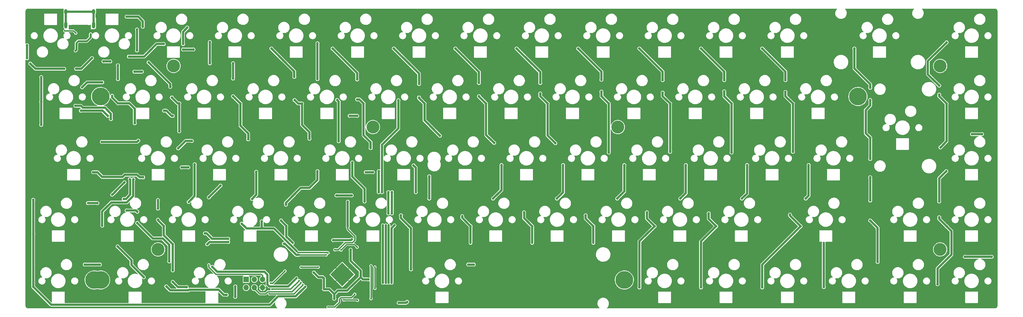
<source format=gtl>
G04 #@! TF.GenerationSoftware,KiCad,Pcbnew,(6.0.10)*
G04 #@! TF.CreationDate,2023-02-16T19:15:59+01:00*
G04 #@! TF.ProjectId,kuro65,6b75726f-3635-42e6-9b69-6361645f7063,rev?*
G04 #@! TF.SameCoordinates,Original*
G04 #@! TF.FileFunction,Copper,L1,Top*
G04 #@! TF.FilePolarity,Positive*
%FSLAX46Y46*%
G04 Gerber Fmt 4.6, Leading zero omitted, Abs format (unit mm)*
G04 Created by KiCad (PCBNEW (6.0.10)) date 2023-02-16 19:15:59*
%MOMM*%
%LPD*%
G01*
G04 APERTURE LIST*
G04 Aperture macros list*
%AMRotRect*
0 Rectangle, with rotation*
0 The origin of the aperture is its center*
0 $1 length*
0 $2 width*
0 $3 Rotation angle, in degrees counterclockwise*
0 Add horizontal line*
21,1,$1,$2,0,0,$3*%
G04 Aperture macros list end*
G04 #@! TA.AperFunction,ComponentPad*
%ADD10C,5.500000*%
G04 #@! TD*
G04 #@! TA.AperFunction,ComponentPad*
%ADD11C,4.000000*%
G04 #@! TD*
G04 #@! TA.AperFunction,ComponentPad*
%ADD12O,1.000000X2.100000*%
G04 #@! TD*
G04 #@! TA.AperFunction,ComponentPad*
%ADD13O,1.000000X1.600000*%
G04 #@! TD*
G04 #@! TA.AperFunction,ComponentPad*
%ADD14C,0.500000*%
G04 #@! TD*
G04 #@! TA.AperFunction,SMDPad,CuDef*
%ADD15RotRect,5.200000X5.200000X45.000000*%
G04 #@! TD*
G04 #@! TA.AperFunction,ComponentPad*
%ADD16R,1.700000X1.700000*%
G04 #@! TD*
G04 #@! TA.AperFunction,ComponentPad*
%ADD17O,1.700000X1.700000*%
G04 #@! TD*
G04 #@! TA.AperFunction,ViaPad*
%ADD18C,0.800000*%
G04 #@! TD*
G04 #@! TA.AperFunction,ViaPad*
%ADD19C,0.600000*%
G04 #@! TD*
G04 #@! TA.AperFunction,Conductor*
%ADD20C,0.700000*%
G04 #@! TD*
G04 #@! TA.AperFunction,Conductor*
%ADD21C,0.400000*%
G04 #@! TD*
G04 #@! TA.AperFunction,Conductor*
%ADD22C,0.600000*%
G04 #@! TD*
G04 APERTURE END LIST*
D10*
X23500000Y-27500000D03*
D11*
X108000000Y-37000000D03*
D10*
X258500000Y-27500000D03*
D11*
X184000000Y-37000000D03*
D10*
X186000000Y-84500000D03*
X21500000Y-84500000D03*
D11*
X284000000Y-75000000D03*
X41350000Y-75000000D03*
X46150000Y-18000000D03*
D10*
X23500000Y-84500000D03*
D11*
X284000000Y-18000000D03*
D12*
X12710000Y-5310000D03*
D13*
X12710000Y-1130000D03*
D12*
X21350000Y-5310000D03*
D13*
X21350000Y-1130000D03*
D14*
X97669150Y-81969150D03*
X100992551Y-83630850D03*
X98500000Y-86123402D03*
X98500000Y-81138299D03*
X99330850Y-85292551D03*
X100161701Y-82800000D03*
X101823402Y-82800000D03*
X96838299Y-81138299D03*
X99330850Y-80307449D03*
X98500000Y-82800000D03*
X95176598Y-82800000D03*
X97669150Y-80307449D03*
X97669150Y-85292551D03*
X99330850Y-83630850D03*
X98500000Y-84461701D03*
X99330850Y-81969150D03*
X96007449Y-81969150D03*
X100161701Y-84461701D03*
X96838299Y-82800000D03*
X96838299Y-84461701D03*
X98500000Y-79476598D03*
X97669150Y-83630850D03*
X100992551Y-81969150D03*
X96007449Y-83630850D03*
D15*
X98500000Y-82800000D03*
D14*
X100161701Y-81138299D03*
D16*
X68675000Y-84325000D03*
D17*
X68675000Y-86865000D03*
X71215000Y-84325000D03*
X71215000Y-86865000D03*
X73755000Y-84325000D03*
X73755000Y-86865000D03*
D18*
X96000000Y-90300000D03*
X89700000Y-82200000D03*
X30900000Y-54200000D03*
X106600000Y-84300000D03*
X27100000Y-58000000D03*
D19*
X92768629Y-87400000D03*
D18*
X101100000Y-75100000D03*
X24900000Y-31000000D03*
X26700000Y-34500000D03*
X15700000Y-30400000D03*
D19*
X243600000Y-18500000D03*
X296200000Y-72700000D03*
X82500000Y-60500000D03*
X246300000Y-51500000D03*
X277100000Y-48000000D03*
X49300000Y-89300000D03*
X257300000Y-76100000D03*
X93400000Y-74500000D03*
X220800000Y-52100000D03*
X148300000Y-18500000D03*
X68500000Y-52000000D03*
X29100000Y-79900000D03*
X19500000Y-65300000D03*
X41400000Y-12400000D03*
X301100000Y-53900000D03*
X216100000Y-69200000D03*
X213600000Y-70200000D03*
X17500000Y-37000000D03*
X175400000Y-69800000D03*
X136700000Y-13100000D03*
X44600000Y-69200000D03*
X59300000Y-37000000D03*
X137200000Y-33600000D03*
X195800000Y-79400000D03*
X157300000Y-87000000D03*
X39600000Y-35700000D03*
X92800000Y-37000000D03*
X107700000Y-60200000D03*
X221200000Y-30700000D03*
X8783504Y-79512306D03*
X244600000Y-13900000D03*
X92700000Y-73900000D03*
X151000000Y-50500000D03*
X80100000Y-33500000D03*
X261800000Y-35300000D03*
X14800000Y-90200000D03*
X149300000Y-14900000D03*
X290600000Y-37000000D03*
X247000000Y-8700000D03*
X58200000Y-55200000D03*
X87800000Y-22400000D03*
X225500000Y-14100000D03*
X291600000Y-75100000D03*
X288600000Y-88900000D03*
X187400000Y-15100000D03*
X151000000Y-51400000D03*
X14400000Y-13400000D03*
X293200000Y-56200000D03*
X215000000Y-79500000D03*
X259200000Y-64000000D03*
X289100000Y-12400000D03*
X131900000Y-51400000D03*
X74200000Y-51000000D03*
X272600000Y-79600000D03*
X197700000Y-31600000D03*
X261800000Y-34400000D03*
X74500000Y-72000000D03*
X70900000Y-22000000D03*
X156700000Y-56200000D03*
X95100000Y-63700000D03*
X5800000Y-86700000D03*
X2900000Y-44600000D03*
X224500000Y-22300000D03*
X1700000Y-6400000D03*
X157800000Y-3100000D03*
X61200000Y-73700000D03*
X242300000Y-69200000D03*
X212700000Y-33100000D03*
X297300000Y-34800000D03*
X109300000Y-41900000D03*
X129300000Y-18500000D03*
X176700000Y-56200000D03*
X98600000Y-13300000D03*
X2400000Y-6900000D03*
X151300000Y-71600000D03*
X29600000Y-54200000D03*
X137100000Y-56200000D03*
X45000000Y-68500000D03*
X84700000Y-32300000D03*
X193900000Y-13300000D03*
X240500000Y-76100000D03*
X171600000Y-64100000D03*
X197800000Y-69100000D03*
X165300000Y-30700000D03*
X193600000Y-34000000D03*
X79400000Y-33100000D03*
X291200000Y-56200000D03*
X17500000Y-34200000D03*
X285000000Y-35500000D03*
X121700000Y-69200000D03*
X300700000Y-88900000D03*
X211800000Y-42000000D03*
X120900000Y-69200000D03*
X220700000Y-76100000D03*
X83800000Y-31700000D03*
X74900000Y-51400000D03*
X194600000Y-70200000D03*
X37200000Y-71500000D03*
X27700000Y-32100000D03*
X260300000Y-43500000D03*
X266800000Y-70600000D03*
X93900000Y-50500000D03*
X92900000Y-56200000D03*
X169300000Y-18500000D03*
X272400000Y-60500000D03*
X62700000Y-91100000D03*
X60500000Y-12200000D03*
X8800000Y-11500000D03*
X194300000Y-33500000D03*
X36800000Y-75000000D03*
X26900000Y-31100000D03*
X60300000Y-34000000D03*
X106700000Y-86400000D03*
X117400000Y-33200000D03*
X149000000Y-22300000D03*
X101700000Y-32100000D03*
X85700000Y-77900000D03*
X187100000Y-64100000D03*
X5800000Y-70400000D03*
X182000000Y-60900000D03*
X79400000Y-34000000D03*
X18300000Y-72100000D03*
X18300000Y-33300000D03*
X62100000Y-11600000D03*
D18*
X22700000Y-7000000D03*
D19*
X13500000Y-20000000D03*
X141700000Y-32400000D03*
X233400000Y-56200000D03*
X36500000Y-71100000D03*
X56500000Y-58000000D03*
X74900000Y-50500000D03*
X128900000Y-22200000D03*
X14900000Y-17700000D03*
X279800000Y-36600000D03*
X193900000Y-12400000D03*
X61900000Y-69800000D03*
X174800000Y-12300000D03*
X130300000Y-18500000D03*
X79400000Y-37000000D03*
X93800000Y-37000000D03*
X39200000Y-63700000D03*
X285000000Y-31700000D03*
X283500000Y-36900000D03*
X155600000Y-70200000D03*
X19000000Y-71600000D03*
X300200000Y-53900000D03*
X24600000Y-71400000D03*
X26200000Y-22900000D03*
X214400000Y-70700000D03*
X87800000Y-18500000D03*
X74100000Y-14900000D03*
X48500000Y-58000000D03*
X282600000Y-90300000D03*
X300600000Y-15700000D03*
X231800000Y-34000000D03*
X22000000Y-17200000D03*
X116400000Y-42100000D03*
X187400000Y-14200000D03*
X300600000Y-13300000D03*
X244400000Y-90200000D03*
X273500000Y-50000000D03*
X140700000Y-69100000D03*
X11100000Y-8900000D03*
X135200000Y-41800000D03*
X88300000Y-88200000D03*
X155800000Y-13200000D03*
X93700000Y-82800000D03*
X240500000Y-69800000D03*
X234600000Y-3500000D03*
X86800000Y-22400000D03*
X5100000Y-69900000D03*
X13500000Y-17700000D03*
X274100000Y-14000000D03*
X82700000Y-69000000D03*
X272200000Y-19500000D03*
X287000000Y-34500000D03*
X112100000Y-14800000D03*
X87400000Y-88700000D03*
X137300000Y-69700000D03*
X296700000Y-73400000D03*
X300900000Y-1100000D03*
X117300000Y-82700000D03*
X53100000Y-22100000D03*
X103200000Y-60500000D03*
X212900000Y-13300000D03*
X188400000Y-18500000D03*
X114700000Y-89400000D03*
X225500000Y-18500000D03*
X87300000Y-81700000D03*
X285000000Y-36500000D03*
X281300000Y-38000000D03*
X77600000Y-83600000D03*
X291600000Y-37000000D03*
X244400000Y-91100000D03*
X31400000Y-58000000D03*
X43300000Y-83000000D03*
X289100000Y-13200000D03*
X226700000Y-72000000D03*
X212900000Y-12300000D03*
X188400000Y-50900000D03*
X61100000Y-70200000D03*
X155100000Y-12800000D03*
X110300000Y-22200000D03*
D18*
X22600000Y-2400000D03*
D19*
X63300000Y-45100000D03*
X208200000Y-50500000D03*
X277100000Y-50000000D03*
X194600000Y-37000000D03*
X261800000Y-36300000D03*
X15800000Y-8700000D03*
X131200000Y-14900000D03*
X127654372Y-80044524D03*
X13500000Y-41100000D03*
X150300000Y-51000000D03*
X22000000Y-53900000D03*
X79100000Y-80400000D03*
X15500000Y-90700000D03*
X86100000Y-60500000D03*
X259200000Y-62000000D03*
X38900000Y-91000000D03*
X87700000Y-30800000D03*
X206300000Y-91100000D03*
X242500000Y-76100000D03*
X10100000Y-13800000D03*
X264300000Y-64000000D03*
X195200000Y-56200000D03*
X192600000Y-37000000D03*
X136500000Y-37000000D03*
X155500000Y-33100000D03*
X155700000Y-56200000D03*
X55100000Y-51000000D03*
X222400000Y-30700000D03*
X79600000Y-12400000D03*
X281000000Y-87100000D03*
X214500000Y-56200000D03*
X273200000Y-14000000D03*
X121700000Y-89700000D03*
X300300000Y-69300000D03*
X40000000Y-35000000D03*
X175700000Y-56200000D03*
X91800000Y-41100000D03*
X81700000Y-83200000D03*
X110200000Y-86600000D03*
X2400000Y-5800000D03*
X273200000Y-26100000D03*
X279100000Y-72000000D03*
X30500000Y-30800000D03*
X230700000Y-41900000D03*
X36700000Y-51300000D03*
X245000000Y-22700000D03*
X291500000Y-60400000D03*
X48800000Y-51600000D03*
X174600000Y-34100000D03*
X263500000Y-90300000D03*
X59800000Y-12600000D03*
X262500000Y-3300000D03*
X23400000Y-76500000D03*
X252900000Y-71100000D03*
X103200000Y-32100000D03*
X72900000Y-18500000D03*
X240700000Y-53000000D03*
X188600000Y-72100000D03*
X28900000Y-57600000D03*
X113100000Y-37000000D03*
X231300000Y-12800000D03*
X110200000Y-85400000D03*
X2400000Y-89600000D03*
X289300000Y-88500000D03*
X271200000Y-19500000D03*
X85800000Y-79600000D03*
X98400000Y-33200000D03*
X239900000Y-52100000D03*
X213500000Y-56200000D03*
X176700000Y-3300000D03*
X150200000Y-14900000D03*
X81400000Y-3200000D03*
X195300000Y-69800000D03*
X42400000Y-83000000D03*
X98600000Y-12400000D03*
X136700000Y-12300000D03*
X2900000Y-45600000D03*
X212200000Y-12800000D03*
X131900000Y-50500000D03*
X168300000Y-18500000D03*
X207400000Y-18500000D03*
X102700000Y-69100000D03*
X251000000Y-800000D03*
X101600000Y-55800000D03*
X285800000Y-69900000D03*
X82300000Y-83800000D03*
X27500000Y-56200000D03*
X174600000Y-33200000D03*
X205400000Y-18500000D03*
X66800000Y-60000000D03*
X280500000Y-43500000D03*
X25700000Y-89800000D03*
X136500000Y-33200000D03*
X139900000Y-69100000D03*
X41500000Y-83000000D03*
X287000000Y-36500000D03*
X31700000Y-30800000D03*
X72900000Y-22000000D03*
X117700000Y-12300000D03*
X273500000Y-49000000D03*
X21900000Y-32800000D03*
X178800000Y-69200000D03*
X284200000Y-32100000D03*
X112900000Y-51400000D03*
X35900000Y-50800000D03*
X266100000Y-70200000D03*
X230800000Y-37000000D03*
X206400000Y-15100000D03*
X300700000Y-54600000D03*
X55400000Y-72100000D03*
X98400000Y-34100000D03*
X160900000Y-32400000D03*
X62700000Y-90100000D03*
X10600000Y-50500000D03*
X117400000Y-37000000D03*
X208400000Y-71600000D03*
X100400000Y-37000000D03*
X92500000Y-79100000D03*
X80200000Y-69900000D03*
X102400000Y-92500000D03*
X55400000Y-71200000D03*
X28800000Y-13200000D03*
X292700000Y-18100000D03*
X99300000Y-70300000D03*
X41400000Y-13300000D03*
X249500000Y-42000000D03*
X87500000Y-52000000D03*
X83100000Y-59900000D03*
X3200000Y-2200000D03*
X250800000Y-34000000D03*
X150300000Y-18500000D03*
X117700000Y-13200000D03*
X95200000Y-18500000D03*
X203100000Y-30800000D03*
X36500000Y-72000000D03*
X100000000Y-70700000D03*
X59524197Y-42347156D03*
X169600000Y-71200000D03*
X215000000Y-3300000D03*
X201800000Y-53000000D03*
X224500000Y-18500000D03*
X74500000Y-74100000D03*
X226200000Y-91100000D03*
X245500000Y-13900000D03*
X290600000Y-75100000D03*
X132500000Y-71600000D03*
X155500000Y-37000000D03*
X221100000Y-61300000D03*
X175300000Y-33600000D03*
X7100000Y-60400000D03*
X183100000Y-30700000D03*
X271200000Y-26100000D03*
X76900000Y-82900000D03*
X250800000Y-33100000D03*
X26200000Y-89000000D03*
X169600000Y-72000000D03*
X106500000Y-52100000D03*
X259900000Y-36300000D03*
X26200000Y-21700000D03*
X15200000Y-56500000D03*
X216600000Y-31600000D03*
X160000000Y-31700000D03*
X288400000Y-12800000D03*
X163700000Y-53000000D03*
X252900000Y-72100000D03*
X164600000Y-53000000D03*
X101400000Y-37000000D03*
X179400000Y-85900000D03*
X211700000Y-37000000D03*
X260500000Y-13200000D03*
X159000000Y-69200000D03*
X83600000Y-69000000D03*
X45400000Y-69200000D03*
X281300000Y-43500000D03*
X39900000Y-43500000D03*
X163700000Y-52100000D03*
X58000000Y-73800000D03*
X75500000Y-56200000D03*
X38100000Y-1600000D03*
X84900000Y-79200000D03*
X280500000Y-42600000D03*
X169200000Y-15000000D03*
X133400000Y-63800000D03*
X82800000Y-90700000D03*
X293700000Y-18100000D03*
X287000000Y-35500000D03*
X18300000Y-25900000D03*
X35000000Y-75000000D03*
X61900000Y-70600000D03*
X197000000Y-69100000D03*
X208200000Y-51400000D03*
X60300000Y-33100000D03*
X212700000Y-34000000D03*
X26000000Y-36800000D03*
X201800000Y-30800000D03*
X202700000Y-53000000D03*
X59300000Y-55200000D03*
X137500000Y-37000000D03*
X96400000Y-73300000D03*
X98300000Y-91600000D03*
X96127598Y-69919097D03*
X232500000Y-33500000D03*
X84900000Y-78300000D03*
X30900000Y-5700000D03*
X50000000Y-89700000D03*
X108100000Y-30800000D03*
X88300000Y-87100000D03*
X245300000Y-91100000D03*
X47300000Y-74800000D03*
X15500000Y-37000000D03*
X131300000Y-18500000D03*
X93400000Y-72200000D03*
X25200000Y-89000000D03*
X22600000Y-55300000D03*
X280700000Y-34200000D03*
X112900000Y-50500000D03*
X63600000Y-90600000D03*
X206400000Y-18500000D03*
X92200000Y-14900000D03*
X46500000Y-32300000D03*
X78500000Y-85500000D03*
X162700000Y-48800000D03*
X207700000Y-72100000D03*
X150600000Y-72000000D03*
X284500000Y-68900000D03*
X10400000Y-74700000D03*
X205900000Y-82900000D03*
X40200000Y-38800000D03*
X75200000Y-71600000D03*
X174700000Y-70200000D03*
X47300000Y-75700000D03*
X164100000Y-30700000D03*
X276600000Y-8500000D03*
X263500000Y-91100000D03*
X278100000Y-76100000D03*
X274500000Y-56200000D03*
X73200000Y-14000000D03*
X118900000Y-70600000D03*
X83300000Y-91500000D03*
X174100000Y-12800000D03*
X25600000Y-48400000D03*
X79400000Y-69200000D03*
X99100000Y-33600000D03*
X278600000Y-8500000D03*
X188200000Y-15100000D03*
X268500000Y-69200000D03*
X251500000Y-33500000D03*
X53600000Y-55200000D03*
X16500000Y-37000000D03*
X61000000Y-33500000D03*
X100000000Y-69800000D03*
X253400000Y-56200000D03*
X202300000Y-61400000D03*
X213400000Y-33500000D03*
X260300000Y-41500000D03*
X74500000Y-71200000D03*
X179900000Y-32300000D03*
X240000000Y-30700000D03*
X294700000Y-18100000D03*
X179400000Y-85000000D03*
X55800000Y-51400000D03*
X163100000Y-60800000D03*
X187400000Y-18500000D03*
X60900000Y-56300000D03*
X226500000Y-51000000D03*
X87400000Y-87600000D03*
X225400000Y-90200000D03*
X192200000Y-41500000D03*
X123700000Y-55500000D03*
X64200000Y-31800000D03*
X168300000Y-14000000D03*
X146300000Y-30700000D03*
X17500000Y-33300000D03*
X250800000Y-37000000D03*
X19300000Y-11300000D03*
X296200000Y-34800000D03*
X259200000Y-63000000D03*
X127100000Y-30700000D03*
X19500000Y-15600000D03*
X193600000Y-37000000D03*
X61400000Y-85200000D03*
X26100000Y-51600000D03*
X106700000Y-85600000D03*
X291400000Y-41500000D03*
X51800000Y-55200000D03*
X25500000Y-71400000D03*
X78900000Y-12800000D03*
X193600000Y-33100000D03*
X28700000Y-66200000D03*
X83700000Y-59300000D03*
X25200000Y-22900000D03*
X196200000Y-56200000D03*
X38300000Y-63700000D03*
X3200000Y-3200000D03*
X189100000Y-50500000D03*
X111300000Y-14000000D03*
X262400000Y-82900000D03*
X220800000Y-53000000D03*
X292300000Y-3500000D03*
X5800000Y-69500000D03*
X159900000Y-69200000D03*
X105900000Y-85600000D03*
X19500000Y-67300000D03*
X251800000Y-37000000D03*
D18*
X24000000Y-8300000D03*
D19*
X73700000Y-56200000D03*
X70000000Y-80500000D03*
X68200000Y-80500000D03*
X110300000Y-18500000D03*
D18*
X6900000Y-1000000D03*
D19*
X19500000Y-66300000D03*
X73200000Y-14900000D03*
X246300000Y-60400000D03*
X217800000Y-32200000D03*
X82000000Y-45000000D03*
X30900000Y-6500000D03*
X174600000Y-37000000D03*
X184300000Y-30700000D03*
X227200000Y-51400000D03*
X101500000Y-92500000D03*
X155800000Y-12400000D03*
X300300000Y-89600000D03*
X283400000Y-91100000D03*
X279800000Y-71600000D03*
X222700000Y-76100000D03*
X18400000Y-76100000D03*
X70900000Y-18500000D03*
X97200000Y-18500000D03*
X91800000Y-37000000D03*
X169200000Y-50900000D03*
X280100000Y-76100000D03*
X226700000Y-71200000D03*
X207200000Y-15100000D03*
X87500000Y-53100000D03*
X36700000Y-50300000D03*
X149100000Y-64200000D03*
X267000000Y-41300000D03*
X30900000Y-22100000D03*
X55000000Y-14900000D03*
X124500000Y-56400000D03*
X62900000Y-3300000D03*
X111300000Y-18500000D03*
X71900000Y-22000000D03*
X4500000Y-86700000D03*
X34500000Y-58000000D03*
X93400000Y-71300000D03*
X118900000Y-69800000D03*
D18*
X28500000Y-1000000D03*
D19*
X264300000Y-62000000D03*
X282200000Y-35600000D03*
X273200000Y-14900000D03*
X122500000Y-32300000D03*
X31500000Y-55200000D03*
X186400000Y-18500000D03*
X155500000Y-34000000D03*
X157700000Y-56200000D03*
X172900000Y-41600000D03*
X47300000Y-76600000D03*
X82100000Y-79100000D03*
X32900000Y-22100000D03*
X45500000Y-31500000D03*
X251400000Y-56200000D03*
X79800000Y-81100000D03*
X289200000Y-50600000D03*
X182700000Y-53000000D03*
X193200000Y-12800000D03*
X31900000Y-22100000D03*
X7800000Y-22200000D03*
X118400000Y-37000000D03*
X26100000Y-53400000D03*
X232400000Y-63100000D03*
X58000000Y-69100000D03*
X65600000Y-32200000D03*
X79600000Y-85500000D03*
X58000000Y-70100000D03*
X25500000Y-40500000D03*
X289200000Y-69100000D03*
X85800000Y-22400000D03*
X100700000Y-55800000D03*
X56200000Y-71600000D03*
X112100000Y-50900000D03*
X288400000Y-69100000D03*
X60500000Y-13000000D03*
X93000000Y-14900000D03*
X273500000Y-48000000D03*
X51800000Y-58000000D03*
X91100000Y-56200000D03*
X78100000Y-41900000D03*
X150600000Y-71200000D03*
X10100000Y-14600000D03*
X135500000Y-37000000D03*
X156300000Y-70600000D03*
X233900000Y-79400000D03*
X24000000Y-38900000D03*
X137400000Y-91100000D03*
X117400000Y-34100000D03*
X99800000Y-55800000D03*
X55800000Y-50500000D03*
X206400000Y-14300000D03*
X156200000Y-33500000D03*
X130300000Y-13900000D03*
X137300000Y-70700000D03*
X288500000Y-51100000D03*
X285000000Y-34600000D03*
X215500000Y-56200000D03*
X281300000Y-63700000D03*
X282600000Y-91100000D03*
X274800000Y-900000D03*
X232400000Y-56200000D03*
X136600000Y-70200000D03*
X35900000Y-75000000D03*
X118100000Y-33600000D03*
X231800000Y-33100000D03*
X10600000Y-51400000D03*
X145600000Y-53000000D03*
X51100000Y-30700000D03*
X58000000Y-74800000D03*
X107400000Y-52900000D03*
X121200000Y-31600000D03*
X275500000Y-56200000D03*
X138000000Y-56200000D03*
X60300000Y-37000000D03*
X206300000Y-90200000D03*
X90900000Y-77600000D03*
X255300000Y-76100000D03*
X196100000Y-3300000D03*
X174700000Y-56200000D03*
X138200000Y-91100000D03*
X88500000Y-53100000D03*
X209600000Y-63900000D03*
X285000000Y-32600000D03*
X98500000Y-89300000D03*
X143900000Y-48500000D03*
X244600000Y-18500000D03*
X170300000Y-71600000D03*
X106900000Y-30800000D03*
X245600000Y-51000000D03*
X23400000Y-75600000D03*
X97900000Y-12800000D03*
X232000000Y-12300000D03*
X83800000Y-90700000D03*
X244600000Y-14900000D03*
D18*
X24000000Y-7000000D03*
D19*
X138800000Y-3300000D03*
X167300000Y-18500000D03*
X86800000Y-18500000D03*
X125700000Y-30700000D03*
X39600000Y-90600000D03*
X111300000Y-14800000D03*
X9900000Y-51000000D03*
X272200000Y-26100000D03*
X297200000Y-72700000D03*
X69400000Y-52600000D03*
X253500000Y-79600000D03*
X245600000Y-18500000D03*
X78400000Y-37000000D03*
X279100000Y-71200000D03*
X100500000Y-3200000D03*
X144700000Y-52100000D03*
X50000000Y-88900000D03*
X30200000Y-6100000D03*
X259900000Y-35300000D03*
X227200000Y-50500000D03*
X277100000Y-49000000D03*
X232000000Y-13300000D03*
X21200000Y-30000000D03*
X225400000Y-91100000D03*
X95700000Y-73700000D03*
X54100000Y-22100000D03*
X117000000Y-12800000D03*
X60300000Y-56900000D03*
X74600000Y-56200000D03*
X153500000Y-41500000D03*
X69100000Y-80500000D03*
X48800000Y-50700000D03*
X249800000Y-37000000D03*
X156400000Y-82400000D03*
X168300000Y-15000000D03*
X157300000Y-82400000D03*
X54100000Y-14900000D03*
X106000000Y-48200000D03*
X58400000Y-58900000D03*
X240500000Y-70600000D03*
X137400000Y-90200000D03*
X189100000Y-51400000D03*
X92200000Y-14000000D03*
X279400000Y-900000D03*
X277600000Y-8500000D03*
X269300000Y-69200000D03*
X80400000Y-37000000D03*
X189300000Y-71600000D03*
X20400000Y-17700000D03*
X227400000Y-71600000D03*
X39100000Y-35000000D03*
X225500000Y-15000000D03*
X174800000Y-13200000D03*
X48000000Y-51600000D03*
X78000000Y-70600000D03*
X88300000Y-89200000D03*
X273200000Y-19500000D03*
X183600000Y-53000000D03*
X249000000Y-8700000D03*
X292100000Y-22500000D03*
X296800000Y-35500000D03*
X231800000Y-37000000D03*
X292200000Y-56200000D03*
X232800000Y-37000000D03*
X16000000Y-17700000D03*
X225700000Y-82900000D03*
X24400000Y-59400000D03*
X264300000Y-63000000D03*
X244700000Y-82600000D03*
X216900000Y-69200000D03*
X207700000Y-71200000D03*
X92000000Y-56200000D03*
X156300000Y-69800000D03*
X241400000Y-30700000D03*
X118200000Y-70200000D03*
X255600000Y-800000D03*
X167800000Y-22300000D03*
X23300000Y-19700000D03*
X188600000Y-71100000D03*
X2400000Y-88800000D03*
X131700000Y-72100000D03*
X179200000Y-31600000D03*
X213700000Y-37000000D03*
X14587500Y-7987500D03*
X18500000Y-12300000D03*
X38900000Y-90200000D03*
X86500000Y-81400000D03*
X186500000Y-22200000D03*
X96400000Y-74200000D03*
X77158951Y-69748588D03*
X179400000Y-84100000D03*
X236900000Y-32300000D03*
X246300000Y-50500000D03*
X106500000Y-52900000D03*
X267700000Y-41700000D03*
X301100000Y-89600000D03*
X44700000Y-48100000D03*
X259700000Y-52600000D03*
X136500000Y-34100000D03*
X102400000Y-37000000D03*
X241500000Y-76100000D03*
X154500000Y-37000000D03*
X239600000Y-70600000D03*
X71900000Y-18500000D03*
X226500000Y-18500000D03*
X243200000Y-69200000D03*
X79600000Y-13300000D03*
X14600000Y-9100000D03*
X89000000Y-30700000D03*
X40700000Y-12800000D03*
X289200000Y-51500000D03*
X234400000Y-63100000D03*
X14900000Y-20000000D03*
X234400000Y-56200000D03*
X53600000Y-58000000D03*
X114100000Y-37000000D03*
X123700000Y-56400000D03*
X259000000Y-53100000D03*
X112100000Y-37000000D03*
X252400000Y-56200000D03*
X155500000Y-87000000D03*
X70200000Y-30800000D03*
X144700000Y-53000000D03*
X149300000Y-14000000D03*
X77800000Y-64100000D03*
X259000000Y-52200000D03*
X144200000Y-60900000D03*
X112300000Y-18500000D03*
X207200000Y-91100000D03*
X144900000Y-30700000D03*
X278400000Y-35200000D03*
X140700000Y-31700000D03*
X2400000Y-2700000D03*
X119500000Y-3200000D03*
X58300000Y-37000000D03*
X260300000Y-42500000D03*
X170000000Y-51400000D03*
X292600000Y-37000000D03*
X86600000Y-82300000D03*
X236100000Y-31500000D03*
X253700000Y-71600000D03*
X266800000Y-69800000D03*
X18500000Y-11300000D03*
X259800000Y-12800000D03*
X221700000Y-76100000D03*
X96200000Y-18500000D03*
X18300000Y-29900000D03*
X155500000Y-82400000D03*
X239900000Y-53000000D03*
X29200000Y-53400000D03*
X68700000Y-30800000D03*
X178000000Y-69200000D03*
X226300000Y-15000000D03*
X61900000Y-74400000D03*
X93900000Y-51400000D03*
X100600000Y-92500000D03*
X2900000Y-46600000D03*
X292600000Y-75100000D03*
X52100000Y-22100000D03*
X201800000Y-52100000D03*
X156400000Y-87000000D03*
X93200000Y-51000000D03*
X182700000Y-52100000D03*
X212700000Y-37000000D03*
X170000000Y-50500000D03*
X125100000Y-60900000D03*
X136200000Y-56200000D03*
X119400000Y-37000000D03*
X248000000Y-8700000D03*
X289300000Y-89400000D03*
X25100000Y-72100000D03*
X14800000Y-91200000D03*
X279100000Y-76100000D03*
X273500000Y-56200000D03*
X207500000Y-51000000D03*
X136000000Y-12700000D03*
X68500000Y-53000000D03*
X214400000Y-69800000D03*
X130300000Y-14900000D03*
X194200000Y-56200000D03*
X18300000Y-71200000D03*
X221600000Y-53000000D03*
X198800000Y-32300000D03*
X54100000Y-7700000D03*
X173600000Y-37000000D03*
X49600000Y-30700000D03*
X256300000Y-76100000D03*
X259900000Y-34400000D03*
X29200000Y-51600000D03*
X34500000Y-55200000D03*
X287800000Y-31100000D03*
X40100000Y-63700000D03*
X49600000Y-62700000D03*
X23400000Y-77400000D03*
X131000000Y-50900000D03*
X264300000Y-91100000D03*
X156500000Y-37000000D03*
X267700000Y-40800000D03*
X205700000Y-22500000D03*
X195300000Y-70600000D03*
X27500000Y-38500000D03*
X85800000Y-18500000D03*
X233400000Y-63100000D03*
X131700000Y-71200000D03*
X18000000Y-20000000D03*
X5800000Y-92300000D03*
X101800000Y-69100000D03*
X83000000Y-83100000D03*
X175400000Y-70600000D03*
X260500000Y-12300000D03*
X175600000Y-37000000D03*
X2400000Y-25300000D03*
X24300000Y-50000000D03*
X149300000Y-18500000D03*
X54100000Y-13900000D03*
D18*
X5100000Y-29100000D03*
X2600000Y-59600000D03*
X5100000Y-36300000D03*
D19*
X87000000Y-86600000D03*
D18*
X2600000Y-70100000D03*
X2600000Y-86600000D03*
X5100000Y-21500000D03*
X28900000Y-29600000D03*
X34100000Y-35800000D03*
X28900000Y-22100000D03*
X33700000Y-53200000D03*
X34800000Y-13200000D03*
X27100000Y-27300000D03*
X58200000Y-80400000D03*
X24000000Y-67600000D03*
X34800000Y-6700000D03*
X28900000Y-17800000D03*
D19*
X84300000Y-83900000D03*
D18*
X41300000Y-65800000D03*
X80400000Y-73200000D03*
X63100000Y-72700000D03*
X41300000Y-59700000D03*
X56600000Y-73400000D03*
X45900000Y-85100000D03*
X50200000Y-86700000D03*
X43100000Y-67700000D03*
X45900000Y-81500000D03*
X47900000Y-38300000D03*
X45600000Y-27800000D03*
X52700000Y-48600000D03*
X50850000Y-60250000D03*
D19*
X93500000Y-76700000D03*
D18*
X47900000Y-29600000D03*
X45900000Y-73400000D03*
X45100000Y-24500000D03*
X38400000Y-16900000D03*
X41300000Y-62300000D03*
X71800000Y-50900000D03*
X57400000Y-17200000D03*
D19*
X94100000Y-76100000D03*
D18*
X70500000Y-59300000D03*
X64600000Y-21900000D03*
X66900000Y-29700000D03*
X69300000Y-40800000D03*
X73500000Y-66300000D03*
X64600000Y-27400000D03*
X64600000Y-17200000D03*
X57400000Y-10600000D03*
X67300000Y-67000000D03*
X83600000Y-21400000D03*
X90800000Y-50700000D03*
X79500000Y-66000000D03*
X86000000Y-29700000D03*
D19*
X83100000Y-73000000D03*
D18*
X81100000Y-67700000D03*
X76500000Y-12600000D03*
X81000000Y-61100000D03*
X88300000Y-40600000D03*
X83700000Y-28600000D03*
X109800000Y-50700000D03*
X100200000Y-67800000D03*
X107300000Y-43500000D03*
X103100000Y-22200000D03*
X109800000Y-57200000D03*
D19*
X96200000Y-75100000D03*
D18*
X100200000Y-60200000D03*
X95500000Y-12600000D03*
X105100000Y-29700000D03*
X103100000Y-28400000D03*
X125500000Y-52300000D03*
X128800000Y-39700000D03*
D19*
X98100000Y-75200000D03*
D18*
X119800000Y-81200000D03*
X124000000Y-29700000D03*
X114500000Y-12600000D03*
X122300000Y-27800000D03*
D19*
X119800000Y-74200000D03*
X103100000Y-74300000D03*
D18*
X122300000Y-23600000D03*
X119200000Y-67800000D03*
X125500000Y-59200000D03*
X116700000Y-64400000D03*
X133600000Y-12600000D03*
X140900000Y-27400000D03*
X145300000Y-59200000D03*
X135700000Y-64700000D03*
X147900000Y-48800000D03*
X143100000Y-29700000D03*
D19*
X138300000Y-73000000D03*
D18*
X140900000Y-23300000D03*
X138300000Y-67800000D03*
X145600000Y-41900000D03*
X162200000Y-29700000D03*
X164600000Y-42000000D03*
X159900000Y-23300000D03*
D19*
X157400000Y-73000000D03*
D18*
X159900000Y-26600000D03*
X152600000Y-12600000D03*
X165100000Y-59200000D03*
X167000000Y-48800000D03*
X154900000Y-63500000D03*
X157400000Y-67800000D03*
X178900000Y-26000000D03*
X181200000Y-29700000D03*
X178900000Y-22300000D03*
X186000000Y-48800000D03*
X174000000Y-64400000D03*
X181200000Y-44900000D03*
X171700000Y-12600000D03*
D19*
X176400000Y-73000000D03*
D18*
X183800000Y-59200000D03*
X176400000Y-67800000D03*
X190700000Y-86800000D03*
X190700000Y-12600000D03*
X195400000Y-67800000D03*
X197900000Y-26300000D03*
X197900000Y-22400000D03*
X203400000Y-59200000D03*
X200200000Y-29700000D03*
X205100000Y-48800000D03*
X200200000Y-44700000D03*
X193000000Y-63500000D03*
D19*
X190700000Y-73000000D03*
D18*
X209800000Y-86800000D03*
X209800000Y-12600000D03*
X217000000Y-25900000D03*
X224100000Y-48800000D03*
X219300000Y-29700000D03*
D19*
X209800000Y-73000000D03*
D18*
X212200000Y-63800000D03*
X219300000Y-44900000D03*
X214500000Y-67800000D03*
X217000000Y-22400000D03*
X222500000Y-59200000D03*
D19*
X235500000Y-73000000D03*
D18*
X243200000Y-48800000D03*
X228800000Y-86800000D03*
X236000000Y-26100000D03*
X236000000Y-22400000D03*
X228800000Y-12600000D03*
X237400000Y-64200000D03*
X242300000Y-59200000D03*
X240700000Y-67800000D03*
X238300000Y-29700000D03*
X238300000Y-44700000D03*
D19*
X247900000Y-73000000D03*
D18*
X247900000Y-86700000D03*
X264600000Y-78900000D03*
X262300000Y-66000000D03*
X257400000Y-12600000D03*
X262300000Y-52600000D03*
X262300000Y-28600000D03*
X262300000Y-46900000D03*
X262300000Y-24800000D03*
X262300000Y-40300000D03*
D19*
X264600000Y-73000000D03*
D18*
X262300000Y-59800000D03*
X264600000Y-68800000D03*
D19*
X108600000Y-80500000D03*
D18*
X286000000Y-29700000D03*
D19*
X108600000Y-87100000D03*
D18*
X286000000Y-67800000D03*
X284100000Y-43300000D03*
X283700000Y-24100000D03*
X285900000Y-50700000D03*
D19*
X287500000Y-74100000D03*
D18*
X283700000Y-26900000D03*
X286000000Y-10700000D03*
X283700000Y-65000000D03*
X283700000Y-60100000D03*
X283200000Y-85800000D03*
D19*
X86300000Y-86000000D03*
X75900000Y-88800000D03*
X85700000Y-85300000D03*
X76700000Y-87400000D03*
X85100000Y-84700000D03*
X57100000Y-79800000D03*
D18*
X34900000Y-66800000D03*
D19*
X76300000Y-85500000D03*
D18*
X32600000Y-53200000D03*
X44800000Y-78700000D03*
D19*
X91000000Y-80500000D03*
D18*
X30700000Y-59300000D03*
D19*
X80700000Y-81700000D03*
X85700000Y-80500000D03*
D18*
X65300000Y-89700000D03*
D19*
X107400000Y-80100000D03*
D18*
X300000000Y-77300000D03*
D19*
X107400000Y-90300000D03*
D18*
X18600000Y-79700000D03*
X291700000Y-77300000D03*
X65300000Y-86500000D03*
D19*
X102368629Y-88931371D03*
D18*
X23300000Y-79700000D03*
X137600000Y-79700000D03*
X139300000Y-79700000D03*
D19*
X94100000Y-92900000D03*
X113800000Y-85400000D03*
D18*
X22500000Y-60600000D03*
X96700000Y-58200000D03*
X31600000Y-62900000D03*
D19*
X114700000Y-67500000D03*
D18*
X19600000Y-60600000D03*
X101400000Y-58200000D03*
X34900000Y-63300000D03*
X60700000Y-55200000D03*
X57100000Y-58800000D03*
X120600000Y-48900000D03*
X113900000Y-63800000D03*
X297000000Y-39200000D03*
X23900000Y-41600000D03*
D19*
X112900000Y-67500000D03*
D18*
X47600000Y-43600000D03*
X293900000Y-39200000D03*
X35200000Y-41200000D03*
X51800000Y-41300000D03*
D19*
X112900000Y-85400000D03*
D18*
X113900000Y-57200000D03*
X121300000Y-57200000D03*
X110800000Y-57200000D03*
X115900000Y-28700000D03*
X112800000Y-63800000D03*
D19*
X112000000Y-85400000D03*
X112000000Y-67500000D03*
D18*
X17800000Y-24600000D03*
X24000000Y-23100000D03*
X112800000Y-57200000D03*
X34000000Y-19800000D03*
X36300000Y-19800000D03*
X101600000Y-48000000D03*
X12200000Y-18900000D03*
X1700000Y-17300000D03*
X49100000Y-11200000D03*
X24400000Y-16600000D03*
X105400000Y-60100000D03*
X20800000Y-15600000D03*
X43100000Y-11200000D03*
X15900000Y-18900000D03*
X90800000Y-22100000D03*
X26500000Y-16600000D03*
X97400000Y-41400000D03*
X96900000Y-28600000D03*
X90800000Y-11000000D03*
X32300000Y-15100000D03*
D19*
X111100000Y-67500000D03*
X111100000Y-85400000D03*
D18*
X50400000Y-6100000D03*
D19*
X12400000Y-7100000D03*
X15800000Y-7800000D03*
X15700000Y-13300000D03*
X20400000Y-8100000D03*
D18*
X118600000Y-91300000D03*
X116000000Y-91600000D03*
X31600000Y-2700000D03*
X36600000Y-5800000D03*
X52300000Y-12900000D03*
X49100000Y-12900000D03*
X700000Y-15600000D03*
X700000Y-11600000D03*
X25730000Y-33530000D03*
X17400000Y-31900000D03*
X43200000Y-31900000D03*
X45900000Y-33530000D03*
X100800000Y-33500000D03*
X103100000Y-33500000D03*
X36700000Y-52600000D03*
X21200000Y-51000000D03*
X48700000Y-49500000D03*
X50700000Y-49500000D03*
X108000000Y-51000000D03*
X105800000Y-51000000D03*
X55900000Y-70000000D03*
X63100000Y-71700000D03*
X95700000Y-72100000D03*
X101400000Y-71900000D03*
X36900000Y-83600000D03*
X43900000Y-86500000D03*
X62600000Y-89100000D03*
X28800000Y-74100000D03*
D19*
X103200000Y-90800000D03*
X99000000Y-90700000D03*
D20*
X92800000Y-84000000D02*
X92800000Y-87400000D01*
X26700000Y-32800000D02*
X24900000Y-31000000D01*
X106600000Y-84300000D02*
X104900000Y-84300000D01*
X89700000Y-82200000D02*
X91100000Y-83600000D01*
X27400000Y-57700000D02*
X27100000Y-58000000D01*
X96000000Y-88900000D02*
X96000000Y-90300000D01*
X100000000Y-87800000D02*
X97100000Y-87800000D01*
X28700000Y-56400000D02*
X27400000Y-57700000D01*
X94500000Y-87400000D02*
X96000000Y-88900000D01*
X24900000Y-31000000D02*
X18000000Y-31000000D01*
X30900000Y-54200000D02*
X28700000Y-56400000D01*
X92400000Y-83600000D02*
X92800000Y-84000000D01*
X92768629Y-87400000D02*
X94500000Y-87400000D01*
X17400000Y-30400000D02*
X15700000Y-30400000D01*
X101100000Y-75100000D02*
X101100000Y-78525000D01*
X26700000Y-34500000D02*
X26700000Y-32800000D01*
X18000000Y-31000000D02*
X17400000Y-30400000D01*
X91100000Y-83600000D02*
X92400000Y-83600000D01*
X97100000Y-87800000D02*
X96000000Y-88900000D01*
X104200000Y-81625000D02*
X104200000Y-83600000D01*
X104200000Y-83600000D02*
X100000000Y-87800000D01*
X101100000Y-78525000D02*
X104200000Y-81625000D01*
X104900000Y-84300000D02*
X104200000Y-83600000D01*
X76000000Y-92200000D02*
X78600000Y-89600000D01*
X5100000Y-21500000D02*
X5100000Y-29100000D01*
X78600000Y-89600000D02*
X84000000Y-89600000D01*
X2600000Y-86600000D02*
X8200000Y-92200000D01*
X84000000Y-89600000D02*
X87000000Y-86600000D01*
X5100000Y-36300000D02*
X5100000Y-29100000D01*
X8200000Y-92200000D02*
X76000000Y-92200000D01*
X2600000Y-59600000D02*
X2600000Y-70100000D01*
X2600000Y-86600000D02*
X2600000Y-70100000D01*
X31600000Y-60400000D02*
X26800000Y-60400000D01*
X33600000Y-53300000D02*
X33600000Y-58400000D01*
X75900000Y-86500000D02*
X81700000Y-86500000D01*
X34800000Y-6700000D02*
X34800000Y-13200000D01*
X33600000Y-58400000D02*
X31600000Y-60400000D01*
X59700000Y-81900000D02*
X74300000Y-81900000D01*
X26800000Y-60400000D02*
X24000000Y-63200000D01*
X59700000Y-81900000D02*
X58200000Y-80400000D01*
X27100000Y-27800000D02*
X27100000Y-27300000D01*
X75300000Y-85900000D02*
X75900000Y-86500000D01*
X74300000Y-81900000D02*
X75300000Y-82900000D01*
X75300000Y-82900000D02*
X75300000Y-85900000D01*
X34100000Y-31300000D02*
X32400000Y-29600000D01*
X28900000Y-29600000D02*
X27100000Y-27800000D01*
X32400000Y-29600000D02*
X28900000Y-29600000D01*
X28900000Y-22100000D02*
X28900000Y-17800000D01*
X24000000Y-63200000D02*
X24000000Y-67600000D01*
X34100000Y-35800000D02*
X34100000Y-31300000D01*
X81700000Y-86500000D02*
X84300000Y-83900000D01*
X33700000Y-53200000D02*
X33600000Y-53300000D01*
X63100000Y-72700000D02*
X57300000Y-72700000D01*
X47500000Y-86700000D02*
X45900000Y-85100000D01*
X50200000Y-86700000D02*
X47500000Y-86700000D01*
X45100000Y-23600000D02*
X38400000Y-16900000D01*
D21*
X85000000Y-76700000D02*
X93500000Y-76700000D01*
D20*
X45900000Y-81500000D02*
X45900000Y-73400000D01*
X45900000Y-73400000D02*
X45800000Y-73300000D01*
X43100000Y-69500000D02*
X43100000Y-67700000D01*
X85000000Y-76700000D02*
X84200000Y-76700000D01*
X52700000Y-58400000D02*
X52700000Y-48600000D01*
X41300000Y-62300000D02*
X41300000Y-59700000D01*
X84200000Y-76700000D02*
X80700000Y-73200000D01*
X50850000Y-60250000D02*
X52700000Y-58400000D01*
X47900000Y-30900000D02*
X47900000Y-29600000D01*
X45800000Y-73300000D02*
X43100000Y-70600000D01*
D21*
X84700000Y-76700000D02*
X85000000Y-76700000D01*
D20*
X47400000Y-29600000D02*
X47900000Y-29600000D01*
X80700000Y-73200000D02*
X80400000Y-73200000D01*
X45100000Y-24500000D02*
X45100000Y-23600000D01*
X43100000Y-67700000D02*
X41300000Y-65900000D01*
X47900000Y-38300000D02*
X47900000Y-30900000D01*
X41300000Y-65900000D02*
X41300000Y-65800000D01*
X45600000Y-27800000D02*
X47400000Y-29600000D01*
X43100000Y-70600000D02*
X43100000Y-69500000D01*
X57300000Y-72700000D02*
X56600000Y-73400000D01*
X71800000Y-52700000D02*
X71800000Y-58000000D01*
D21*
X94100000Y-76100000D02*
X94000000Y-76100000D01*
D20*
X57400000Y-10600000D02*
X57400000Y-17200000D01*
D21*
X84700000Y-75900000D02*
X84300000Y-75500000D01*
D20*
X69300000Y-39000000D02*
X66900000Y-36600000D01*
X71800000Y-52700000D02*
X71800000Y-50900000D01*
X77300000Y-68500000D02*
X73900000Y-68500000D01*
X84300000Y-75500000D02*
X77300000Y-68500000D01*
D21*
X88500000Y-75900000D02*
X84700000Y-75900000D01*
D20*
X73500000Y-68100000D02*
X73900000Y-68500000D01*
X69300000Y-40800000D02*
X69300000Y-39000000D01*
X73500000Y-66300000D02*
X73500000Y-68100000D01*
D21*
X94000000Y-76100000D02*
X93800000Y-75900000D01*
D20*
X64600000Y-17200000D02*
X64600000Y-21900000D01*
D21*
X93800000Y-75900000D02*
X88500000Y-75900000D01*
D20*
X68800000Y-68500000D02*
X73900000Y-68500000D01*
X67300000Y-67000000D02*
X68800000Y-68500000D01*
X66900000Y-31300000D02*
X66900000Y-29700000D01*
X71800000Y-58000000D02*
X70500000Y-59300000D01*
X64600000Y-27400000D02*
X66900000Y-29700000D01*
X66900000Y-36600000D02*
X66900000Y-31300000D01*
X81000000Y-60500000D02*
X85600000Y-55900000D01*
X81100000Y-67700000D02*
X81100000Y-71000000D01*
X79500000Y-66100000D02*
X79500000Y-66000000D01*
X90800000Y-53400000D02*
X90800000Y-50700000D01*
X86000000Y-31000000D02*
X86000000Y-29700000D01*
X88300000Y-40600000D02*
X88300000Y-38600000D01*
X88300000Y-38600000D02*
X86000000Y-36300000D01*
X88300000Y-55900000D02*
X90800000Y-53400000D01*
X85600000Y-55900000D02*
X88300000Y-55900000D01*
X81100000Y-71000000D02*
X83100000Y-73000000D01*
X86000000Y-36300000D02*
X86000000Y-31000000D01*
X84800000Y-29700000D02*
X86000000Y-29700000D01*
X81100000Y-67700000D02*
X79500000Y-66100000D01*
X83700000Y-28600000D02*
X84800000Y-29700000D01*
X76500000Y-12600000D02*
X83600000Y-19700000D01*
X83600000Y-19700000D02*
X83600000Y-21400000D01*
X81000000Y-61100000D02*
X81000000Y-60500000D01*
X103100000Y-20200000D02*
X103100000Y-22200000D01*
X103800000Y-28400000D02*
X105100000Y-29700000D01*
X107300000Y-43500000D02*
X107300000Y-41700000D01*
X103100000Y-28400000D02*
X103800000Y-28400000D01*
D21*
X100200000Y-68700000D02*
X100200000Y-67800000D01*
X101600000Y-72900000D02*
X102400000Y-72100000D01*
D20*
X109800000Y-57200000D02*
X109800000Y-50700000D01*
X100200000Y-67800000D02*
X100200000Y-60200000D01*
D21*
X96200000Y-75100000D02*
X97200000Y-75100000D01*
X102400000Y-70900000D02*
X100200000Y-68700000D01*
X99400000Y-72900000D02*
X101600000Y-72900000D01*
X97200000Y-75100000D02*
X99400000Y-72900000D01*
X102400000Y-72100000D02*
X102400000Y-70900000D01*
D20*
X95500000Y-12600000D02*
X103100000Y-20200000D01*
X105100000Y-39500000D02*
X105100000Y-30600000D01*
X105100000Y-30600000D02*
X105100000Y-29700000D01*
X107300000Y-41700000D02*
X105100000Y-39500000D01*
X114500000Y-12600000D02*
X122300000Y-20400000D01*
X116700000Y-64400000D02*
X116700000Y-65300000D01*
X124000000Y-29700000D02*
X124000000Y-34900000D01*
X119800000Y-81200000D02*
X119800000Y-74200000D01*
D21*
X99800000Y-73500000D02*
X102300000Y-73500000D01*
D20*
X122300000Y-20400000D02*
X122300000Y-23600000D01*
D21*
X102300000Y-73500000D02*
X103100000Y-74300000D01*
D20*
X116700000Y-65300000D02*
X119200000Y-67800000D01*
X119800000Y-68400000D02*
X119200000Y-67800000D01*
X122300000Y-27800000D02*
X122300000Y-28000000D01*
X125500000Y-52300000D02*
X125500000Y-59200000D01*
X122300000Y-28000000D02*
X124000000Y-29700000D01*
X119800000Y-74200000D02*
X119800000Y-68400000D01*
D21*
X98100000Y-75200000D02*
X99800000Y-73500000D01*
D20*
X124000000Y-34900000D02*
X128800000Y-39700000D01*
X147900000Y-48800000D02*
X147900000Y-56600000D01*
X135700000Y-64700000D02*
X135700000Y-65200000D01*
X133600000Y-12600000D02*
X140900000Y-19900000D01*
X138300000Y-67800000D02*
X138300000Y-73000000D01*
X140900000Y-27500000D02*
X143100000Y-29700000D01*
X140900000Y-27400000D02*
X140900000Y-27500000D01*
X143100000Y-31700000D02*
X143100000Y-29700000D01*
X145600000Y-41900000D02*
X143100000Y-39400000D01*
X135700000Y-65200000D02*
X138300000Y-67800000D01*
X143100000Y-39400000D02*
X143100000Y-31700000D01*
X140900000Y-19900000D02*
X140900000Y-23300000D01*
X147900000Y-56600000D02*
X145300000Y-59200000D01*
X159900000Y-27400000D02*
X162200000Y-29700000D01*
X167000000Y-48800000D02*
X167000000Y-57300000D01*
X162200000Y-39600000D02*
X164600000Y-42000000D01*
X167000000Y-57300000D02*
X165100000Y-59200000D01*
X154900000Y-65300000D02*
X154900000Y-63500000D01*
X157400000Y-67800000D02*
X157400000Y-73000000D01*
X162200000Y-29700000D02*
X162200000Y-39600000D01*
X159900000Y-26600000D02*
X159900000Y-27400000D01*
X159900000Y-19900000D02*
X159900000Y-23300000D01*
X157400000Y-67800000D02*
X154900000Y-65300000D01*
X152600000Y-12600000D02*
X159900000Y-19900000D01*
X174000000Y-65400000D02*
X174000000Y-64400000D01*
X183800000Y-59200000D02*
X186000000Y-57000000D01*
X176400000Y-67800000D02*
X176400000Y-73000000D01*
X186000000Y-57000000D02*
X186000000Y-48800000D01*
X171700000Y-12600000D02*
X178900000Y-19800000D01*
X176400000Y-67800000D02*
X174000000Y-65400000D01*
X181200000Y-44900000D02*
X181200000Y-30700000D01*
X178900000Y-27400000D02*
X181200000Y-29700000D01*
X178900000Y-19800000D02*
X178900000Y-22300000D01*
X181200000Y-30700000D02*
X181200000Y-29700000D01*
X178900000Y-26000000D02*
X178900000Y-27400000D01*
X197900000Y-19800000D02*
X197900000Y-22400000D01*
X205100000Y-57500000D02*
X203400000Y-59200000D01*
X193000000Y-65400000D02*
X193000000Y-63500000D01*
X197900000Y-27400000D02*
X197900000Y-26300000D01*
X190700000Y-72500000D02*
X195400000Y-67800000D01*
X200200000Y-44700000D02*
X200200000Y-29700000D01*
X205100000Y-48800000D02*
X205100000Y-57500000D01*
X195400000Y-67800000D02*
X193000000Y-65400000D01*
X190700000Y-73000000D02*
X190700000Y-72500000D01*
X190700000Y-12600000D02*
X197900000Y-19800000D01*
X200200000Y-29700000D02*
X197900000Y-27400000D01*
X190700000Y-86800000D02*
X190700000Y-73000000D01*
X212200000Y-65500000D02*
X212200000Y-63800000D01*
X222500000Y-59200000D02*
X224100000Y-57600000D01*
X219300000Y-30600000D02*
X219300000Y-29700000D01*
X214500000Y-67800000D02*
X212200000Y-65500000D01*
X209800000Y-73000000D02*
X209800000Y-72500000D01*
X217000000Y-19800000D02*
X217000000Y-22400000D01*
X209800000Y-72500000D02*
X214500000Y-67800000D01*
X209800000Y-12600000D02*
X217000000Y-19800000D01*
X217000000Y-27400000D02*
X219300000Y-29700000D01*
X209800000Y-86800000D02*
X209800000Y-73000000D01*
X224100000Y-57600000D02*
X224100000Y-48800000D01*
X217000000Y-25900000D02*
X217000000Y-27400000D01*
X219300000Y-44900000D02*
X219300000Y-30600000D01*
X238300000Y-29700000D02*
X236000000Y-27400000D01*
X238300000Y-29700000D02*
X238300000Y-44700000D01*
X243200000Y-48800000D02*
X243200000Y-58300000D01*
X228800000Y-79700000D02*
X235500000Y-73000000D01*
X235500000Y-73000000D02*
X240700000Y-67800000D01*
X237400000Y-64500000D02*
X240700000Y-67800000D01*
X236000000Y-27400000D02*
X236000000Y-26100000D01*
X236000000Y-19800000D02*
X236000000Y-22400000D01*
X243200000Y-58300000D02*
X242300000Y-59200000D01*
X237400000Y-64200000D02*
X237400000Y-64500000D01*
X228800000Y-12600000D02*
X236000000Y-19800000D01*
X228800000Y-86800000D02*
X228800000Y-79700000D01*
X247900000Y-86700000D02*
X247900000Y-73000000D01*
X257400000Y-18800000D02*
X262300000Y-23700000D01*
X264600000Y-68800000D02*
X264600000Y-73000000D01*
X260900000Y-38900000D02*
X260900000Y-31700000D01*
X262300000Y-30300000D02*
X262300000Y-28600000D01*
X260900000Y-31700000D02*
X262300000Y-30300000D01*
X264600000Y-68300000D02*
X264600000Y-68800000D01*
X262300000Y-52600000D02*
X262300000Y-59800000D01*
X262300000Y-40300000D02*
X260900000Y-38900000D01*
X257400000Y-12600000D02*
X257400000Y-18800000D01*
X262300000Y-66000000D02*
X264600000Y-68300000D01*
X262300000Y-23700000D02*
X262300000Y-24800000D01*
X262300000Y-40300000D02*
X262300000Y-46900000D01*
X264600000Y-73000000D02*
X264600000Y-78900000D01*
X283700000Y-27400000D02*
X286000000Y-29700000D01*
X287500000Y-76600000D02*
X287500000Y-74100000D01*
X283700000Y-52900000D02*
X283700000Y-60100000D01*
X280200000Y-20000000D02*
X280200000Y-20600000D01*
X280200000Y-16500000D02*
X280200000Y-20000000D01*
X283200000Y-85800000D02*
X283200000Y-80900000D01*
X283700000Y-65500000D02*
X286000000Y-67800000D01*
D21*
X108600000Y-87100000D02*
X108600000Y-80500000D01*
D20*
X286000000Y-29700000D02*
X286000000Y-41400000D01*
X286000000Y-41400000D02*
X284100000Y-43300000D01*
X283700000Y-65000000D02*
X283700000Y-65500000D01*
X283700000Y-26900000D02*
X283700000Y-27400000D01*
X286000000Y-10700000D02*
X280200000Y-16500000D01*
X283200000Y-80900000D02*
X287500000Y-76600000D01*
X280200000Y-20600000D02*
X283700000Y-24100000D01*
X287500000Y-69300000D02*
X286000000Y-67800000D01*
X287500000Y-74100000D02*
X287500000Y-69300000D01*
X285900000Y-50700000D02*
X283700000Y-52900000D01*
D21*
X86300000Y-86000000D02*
X83500000Y-88800000D01*
X83500000Y-88800000D02*
X75900000Y-88800000D01*
X71185000Y-87085000D02*
X71185000Y-86865000D01*
X71215000Y-87115000D02*
X71215000Y-86865000D01*
X74700000Y-88800000D02*
X72900000Y-88800000D01*
X85700000Y-85300000D02*
X82900000Y-88100000D01*
X82900000Y-88100000D02*
X75400000Y-88100000D01*
X72900000Y-88800000D02*
X71215000Y-87115000D01*
X75400000Y-88100000D02*
X74700000Y-88800000D01*
X85100000Y-84700000D02*
X82500000Y-87300000D01*
X76800000Y-87300000D02*
X76700000Y-87400000D01*
X82500000Y-87300000D02*
X76800000Y-87300000D01*
D20*
X44800000Y-73600000D02*
X42800000Y-71600000D01*
D21*
X77300000Y-85100000D02*
X80000000Y-82400000D01*
X77300000Y-85100000D02*
X76900000Y-85500000D01*
X76900000Y-85500000D02*
X76300000Y-85500000D01*
D20*
X32700000Y-53300000D02*
X32700000Y-58000000D01*
X31400000Y-59300000D02*
X30700000Y-59300000D01*
D21*
X73300000Y-82700000D02*
X59300000Y-82700000D01*
D20*
X44800000Y-78700000D02*
X44800000Y-73600000D01*
X32700000Y-58000000D02*
X31400000Y-59300000D01*
D21*
X73755000Y-84325000D02*
X73755000Y-83155000D01*
X59300000Y-82700000D02*
X57100000Y-80500000D01*
X57100000Y-80500000D02*
X57100000Y-79800000D01*
X80000000Y-82400000D02*
X80700000Y-81700000D01*
D20*
X39700000Y-71600000D02*
X34900000Y-66800000D01*
D21*
X73755000Y-83155000D02*
X73300000Y-82700000D01*
X91000000Y-80500000D02*
X85700000Y-80500000D01*
D20*
X32600000Y-53200000D02*
X32700000Y-53300000D01*
X42800000Y-71600000D02*
X39700000Y-71600000D01*
D21*
X101300000Y-90000000D02*
X102368629Y-88931371D01*
D20*
X139300000Y-79700000D02*
X137600000Y-79700000D01*
D21*
X107400000Y-90300000D02*
X107400000Y-80100000D01*
X97600000Y-90400000D02*
X98000000Y-90000000D01*
X96100000Y-92900000D02*
X97600000Y-91400000D01*
X97600000Y-91400000D02*
X97600000Y-90400000D01*
X98000000Y-90000000D02*
X101300000Y-90000000D01*
D20*
X300000000Y-77300000D02*
X291700000Y-77300000D01*
X65300000Y-86500000D02*
X65300000Y-89700000D01*
D21*
X94100000Y-92900000D02*
X96100000Y-92900000D01*
D20*
X18600000Y-79700000D02*
X23300000Y-79700000D01*
X113800000Y-73700000D02*
X113800000Y-85400000D01*
X113800000Y-68500000D02*
X113800000Y-68400000D01*
X113800000Y-68400000D02*
X114700000Y-67500000D01*
X113800000Y-73700000D02*
X113800000Y-68500000D01*
X34500000Y-62900000D02*
X34900000Y-63300000D01*
X57100000Y-58800000D02*
X60700000Y-55200000D01*
X31600000Y-62900000D02*
X34500000Y-62900000D01*
X19600000Y-60600000D02*
X22500000Y-60600000D01*
X101400000Y-58200000D02*
X96700000Y-58200000D01*
X112900000Y-73600000D02*
X112900000Y-67500000D01*
X121300000Y-49600000D02*
X120600000Y-48900000D01*
X112900000Y-73600000D02*
X112900000Y-85400000D01*
X293900000Y-39200000D02*
X297000000Y-39200000D01*
X121300000Y-57200000D02*
X121300000Y-49600000D01*
X35200000Y-41200000D02*
X34800000Y-41600000D01*
X113900000Y-63800000D02*
X113900000Y-57200000D01*
X34800000Y-41600000D02*
X23900000Y-41600000D01*
X47600000Y-43600000D02*
X49900000Y-41300000D01*
X49900000Y-41300000D02*
X51800000Y-41300000D01*
X112000000Y-73600000D02*
X112000000Y-67500000D01*
X112000000Y-73600000D02*
X112000000Y-85400000D01*
X110800000Y-42500000D02*
X110800000Y-52100000D01*
X18750000Y-23650000D02*
X19100000Y-23300000D01*
X112800000Y-57200000D02*
X112800000Y-63800000D01*
X115900000Y-37400000D02*
X113600000Y-39700000D01*
X24000000Y-23100000D02*
X19300000Y-23100000D01*
X36300000Y-19800000D02*
X34000000Y-19800000D01*
X113600000Y-39700000D02*
X110800000Y-42500000D01*
X19300000Y-23100000D02*
X18750000Y-23650000D01*
X110800000Y-52100000D02*
X110800000Y-57200000D01*
X17800000Y-24600000D02*
X18750000Y-23650000D01*
X115900000Y-28700000D02*
X115900000Y-37400000D01*
X17900000Y-18500000D02*
X17500000Y-18900000D01*
X90800000Y-22100000D02*
X90800000Y-11000000D01*
X105400000Y-56200000D02*
X102100000Y-52900000D01*
X40900000Y-11200000D02*
X43100000Y-11200000D01*
X17500000Y-18900000D02*
X16400000Y-18900000D01*
X32300000Y-15100000D02*
X37000000Y-15100000D01*
X24400000Y-16600000D02*
X26500000Y-16600000D01*
X3300000Y-18900000D02*
X1700000Y-17300000D01*
X101600000Y-52400000D02*
X101600000Y-48000000D01*
X16400000Y-18900000D02*
X15900000Y-18900000D01*
X12200000Y-18900000D02*
X3300000Y-18900000D01*
X97400000Y-41400000D02*
X97400000Y-29100000D01*
X49100000Y-7400000D02*
X50400000Y-6100000D01*
X97400000Y-29100000D02*
X96900000Y-28600000D01*
X49100000Y-11200000D02*
X49100000Y-7400000D01*
X37000000Y-15100000D02*
X40900000Y-11200000D01*
X105400000Y-60100000D02*
X105400000Y-56200000D01*
X111100000Y-67500000D02*
X111100000Y-85400000D01*
X102100000Y-52900000D02*
X101600000Y-52400000D01*
X17900000Y-18500000D02*
X20800000Y-15600000D01*
D21*
X15100000Y-7100000D02*
X15800000Y-7800000D01*
X12400000Y-7100000D02*
X15100000Y-7100000D01*
D22*
X20400000Y-9100000D02*
X20400000Y-8100000D01*
X16600000Y-10300000D02*
X19200000Y-10300000D01*
X19200000Y-10300000D02*
X20400000Y-9100000D01*
X16000000Y-13000000D02*
X16000000Y-10900000D01*
X15700000Y-13300000D02*
X16000000Y-13000000D01*
X16000000Y-10900000D02*
X16600000Y-10300000D01*
D20*
X118300000Y-91600000D02*
X118600000Y-91300000D01*
X117300000Y-91600000D02*
X118300000Y-91600000D01*
X116000000Y-91600000D02*
X117300000Y-91600000D01*
X36600000Y-4100000D02*
X36600000Y-5800000D01*
X35200000Y-2700000D02*
X31600000Y-2700000D01*
X36600000Y-4100000D02*
X35200000Y-2700000D01*
X49100000Y-12900000D02*
X52300000Y-12900000D01*
X700000Y-11600000D02*
X700000Y-15600000D01*
X24100000Y-31900000D02*
X25730000Y-33530000D01*
X17400000Y-31900000D02*
X24100000Y-31900000D01*
X43200000Y-31900000D02*
X43900000Y-31900000D01*
X43900000Y-31900000D02*
X45530000Y-33530000D01*
X45530000Y-33530000D02*
X45900000Y-33530000D01*
X100800000Y-33500000D02*
X103100000Y-33500000D01*
X30300000Y-52500000D02*
X31000000Y-51800000D01*
X24000000Y-52500000D02*
X30300000Y-52500000D01*
X22500000Y-51000000D02*
X24000000Y-52500000D01*
X34800000Y-51800000D02*
X35600000Y-52600000D01*
X21200000Y-51000000D02*
X22500000Y-51000000D01*
X35600000Y-52600000D02*
X36700000Y-52600000D01*
X31000000Y-51800000D02*
X34800000Y-51800000D01*
X48700000Y-49500000D02*
X50700000Y-49500000D01*
X105800000Y-51000000D02*
X108000000Y-51000000D01*
X58100000Y-71700000D02*
X56400000Y-70000000D01*
X63100000Y-71700000D02*
X58100000Y-71700000D01*
X56400000Y-70000000D02*
X55900000Y-70000000D01*
X95700000Y-72100000D02*
X101200000Y-72100000D01*
X101200000Y-72100000D02*
X101400000Y-71900000D01*
X28800000Y-74100000D02*
X33100000Y-78400000D01*
X60200000Y-87600000D02*
X60100000Y-87500000D01*
X62600000Y-89100000D02*
X61700000Y-89100000D01*
X45100000Y-87700000D02*
X43900000Y-86500000D01*
X58200000Y-87500000D02*
X51000000Y-87500000D01*
X33100000Y-78400000D02*
X33100000Y-79800000D01*
X61700000Y-89100000D02*
X60200000Y-87600000D01*
X50800000Y-87700000D02*
X45100000Y-87700000D01*
X51000000Y-87500000D02*
X50800000Y-87700000D01*
X33100000Y-79800000D02*
X36900000Y-83600000D01*
X60100000Y-87500000D02*
X58200000Y-87500000D01*
D21*
X99000000Y-90700000D02*
X103100000Y-90700000D01*
X103100000Y-90700000D02*
X103200000Y-90800000D01*
D20*
X12710000Y-1130000D02*
X21350000Y-1130000D01*
X21350000Y-5310000D02*
X21350000Y-1130000D01*
X12710000Y-5310000D02*
X12710000Y-1130000D01*
G04 #@! TA.AperFunction,Conductor*
G36*
X11968208Y-221322D02*
G01*
X11998648Y-274045D01*
X12000000Y-289500D01*
X12000000Y-6200000D01*
X12277048Y-6477048D01*
X12302776Y-6532224D01*
X12287020Y-6591029D01*
X12238571Y-6625555D01*
X12232562Y-6627272D01*
X12199622Y-6636686D01*
X12199618Y-6636688D01*
X12193529Y-6638428D01*
X12072280Y-6714930D01*
X12068084Y-6719681D01*
X12068083Y-6719682D01*
X12038352Y-6753346D01*
X11977377Y-6822388D01*
X11916447Y-6952163D01*
X11915471Y-6958430D01*
X11915471Y-6958431D01*
X11901066Y-7050954D01*
X11894391Y-7093823D01*
X11899496Y-7132859D01*
X11911084Y-7221476D01*
X11912980Y-7235979D01*
X11970720Y-7367203D01*
X11974798Y-7372055D01*
X11974801Y-7372059D01*
X12031125Y-7439064D01*
X12062970Y-7476948D01*
X12101502Y-7502597D01*
X12177038Y-7552879D01*
X12177040Y-7552880D01*
X12182313Y-7556390D01*
X12188361Y-7558279D01*
X12188362Y-7558280D01*
X12230749Y-7571522D01*
X12319157Y-7599142D01*
X12325502Y-7599258D01*
X12328643Y-7599767D01*
X12381787Y-7629467D01*
X12403407Y-7686378D01*
X12383388Y-7743872D01*
X12369393Y-7757612D01*
X12316998Y-7798769D01*
X12254443Y-7870857D01*
X12183759Y-7952313D01*
X12179254Y-7957504D01*
X12177136Y-7961165D01*
X12177134Y-7961168D01*
X12160453Y-7990003D01*
X12074012Y-8139423D01*
X12005068Y-8337960D01*
X11974911Y-8545952D01*
X11975107Y-8550185D01*
X11979457Y-8644161D01*
X11984628Y-8755895D01*
X12033869Y-8960212D01*
X12120857Y-9151532D01*
X12187651Y-9245694D01*
X12207102Y-9273115D01*
X12223218Y-9331823D01*
X12197827Y-9387155D01*
X12142809Y-9413220D01*
X12119058Y-9412256D01*
X12118020Y-9412073D01*
X12114823Y-9411261D01*
X12111543Y-9410931D01*
X12111539Y-9410930D01*
X11900941Y-9389724D01*
X11900936Y-9389724D01*
X11898714Y-9389500D01*
X11743956Y-9389500D01*
X11742307Y-9389623D01*
X11742295Y-9389623D01*
X11553830Y-9403629D01*
X11553829Y-9403629D01*
X11550534Y-9403874D01*
X11443611Y-9428068D01*
X11299997Y-9460564D01*
X11299993Y-9460565D01*
X11296768Y-9461295D01*
X11054277Y-9555595D01*
X11051417Y-9557230D01*
X11051410Y-9557233D01*
X10926758Y-9628478D01*
X10828388Y-9684701D01*
X10624064Y-9845777D01*
X10445792Y-10035286D01*
X10297489Y-10249063D01*
X10286317Y-10271718D01*
X10186943Y-10473230D01*
X10182414Y-10482413D01*
X10103094Y-10730208D01*
X10081792Y-10861009D01*
X10065278Y-10962411D01*
X10061272Y-10987006D01*
X10060067Y-11079019D01*
X10057958Y-11240158D01*
X10057866Y-11247165D01*
X10058311Y-11250433D01*
X10058311Y-11250437D01*
X10060229Y-11264531D01*
X10092952Y-11504970D01*
X10165758Y-11754757D01*
X10167137Y-11757748D01*
X10273306Y-11988047D01*
X10273310Y-11988054D01*
X10274686Y-11991039D01*
X10417341Y-12208625D01*
X10590591Y-12402735D01*
X10790629Y-12569105D01*
X10845748Y-12602552D01*
X11010244Y-12702371D01*
X11010248Y-12702373D01*
X11013061Y-12704080D01*
X11120233Y-12749021D01*
X11249962Y-12803421D01*
X11249966Y-12803422D01*
X11253001Y-12804695D01*
X11256189Y-12805505D01*
X11256193Y-12805506D01*
X11501986Y-12867929D01*
X11501991Y-12867930D01*
X11505177Y-12868739D01*
X11580971Y-12876371D01*
X11719059Y-12890276D01*
X11719064Y-12890276D01*
X11721286Y-12890500D01*
X11876044Y-12890500D01*
X11877693Y-12890377D01*
X11877705Y-12890377D01*
X12066170Y-12876371D01*
X12066171Y-12876371D01*
X12069466Y-12876126D01*
X12228423Y-12840158D01*
X12320003Y-12819436D01*
X12320007Y-12819435D01*
X12323232Y-12818705D01*
X12565723Y-12724405D01*
X12568583Y-12722770D01*
X12568590Y-12722767D01*
X12788739Y-12596941D01*
X12788738Y-12596941D01*
X12791612Y-12595299D01*
X12995936Y-12434223D01*
X13174208Y-12244714D01*
X13322511Y-12030937D01*
X13407862Y-11857861D01*
X13436127Y-11800546D01*
X13436128Y-11800544D01*
X13437586Y-11797587D01*
X13516906Y-11549792D01*
X13558728Y-11292994D01*
X13561500Y-11081247D01*
X13562091Y-11036139D01*
X13562091Y-11036136D01*
X13562134Y-11032835D01*
X13557666Y-11000000D01*
X13541454Y-10880885D01*
X13527048Y-10775030D01*
X13454242Y-10525243D01*
X13413952Y-10437847D01*
X13346694Y-10291953D01*
X13346690Y-10291946D01*
X13345314Y-10288961D01*
X13202659Y-10071375D01*
X13029409Y-9877265D01*
X13007238Y-9858826D01*
X12976570Y-9806236D01*
X12986881Y-9746236D01*
X13033346Y-9706901D01*
X13064150Y-9701400D01*
X13132511Y-9701400D01*
X13236530Y-9691476D01*
X13285006Y-9686851D01*
X13285008Y-9686851D01*
X13289217Y-9686449D01*
X13295176Y-9684701D01*
X13486822Y-9628478D01*
X13490885Y-9627286D01*
X13584306Y-9579171D01*
X13673965Y-9532994D01*
X13673968Y-9532992D01*
X13677727Y-9531056D01*
X13690616Y-9520932D01*
X13805454Y-9430725D01*
X13843002Y-9401231D01*
X13980746Y-9242496D01*
X13984761Y-9235557D01*
X14040625Y-9138991D01*
X14085988Y-9060577D01*
X14154932Y-8862040D01*
X14185089Y-8654048D01*
X14182989Y-8608677D01*
X14175568Y-8448333D01*
X14175568Y-8448330D01*
X14175372Y-8444105D01*
X14126131Y-8239788D01*
X14039143Y-8048468D01*
X13917547Y-7877049D01*
X13914490Y-7874123D01*
X13914487Y-7874119D01*
X13837060Y-7800000D01*
X13765730Y-7731716D01*
X13661272Y-7664268D01*
X13624506Y-7615744D01*
X13627533Y-7554939D01*
X13668937Y-7510306D01*
X13709549Y-7500500D01*
X14897241Y-7500500D01*
X14954449Y-7521322D01*
X14960174Y-7526567D01*
X15283071Y-7849464D01*
X15308387Y-7900856D01*
X15311791Y-7926885D01*
X15312980Y-7935979D01*
X15370720Y-8067203D01*
X15374798Y-8072055D01*
X15374801Y-8072059D01*
X15425938Y-8132893D01*
X15462970Y-8176948D01*
X15522416Y-8216519D01*
X15577038Y-8252879D01*
X15577040Y-8252880D01*
X15582313Y-8256390D01*
X15588361Y-8258279D01*
X15588362Y-8258280D01*
X15612203Y-8265728D01*
X15719157Y-8299142D01*
X15777632Y-8300214D01*
X15856157Y-8301654D01*
X15856159Y-8301654D01*
X15862499Y-8301770D01*
X16000817Y-8264060D01*
X16122991Y-8189045D01*
X16219200Y-8082754D01*
X16281710Y-7953733D01*
X16305496Y-7812354D01*
X16305647Y-7800000D01*
X16292980Y-7711547D01*
X16286222Y-7664358D01*
X16286222Y-7664357D01*
X16285323Y-7658082D01*
X16225984Y-7527572D01*
X16156068Y-7446431D01*
X16136540Y-7423767D01*
X16136538Y-7423765D01*
X16132400Y-7418963D01*
X16012095Y-7340985D01*
X16006023Y-7339169D01*
X16006014Y-7339165D01*
X15884233Y-7302745D01*
X15846801Y-7280409D01*
X15612192Y-7045799D01*
X15343294Y-6776901D01*
X15343290Y-6776898D01*
X15338342Y-6771950D01*
X15316143Y-6760640D01*
X15304246Y-6753348D01*
X15298831Y-6749414D01*
X15289756Y-6742820D01*
X15289753Y-6742818D01*
X15284090Y-6738704D01*
X15260395Y-6731005D01*
X15247498Y-6725662D01*
X15225304Y-6714354D01*
X15207580Y-6711547D01*
X15200705Y-6710458D01*
X15187125Y-6707198D01*
X15170093Y-6701664D01*
X15163433Y-6699500D01*
X13688081Y-6699500D01*
X13630873Y-6678678D01*
X13600433Y-6625955D01*
X13599420Y-6602740D01*
X13599660Y-6600000D01*
X13600000Y-6600000D01*
X13600000Y-5289000D01*
X13620822Y-5231792D01*
X13673545Y-5201352D01*
X13689000Y-5200000D01*
X13711782Y-5200000D01*
X13765962Y-5218392D01*
X13837839Y-5273545D01*
X13849767Y-5282698D01*
X13989764Y-5340687D01*
X14047620Y-5348304D01*
X14099391Y-5355120D01*
X14099396Y-5355120D01*
X14102280Y-5355500D01*
X14177720Y-5355500D01*
X14180604Y-5355120D01*
X14180609Y-5355120D01*
X14232380Y-5348304D01*
X14290236Y-5340687D01*
X14430233Y-5282698D01*
X14442162Y-5273545D01*
X14514038Y-5218392D01*
X14568218Y-5200000D01*
X19491782Y-5200000D01*
X19545962Y-5218392D01*
X19617839Y-5273545D01*
X19629767Y-5282698D01*
X19769764Y-5340687D01*
X19827620Y-5348304D01*
X19879391Y-5355120D01*
X19879396Y-5355120D01*
X19882280Y-5355500D01*
X19957720Y-5355500D01*
X19960604Y-5355120D01*
X19960609Y-5355120D01*
X20012380Y-5348304D01*
X20070236Y-5340687D01*
X20210233Y-5282698D01*
X20222162Y-5273545D01*
X20294038Y-5218392D01*
X20348218Y-5200000D01*
X20411000Y-5200000D01*
X20468208Y-5220822D01*
X20498648Y-5273545D01*
X20500000Y-5289000D01*
X20500000Y-6600000D01*
X21700000Y-6600000D01*
X22100000Y-6200000D01*
X22100000Y-3100000D01*
X21926567Y-2926567D01*
X21900839Y-2871391D01*
X21900500Y-2863634D01*
X21900500Y-1897154D01*
X25048642Y-1897154D01*
X25048644Y-1897219D01*
X25049500Y-1897219D01*
X25049500Y-1914108D01*
X25049465Y-1954646D01*
X25049455Y-1965563D01*
X25049496Y-1965649D01*
X25049500Y-1965684D01*
X25049500Y-5114108D01*
X25049455Y-5165563D01*
X25053793Y-5174597D01*
X25055196Y-5177520D01*
X25061735Y-5196244D01*
X25062297Y-5198705D01*
X25064688Y-5209185D01*
X25072798Y-5219362D01*
X25083421Y-5236298D01*
X25089052Y-5248024D01*
X25099183Y-5256126D01*
X25099412Y-5256309D01*
X25113429Y-5270351D01*
X25121695Y-5280724D01*
X25133409Y-5286374D01*
X25150334Y-5297032D01*
X25160492Y-5305156D01*
X25170258Y-5307402D01*
X25170261Y-5307403D01*
X25173422Y-5308130D01*
X25192142Y-5314704D01*
X25195057Y-5316110D01*
X25195060Y-5316111D01*
X25204087Y-5320465D01*
X25214109Y-5320474D01*
X25214110Y-5320474D01*
X25227155Y-5320485D01*
X25227154Y-5321358D01*
X25227219Y-5321356D01*
X25227219Y-5320500D01*
X25244108Y-5320500D01*
X25295283Y-5320545D01*
X25295563Y-5320545D01*
X25295649Y-5320504D01*
X25295684Y-5320500D01*
X28844108Y-5320500D01*
X28895563Y-5320545D01*
X28905287Y-5315876D01*
X28907520Y-5314804D01*
X28926244Y-5308265D01*
X28929411Y-5307542D01*
X28929412Y-5307541D01*
X28939185Y-5305312D01*
X28949362Y-5297202D01*
X28966298Y-5286579D01*
X28968988Y-5285287D01*
X28978024Y-5280948D01*
X28986310Y-5270587D01*
X29000351Y-5256571D01*
X29002884Y-5254553D01*
X29002885Y-5254552D01*
X29010724Y-5248305D01*
X29016374Y-5236591D01*
X29027032Y-5219666D01*
X29028898Y-5217333D01*
X29035156Y-5209508D01*
X29037402Y-5199742D01*
X29037403Y-5199739D01*
X29038130Y-5196578D01*
X29044704Y-5177858D01*
X29046110Y-5174943D01*
X29046111Y-5174940D01*
X29050465Y-5165913D01*
X29050485Y-5142845D01*
X29051358Y-5142846D01*
X29051356Y-5142781D01*
X29050500Y-5142781D01*
X29050500Y-5125892D01*
X29050545Y-5074717D01*
X29050545Y-5074437D01*
X29050504Y-5074351D01*
X29050500Y-5074316D01*
X29050500Y-2700000D01*
X30994318Y-2700000D01*
X31014956Y-2856762D01*
X31017189Y-2862153D01*
X31035038Y-2905243D01*
X31075464Y-3002841D01*
X31079016Y-3007470D01*
X31150017Y-3100000D01*
X31171718Y-3128282D01*
X31176347Y-3131834D01*
X31206577Y-3155030D01*
X31297159Y-3224536D01*
X31302551Y-3226769D01*
X31302552Y-3226770D01*
X31376198Y-3257275D01*
X31443238Y-3285044D01*
X31600000Y-3305682D01*
X31756762Y-3285044D01*
X31823802Y-3257275D01*
X31857861Y-3250500D01*
X34935110Y-3250500D01*
X34992318Y-3271322D01*
X34998042Y-3276567D01*
X36023432Y-4301956D01*
X36049161Y-4357132D01*
X36049500Y-4364889D01*
X36049500Y-5542139D01*
X36042725Y-5576198D01*
X36014956Y-5643238D01*
X35994318Y-5800000D01*
X36014956Y-5956762D01*
X36075464Y-6102841D01*
X36079016Y-6107470D01*
X36150017Y-6200000D01*
X36171718Y-6228282D01*
X36297159Y-6324536D01*
X36443238Y-6385044D01*
X36600000Y-6405682D01*
X36756762Y-6385044D01*
X36902841Y-6324536D01*
X37028282Y-6228282D01*
X37049984Y-6200000D01*
X37120984Y-6107470D01*
X37124536Y-6102841D01*
X37185044Y-5956762D01*
X37205682Y-5800000D01*
X37185044Y-5643238D01*
X37157275Y-5576198D01*
X37150500Y-5542139D01*
X37150500Y-4114231D01*
X37150578Y-4110504D01*
X37152956Y-4053770D01*
X37152956Y-4053769D01*
X37153210Y-4047706D01*
X37142876Y-4003648D01*
X37141350Y-3995410D01*
X37136031Y-3956582D01*
X37136029Y-3956574D01*
X37135206Y-3950568D01*
X37127924Y-3933740D01*
X37122955Y-3918715D01*
X37120155Y-3906774D01*
X37120153Y-3906768D01*
X37118768Y-3900864D01*
X37115845Y-3895547D01*
X37096965Y-3861204D01*
X37093277Y-3853676D01*
X37092449Y-3851763D01*
X37075305Y-3812145D01*
X37063768Y-3797897D01*
X37054946Y-3784769D01*
X37048353Y-3772777D01*
X37048352Y-3772776D01*
X37046107Y-3768692D01*
X37043061Y-3765163D01*
X37040167Y-3761810D01*
X37040159Y-3761802D01*
X37039103Y-3760578D01*
X37013188Y-3734663D01*
X37006955Y-3727739D01*
X36984207Y-3699648D01*
X36984205Y-3699646D01*
X36980386Y-3694930D01*
X36962524Y-3682236D01*
X36951148Y-3672623D01*
X36905690Y-3627165D01*
X46887866Y-3627165D01*
X46888311Y-3630433D01*
X46888311Y-3630437D01*
X46902496Y-3734663D01*
X46922952Y-3884970D01*
X46995758Y-4134757D01*
X46997137Y-4137748D01*
X47103306Y-4368047D01*
X47103310Y-4368054D01*
X47104686Y-4371039D01*
X47247341Y-4588625D01*
X47420591Y-4782735D01*
X47620629Y-4949105D01*
X47686236Y-4988916D01*
X47840244Y-5082371D01*
X47840248Y-5082373D01*
X47843061Y-5084080D01*
X47963031Y-5134387D01*
X48079962Y-5183421D01*
X48079966Y-5183422D01*
X48083001Y-5184695D01*
X48086189Y-5185505D01*
X48086193Y-5185506D01*
X48331986Y-5247929D01*
X48331991Y-5247930D01*
X48335177Y-5248739D01*
X48410355Y-5256309D01*
X48549059Y-5270276D01*
X48549064Y-5270276D01*
X48551286Y-5270500D01*
X48706044Y-5270500D01*
X48707693Y-5270377D01*
X48707705Y-5270377D01*
X48896170Y-5256371D01*
X48896171Y-5256371D01*
X48899466Y-5256126D01*
X49027178Y-5227228D01*
X49150003Y-5199436D01*
X49150007Y-5199435D01*
X49153232Y-5198705D01*
X49395723Y-5104405D01*
X49398583Y-5102770D01*
X49398590Y-5102767D01*
X49618739Y-4976941D01*
X49618738Y-4976941D01*
X49621612Y-4975299D01*
X49825936Y-4814223D01*
X50004208Y-4624714D01*
X50152511Y-4410937D01*
X50267586Y-4177587D01*
X50346906Y-3929792D01*
X50388728Y-3672994D01*
X50389328Y-3627165D01*
X65937866Y-3627165D01*
X65938311Y-3630433D01*
X65938311Y-3630437D01*
X65952496Y-3734663D01*
X65972952Y-3884970D01*
X66045758Y-4134757D01*
X66047137Y-4137748D01*
X66153306Y-4368047D01*
X66153310Y-4368054D01*
X66154686Y-4371039D01*
X66297341Y-4588625D01*
X66470591Y-4782735D01*
X66670629Y-4949105D01*
X66736236Y-4988916D01*
X66890244Y-5082371D01*
X66890248Y-5082373D01*
X66893061Y-5084080D01*
X67013031Y-5134387D01*
X67129962Y-5183421D01*
X67129966Y-5183422D01*
X67133001Y-5184695D01*
X67136189Y-5185505D01*
X67136193Y-5185506D01*
X67381986Y-5247929D01*
X67381991Y-5247930D01*
X67385177Y-5248739D01*
X67460355Y-5256309D01*
X67599059Y-5270276D01*
X67599064Y-5270276D01*
X67601286Y-5270500D01*
X67756044Y-5270500D01*
X67757693Y-5270377D01*
X67757705Y-5270377D01*
X67946170Y-5256371D01*
X67946171Y-5256371D01*
X67949466Y-5256126D01*
X68077178Y-5227228D01*
X68200003Y-5199436D01*
X68200007Y-5199435D01*
X68203232Y-5198705D01*
X68445723Y-5104405D01*
X68448583Y-5102770D01*
X68448590Y-5102767D01*
X68668739Y-4976941D01*
X68668738Y-4976941D01*
X68671612Y-4975299D01*
X68875936Y-4814223D01*
X69054208Y-4624714D01*
X69202511Y-4410937D01*
X69317586Y-4177587D01*
X69396906Y-3929792D01*
X69438728Y-3672994D01*
X69439328Y-3627165D01*
X84987866Y-3627165D01*
X84988311Y-3630433D01*
X84988311Y-3630437D01*
X85002496Y-3734663D01*
X85022952Y-3884970D01*
X85095758Y-4134757D01*
X85097137Y-4137748D01*
X85203306Y-4368047D01*
X85203310Y-4368054D01*
X85204686Y-4371039D01*
X85347341Y-4588625D01*
X85520591Y-4782735D01*
X85720629Y-4949105D01*
X85786236Y-4988916D01*
X85940244Y-5082371D01*
X85940248Y-5082373D01*
X85943061Y-5084080D01*
X86063031Y-5134387D01*
X86179962Y-5183421D01*
X86179966Y-5183422D01*
X86183001Y-5184695D01*
X86186189Y-5185505D01*
X86186193Y-5185506D01*
X86431986Y-5247929D01*
X86431991Y-5247930D01*
X86435177Y-5248739D01*
X86510355Y-5256309D01*
X86649059Y-5270276D01*
X86649064Y-5270276D01*
X86651286Y-5270500D01*
X86806044Y-5270500D01*
X86807693Y-5270377D01*
X86807705Y-5270377D01*
X86996170Y-5256371D01*
X86996171Y-5256371D01*
X86999466Y-5256126D01*
X87127178Y-5227228D01*
X87250003Y-5199436D01*
X87250007Y-5199435D01*
X87253232Y-5198705D01*
X87495723Y-5104405D01*
X87498583Y-5102770D01*
X87498590Y-5102767D01*
X87718739Y-4976941D01*
X87718738Y-4976941D01*
X87721612Y-4975299D01*
X87925936Y-4814223D01*
X88104208Y-4624714D01*
X88252511Y-4410937D01*
X88367586Y-4177587D01*
X88446906Y-3929792D01*
X88488728Y-3672994D01*
X88489328Y-3627165D01*
X104037866Y-3627165D01*
X104038311Y-3630433D01*
X104038311Y-3630437D01*
X104052496Y-3734663D01*
X104072952Y-3884970D01*
X104145758Y-4134757D01*
X104147137Y-4137748D01*
X104253306Y-4368047D01*
X104253310Y-4368054D01*
X104254686Y-4371039D01*
X104397341Y-4588625D01*
X104570591Y-4782735D01*
X104770629Y-4949105D01*
X104836236Y-4988916D01*
X104990244Y-5082371D01*
X104990248Y-5082373D01*
X104993061Y-5084080D01*
X105113031Y-5134387D01*
X105229962Y-5183421D01*
X105229966Y-5183422D01*
X105233001Y-5184695D01*
X105236189Y-5185505D01*
X105236193Y-5185506D01*
X105481986Y-5247929D01*
X105481991Y-5247930D01*
X105485177Y-5248739D01*
X105560355Y-5256309D01*
X105699059Y-5270276D01*
X105699064Y-5270276D01*
X105701286Y-5270500D01*
X105856044Y-5270500D01*
X105857693Y-5270377D01*
X105857705Y-5270377D01*
X106046170Y-5256371D01*
X106046171Y-5256371D01*
X106049466Y-5256126D01*
X106177178Y-5227228D01*
X106300003Y-5199436D01*
X106300007Y-5199435D01*
X106303232Y-5198705D01*
X106545723Y-5104405D01*
X106548583Y-5102770D01*
X106548590Y-5102767D01*
X106768739Y-4976941D01*
X106768738Y-4976941D01*
X106771612Y-4975299D01*
X106975936Y-4814223D01*
X107154208Y-4624714D01*
X107302511Y-4410937D01*
X107417586Y-4177587D01*
X107496906Y-3929792D01*
X107538728Y-3672994D01*
X107539328Y-3627165D01*
X123087866Y-3627165D01*
X123088311Y-3630433D01*
X123088311Y-3630437D01*
X123102496Y-3734663D01*
X123122952Y-3884970D01*
X123195758Y-4134757D01*
X123197137Y-4137748D01*
X123303306Y-4368047D01*
X123303310Y-4368054D01*
X123304686Y-4371039D01*
X123447341Y-4588625D01*
X123620591Y-4782735D01*
X123820629Y-4949105D01*
X123886236Y-4988916D01*
X124040244Y-5082371D01*
X124040248Y-5082373D01*
X124043061Y-5084080D01*
X124163031Y-5134387D01*
X124279962Y-5183421D01*
X124279966Y-5183422D01*
X124283001Y-5184695D01*
X124286189Y-5185505D01*
X124286193Y-5185506D01*
X124531986Y-5247929D01*
X124531991Y-5247930D01*
X124535177Y-5248739D01*
X124610355Y-5256309D01*
X124749059Y-5270276D01*
X124749064Y-5270276D01*
X124751286Y-5270500D01*
X124906044Y-5270500D01*
X124907693Y-5270377D01*
X124907705Y-5270377D01*
X125096170Y-5256371D01*
X125096171Y-5256371D01*
X125099466Y-5256126D01*
X125227178Y-5227228D01*
X125350003Y-5199436D01*
X125350007Y-5199435D01*
X125353232Y-5198705D01*
X125595723Y-5104405D01*
X125598583Y-5102770D01*
X125598590Y-5102767D01*
X125818739Y-4976941D01*
X125818738Y-4976941D01*
X125821612Y-4975299D01*
X126025936Y-4814223D01*
X126204208Y-4624714D01*
X126352511Y-4410937D01*
X126467586Y-4177587D01*
X126546906Y-3929792D01*
X126588728Y-3672994D01*
X126589328Y-3627165D01*
X142137866Y-3627165D01*
X142138311Y-3630433D01*
X142138311Y-3630437D01*
X142152496Y-3734663D01*
X142172952Y-3884970D01*
X142245758Y-4134757D01*
X142247137Y-4137748D01*
X142353306Y-4368047D01*
X142353310Y-4368054D01*
X142354686Y-4371039D01*
X142497341Y-4588625D01*
X142670591Y-4782735D01*
X142870629Y-4949105D01*
X142936236Y-4988916D01*
X143090244Y-5082371D01*
X143090248Y-5082373D01*
X143093061Y-5084080D01*
X143213031Y-5134387D01*
X143329962Y-5183421D01*
X143329966Y-5183422D01*
X143333001Y-5184695D01*
X143336189Y-5185505D01*
X143336193Y-5185506D01*
X143581986Y-5247929D01*
X143581991Y-5247930D01*
X143585177Y-5248739D01*
X143660355Y-5256309D01*
X143799059Y-5270276D01*
X143799064Y-5270276D01*
X143801286Y-5270500D01*
X143956044Y-5270500D01*
X143957693Y-5270377D01*
X143957705Y-5270377D01*
X144146170Y-5256371D01*
X144146171Y-5256371D01*
X144149466Y-5256126D01*
X144277178Y-5227228D01*
X144400003Y-5199436D01*
X144400007Y-5199435D01*
X144403232Y-5198705D01*
X144645723Y-5104405D01*
X144648583Y-5102770D01*
X144648590Y-5102767D01*
X144868739Y-4976941D01*
X144868738Y-4976941D01*
X144871612Y-4975299D01*
X145075936Y-4814223D01*
X145254208Y-4624714D01*
X145402511Y-4410937D01*
X145517586Y-4177587D01*
X145596906Y-3929792D01*
X145638728Y-3672994D01*
X145639328Y-3627165D01*
X161187866Y-3627165D01*
X161188311Y-3630433D01*
X161188311Y-3630437D01*
X161202496Y-3734663D01*
X161222952Y-3884970D01*
X161295758Y-4134757D01*
X161297137Y-4137748D01*
X161403306Y-4368047D01*
X161403310Y-4368054D01*
X161404686Y-4371039D01*
X161547341Y-4588625D01*
X161720591Y-4782735D01*
X161920629Y-4949105D01*
X161986236Y-4988916D01*
X162140244Y-5082371D01*
X162140248Y-5082373D01*
X162143061Y-5084080D01*
X162263031Y-5134388D01*
X162379962Y-5183421D01*
X162379966Y-5183422D01*
X162383001Y-5184695D01*
X162386189Y-5185505D01*
X162386193Y-5185506D01*
X162631986Y-5247929D01*
X162631991Y-5247930D01*
X162635177Y-5248739D01*
X162710355Y-5256309D01*
X162849059Y-5270276D01*
X162849064Y-5270276D01*
X162851286Y-5270500D01*
X163006044Y-5270500D01*
X163007693Y-5270377D01*
X163007705Y-5270377D01*
X163196170Y-5256371D01*
X163196171Y-5256371D01*
X163199466Y-5256126D01*
X163327178Y-5227228D01*
X163450003Y-5199436D01*
X163450007Y-5199435D01*
X163453232Y-5198705D01*
X163695723Y-5104405D01*
X163698583Y-5102770D01*
X163698590Y-5102767D01*
X163918739Y-4976941D01*
X163918738Y-4976941D01*
X163921612Y-4975299D01*
X164125936Y-4814223D01*
X164304208Y-4624714D01*
X164452511Y-4410937D01*
X164567586Y-4177587D01*
X164646906Y-3929792D01*
X164688728Y-3672994D01*
X164689328Y-3627165D01*
X180237866Y-3627165D01*
X180238311Y-3630433D01*
X180238311Y-3630437D01*
X180252496Y-3734663D01*
X180272952Y-3884970D01*
X180345758Y-4134757D01*
X180347137Y-4137748D01*
X180453306Y-4368047D01*
X180453310Y-4368054D01*
X180454686Y-4371039D01*
X180597341Y-4588625D01*
X180770591Y-4782735D01*
X180970629Y-4949105D01*
X181036236Y-4988916D01*
X181190244Y-5082371D01*
X181190248Y-5082373D01*
X181193061Y-5084080D01*
X181313031Y-5134388D01*
X181429962Y-5183421D01*
X181429966Y-5183422D01*
X181433001Y-5184695D01*
X181436189Y-5185505D01*
X181436193Y-5185506D01*
X181681986Y-5247929D01*
X181681991Y-5247930D01*
X181685177Y-5248739D01*
X181760355Y-5256309D01*
X181899059Y-5270276D01*
X181899064Y-5270276D01*
X181901286Y-5270500D01*
X182056044Y-5270500D01*
X182057693Y-5270377D01*
X182057705Y-5270377D01*
X182246170Y-5256371D01*
X182246171Y-5256371D01*
X182249466Y-5256126D01*
X182377178Y-5227228D01*
X182500003Y-5199436D01*
X182500007Y-5199435D01*
X182503232Y-5198705D01*
X182745723Y-5104405D01*
X182748583Y-5102770D01*
X182748590Y-5102767D01*
X182968739Y-4976941D01*
X182968738Y-4976941D01*
X182971612Y-4975299D01*
X183175936Y-4814223D01*
X183354208Y-4624714D01*
X183502511Y-4410937D01*
X183617586Y-4177587D01*
X183696906Y-3929792D01*
X183738728Y-3672994D01*
X183739328Y-3627165D01*
X199287866Y-3627165D01*
X199288311Y-3630433D01*
X199288311Y-3630437D01*
X199302496Y-3734663D01*
X199322952Y-3884970D01*
X199395758Y-4134757D01*
X199397137Y-4137748D01*
X199503306Y-4368047D01*
X199503310Y-4368054D01*
X199504686Y-4371039D01*
X199647341Y-4588625D01*
X199820591Y-4782735D01*
X200020629Y-4949105D01*
X200086236Y-4988916D01*
X200240244Y-5082371D01*
X200240248Y-5082373D01*
X200243061Y-5084080D01*
X200363031Y-5134388D01*
X200479962Y-5183421D01*
X200479966Y-5183422D01*
X200483001Y-5184695D01*
X200486189Y-5185505D01*
X200486193Y-5185506D01*
X200731986Y-5247929D01*
X200731991Y-5247930D01*
X200735177Y-5248739D01*
X200810355Y-5256309D01*
X200949059Y-5270276D01*
X200949064Y-5270276D01*
X200951286Y-5270500D01*
X201106044Y-5270500D01*
X201107693Y-5270377D01*
X201107705Y-5270377D01*
X201296170Y-5256371D01*
X201296171Y-5256371D01*
X201299466Y-5256126D01*
X201427178Y-5227228D01*
X201550003Y-5199436D01*
X201550007Y-5199435D01*
X201553232Y-5198705D01*
X201795723Y-5104405D01*
X201798583Y-5102770D01*
X201798590Y-5102767D01*
X202018739Y-4976941D01*
X202018738Y-4976941D01*
X202021612Y-4975299D01*
X202225936Y-4814223D01*
X202404208Y-4624714D01*
X202552511Y-4410937D01*
X202667586Y-4177587D01*
X202746906Y-3929792D01*
X202788728Y-3672994D01*
X202789328Y-3627165D01*
X218337866Y-3627165D01*
X218338311Y-3630433D01*
X218338311Y-3630437D01*
X218352496Y-3734663D01*
X218372952Y-3884970D01*
X218445758Y-4134757D01*
X218447137Y-4137748D01*
X218553306Y-4368047D01*
X218553310Y-4368054D01*
X218554686Y-4371039D01*
X218697341Y-4588625D01*
X218870591Y-4782735D01*
X219070629Y-4949105D01*
X219136236Y-4988916D01*
X219290244Y-5082371D01*
X219290248Y-5082373D01*
X219293061Y-5084080D01*
X219413031Y-5134388D01*
X219529962Y-5183421D01*
X219529966Y-5183422D01*
X219533001Y-5184695D01*
X219536189Y-5185505D01*
X219536193Y-5185506D01*
X219781986Y-5247929D01*
X219781991Y-5247930D01*
X219785177Y-5248739D01*
X219860355Y-5256309D01*
X219999059Y-5270276D01*
X219999064Y-5270276D01*
X220001286Y-5270500D01*
X220156044Y-5270500D01*
X220157693Y-5270377D01*
X220157705Y-5270377D01*
X220346170Y-5256371D01*
X220346171Y-5256371D01*
X220349466Y-5256126D01*
X220477178Y-5227228D01*
X220600003Y-5199436D01*
X220600007Y-5199435D01*
X220603232Y-5198705D01*
X220845723Y-5104405D01*
X220848583Y-5102770D01*
X220848590Y-5102767D01*
X221068739Y-4976941D01*
X221068738Y-4976941D01*
X221071612Y-4975299D01*
X221275936Y-4814223D01*
X221454208Y-4624714D01*
X221602511Y-4410937D01*
X221717586Y-4177587D01*
X221796906Y-3929792D01*
X221838728Y-3672994D01*
X221839328Y-3627165D01*
X237387866Y-3627165D01*
X237388311Y-3630433D01*
X237388311Y-3630437D01*
X237402496Y-3734663D01*
X237422952Y-3884970D01*
X237495758Y-4134757D01*
X237497137Y-4137748D01*
X237603306Y-4368047D01*
X237603310Y-4368054D01*
X237604686Y-4371039D01*
X237747341Y-4588625D01*
X237920591Y-4782735D01*
X238120629Y-4949105D01*
X238186236Y-4988916D01*
X238340244Y-5082371D01*
X238340248Y-5082373D01*
X238343061Y-5084080D01*
X238463031Y-5134388D01*
X238579962Y-5183421D01*
X238579966Y-5183422D01*
X238583001Y-5184695D01*
X238586189Y-5185505D01*
X238586193Y-5185506D01*
X238831986Y-5247929D01*
X238831991Y-5247930D01*
X238835177Y-5248739D01*
X238910355Y-5256309D01*
X239049059Y-5270276D01*
X239049064Y-5270276D01*
X239051286Y-5270500D01*
X239206044Y-5270500D01*
X239207693Y-5270377D01*
X239207705Y-5270377D01*
X239396170Y-5256371D01*
X239396171Y-5256371D01*
X239399466Y-5256126D01*
X239527178Y-5227228D01*
X239650003Y-5199436D01*
X239650007Y-5199435D01*
X239653232Y-5198705D01*
X239895723Y-5104405D01*
X239898583Y-5102770D01*
X239898590Y-5102767D01*
X240118739Y-4976941D01*
X240118738Y-4976941D01*
X240121612Y-4975299D01*
X240325936Y-4814223D01*
X240504208Y-4624714D01*
X240652511Y-4410937D01*
X240767586Y-4177587D01*
X240846906Y-3929792D01*
X240888728Y-3672994D01*
X240889328Y-3627165D01*
X265962866Y-3627165D01*
X265963311Y-3630433D01*
X265963311Y-3630437D01*
X265977496Y-3734663D01*
X265997952Y-3884970D01*
X266070758Y-4134757D01*
X266072137Y-4137748D01*
X266178306Y-4368047D01*
X266178310Y-4368054D01*
X266179686Y-4371039D01*
X266322341Y-4588625D01*
X266495591Y-4782735D01*
X266695629Y-4949105D01*
X266761236Y-4988916D01*
X266915244Y-5082371D01*
X266915248Y-5082373D01*
X266918061Y-5084080D01*
X267038031Y-5134388D01*
X267154962Y-5183421D01*
X267154966Y-5183422D01*
X267158001Y-5184695D01*
X267161189Y-5185505D01*
X267161193Y-5185506D01*
X267406986Y-5247929D01*
X267406991Y-5247930D01*
X267410177Y-5248739D01*
X267485355Y-5256309D01*
X267624059Y-5270276D01*
X267624064Y-5270276D01*
X267626286Y-5270500D01*
X267781044Y-5270500D01*
X267782693Y-5270377D01*
X267782705Y-5270377D01*
X267971170Y-5256371D01*
X267971171Y-5256371D01*
X267974466Y-5256126D01*
X268102178Y-5227228D01*
X268225003Y-5199436D01*
X268225007Y-5199435D01*
X268228232Y-5198705D01*
X268470723Y-5104405D01*
X268473583Y-5102770D01*
X268473590Y-5102767D01*
X268693739Y-4976941D01*
X268693738Y-4976941D01*
X268696612Y-4975299D01*
X268900936Y-4814223D01*
X269079208Y-4624714D01*
X269227511Y-4410937D01*
X269342586Y-4177587D01*
X269421906Y-3929792D01*
X269463728Y-3672994D01*
X269464328Y-3627165D01*
X294537866Y-3627165D01*
X294538311Y-3630433D01*
X294538311Y-3630437D01*
X294552496Y-3734663D01*
X294572952Y-3884970D01*
X294645758Y-4134757D01*
X294647137Y-4137748D01*
X294753306Y-4368047D01*
X294753310Y-4368054D01*
X294754686Y-4371039D01*
X294897341Y-4588625D01*
X295070591Y-4782735D01*
X295270629Y-4949105D01*
X295336236Y-4988916D01*
X295490244Y-5082371D01*
X295490248Y-5082373D01*
X295493061Y-5084080D01*
X295613031Y-5134387D01*
X295729962Y-5183421D01*
X295729966Y-5183422D01*
X295733001Y-5184695D01*
X295736189Y-5185505D01*
X295736193Y-5185506D01*
X295981986Y-5247929D01*
X295981991Y-5247930D01*
X295985177Y-5248739D01*
X296060355Y-5256309D01*
X296199059Y-5270276D01*
X296199064Y-5270276D01*
X296201286Y-5270500D01*
X296356044Y-5270500D01*
X296357693Y-5270377D01*
X296357705Y-5270377D01*
X296546170Y-5256371D01*
X296546171Y-5256371D01*
X296549466Y-5256126D01*
X296677178Y-5227228D01*
X296800003Y-5199436D01*
X296800007Y-5199435D01*
X296803232Y-5198705D01*
X297045723Y-5104405D01*
X297048583Y-5102770D01*
X297048590Y-5102767D01*
X297268739Y-4976941D01*
X297268738Y-4976941D01*
X297271612Y-4975299D01*
X297475936Y-4814223D01*
X297654208Y-4624714D01*
X297802511Y-4410937D01*
X297917586Y-4177587D01*
X297996906Y-3929792D01*
X298038728Y-3672994D01*
X298042134Y-3412835D01*
X298038942Y-3389377D01*
X298016507Y-3224536D01*
X298007048Y-3155030D01*
X297934242Y-2905243D01*
X297909226Y-2850979D01*
X297826694Y-2671953D01*
X297826690Y-2671946D01*
X297825314Y-2668961D01*
X297682659Y-2451375D01*
X297509409Y-2257265D01*
X297309371Y-2090895D01*
X297134819Y-1984974D01*
X297089756Y-1957629D01*
X297089752Y-1957627D01*
X297086939Y-1955920D01*
X296916519Y-1884457D01*
X296850038Y-1856579D01*
X296850034Y-1856578D01*
X296846999Y-1855305D01*
X296843811Y-1854495D01*
X296843807Y-1854494D01*
X296598014Y-1792071D01*
X296598009Y-1792070D01*
X296594823Y-1791261D01*
X296503450Y-1782060D01*
X296380941Y-1769724D01*
X296380936Y-1769724D01*
X296378714Y-1769500D01*
X296223956Y-1769500D01*
X296222307Y-1769623D01*
X296222295Y-1769623D01*
X296033830Y-1783629D01*
X296033829Y-1783629D01*
X296030534Y-1783874D01*
X295942906Y-1803702D01*
X295779997Y-1840564D01*
X295779993Y-1840565D01*
X295776768Y-1841295D01*
X295534277Y-1935595D01*
X295531417Y-1937230D01*
X295531410Y-1937233D01*
X295368385Y-2030410D01*
X295308388Y-2064701D01*
X295104064Y-2225777D01*
X294925792Y-2415286D01*
X294777489Y-2629063D01*
X294739657Y-2705780D01*
X294668053Y-2850979D01*
X294662414Y-2862413D01*
X294583094Y-3110208D01*
X294541272Y-3367006D01*
X294537866Y-3627165D01*
X269464328Y-3627165D01*
X269467134Y-3412835D01*
X269463942Y-3389377D01*
X269441507Y-3224536D01*
X269432048Y-3155030D01*
X269359242Y-2905243D01*
X269334226Y-2850979D01*
X269251694Y-2671953D01*
X269251690Y-2671946D01*
X269250314Y-2668961D01*
X269107659Y-2451375D01*
X268934409Y-2257265D01*
X268734371Y-2090895D01*
X268559819Y-1984974D01*
X268514756Y-1957629D01*
X268514752Y-1957627D01*
X268511939Y-1955920D01*
X268341519Y-1884457D01*
X268275038Y-1856579D01*
X268275034Y-1856578D01*
X268271999Y-1855305D01*
X268268811Y-1854495D01*
X268268807Y-1854494D01*
X268023014Y-1792071D01*
X268023009Y-1792070D01*
X268019823Y-1791261D01*
X267928450Y-1782060D01*
X267805941Y-1769724D01*
X267805936Y-1769724D01*
X267803714Y-1769500D01*
X267648956Y-1769500D01*
X267647307Y-1769623D01*
X267647295Y-1769623D01*
X267458830Y-1783629D01*
X267458829Y-1783629D01*
X267455534Y-1783874D01*
X267367906Y-1803702D01*
X267204997Y-1840564D01*
X267204993Y-1840565D01*
X267201768Y-1841295D01*
X266959277Y-1935595D01*
X266956417Y-1937230D01*
X266956410Y-1937233D01*
X266793385Y-2030410D01*
X266733388Y-2064701D01*
X266529064Y-2225777D01*
X266350792Y-2415286D01*
X266202489Y-2629063D01*
X266164657Y-2705780D01*
X266093053Y-2850979D01*
X266087414Y-2862413D01*
X266008094Y-3110208D01*
X265966272Y-3367006D01*
X265962866Y-3627165D01*
X240889328Y-3627165D01*
X240892134Y-3412835D01*
X240888942Y-3389377D01*
X240866507Y-3224536D01*
X240857048Y-3155030D01*
X240784242Y-2905243D01*
X240759226Y-2850979D01*
X240676694Y-2671953D01*
X240676690Y-2671946D01*
X240675314Y-2668961D01*
X240532659Y-2451375D01*
X240359409Y-2257265D01*
X240159371Y-2090895D01*
X239984819Y-1984974D01*
X239939756Y-1957629D01*
X239939752Y-1957627D01*
X239936939Y-1955920D01*
X239766519Y-1884457D01*
X239700038Y-1856579D01*
X239700034Y-1856578D01*
X239696999Y-1855305D01*
X239693811Y-1854495D01*
X239693807Y-1854494D01*
X239448014Y-1792071D01*
X239448009Y-1792070D01*
X239444823Y-1791261D01*
X239353450Y-1782060D01*
X239230941Y-1769724D01*
X239230936Y-1769724D01*
X239228714Y-1769500D01*
X239073956Y-1769500D01*
X239072307Y-1769623D01*
X239072295Y-1769623D01*
X238883830Y-1783629D01*
X238883829Y-1783629D01*
X238880534Y-1783874D01*
X238792906Y-1803702D01*
X238629997Y-1840564D01*
X238629993Y-1840565D01*
X238626768Y-1841295D01*
X238384277Y-1935595D01*
X238381417Y-1937230D01*
X238381410Y-1937233D01*
X238218385Y-2030410D01*
X238158388Y-2064701D01*
X237954064Y-2225777D01*
X237775792Y-2415286D01*
X237627489Y-2629063D01*
X237589657Y-2705780D01*
X237518053Y-2850979D01*
X237512414Y-2862413D01*
X237433094Y-3110208D01*
X237391272Y-3367006D01*
X237387866Y-3627165D01*
X221839328Y-3627165D01*
X221842134Y-3412835D01*
X221838942Y-3389377D01*
X221816507Y-3224536D01*
X221807048Y-3155030D01*
X221734242Y-2905243D01*
X221709226Y-2850979D01*
X221626694Y-2671953D01*
X221626690Y-2671946D01*
X221625314Y-2668961D01*
X221482659Y-2451375D01*
X221309409Y-2257265D01*
X221109371Y-2090895D01*
X220934819Y-1984974D01*
X220889756Y-1957629D01*
X220889752Y-1957627D01*
X220886939Y-1955920D01*
X220716519Y-1884457D01*
X220650038Y-1856579D01*
X220650034Y-1856578D01*
X220646999Y-1855305D01*
X220643811Y-1854495D01*
X220643807Y-1854494D01*
X220398014Y-1792071D01*
X220398009Y-1792070D01*
X220394823Y-1791261D01*
X220303450Y-1782060D01*
X220180941Y-1769724D01*
X220180936Y-1769724D01*
X220178714Y-1769500D01*
X220023956Y-1769500D01*
X220022307Y-1769623D01*
X220022295Y-1769623D01*
X219833830Y-1783629D01*
X219833829Y-1783629D01*
X219830534Y-1783874D01*
X219742906Y-1803702D01*
X219579997Y-1840564D01*
X219579993Y-1840565D01*
X219576768Y-1841295D01*
X219334277Y-1935595D01*
X219331417Y-1937230D01*
X219331410Y-1937233D01*
X219168385Y-2030410D01*
X219108388Y-2064701D01*
X218904064Y-2225777D01*
X218725792Y-2415286D01*
X218577489Y-2629063D01*
X218539657Y-2705780D01*
X218468053Y-2850979D01*
X218462414Y-2862413D01*
X218383094Y-3110208D01*
X218341272Y-3367006D01*
X218337866Y-3627165D01*
X202789328Y-3627165D01*
X202792134Y-3412835D01*
X202788942Y-3389377D01*
X202766507Y-3224536D01*
X202757048Y-3155030D01*
X202684242Y-2905243D01*
X202659226Y-2850979D01*
X202576694Y-2671953D01*
X202576690Y-2671946D01*
X202575314Y-2668961D01*
X202432659Y-2451375D01*
X202259409Y-2257265D01*
X202059371Y-2090895D01*
X201884819Y-1984974D01*
X201839756Y-1957629D01*
X201839752Y-1957627D01*
X201836939Y-1955920D01*
X201666519Y-1884457D01*
X201600038Y-1856579D01*
X201600034Y-1856578D01*
X201596999Y-1855305D01*
X201593811Y-1854495D01*
X201593807Y-1854494D01*
X201348014Y-1792071D01*
X201348009Y-1792070D01*
X201344823Y-1791261D01*
X201253450Y-1782060D01*
X201130941Y-1769724D01*
X201130936Y-1769724D01*
X201128714Y-1769500D01*
X200973956Y-1769500D01*
X200972307Y-1769623D01*
X200972295Y-1769623D01*
X200783830Y-1783629D01*
X200783829Y-1783629D01*
X200780534Y-1783874D01*
X200692906Y-1803702D01*
X200529997Y-1840564D01*
X200529993Y-1840565D01*
X200526768Y-1841295D01*
X200284277Y-1935595D01*
X200281417Y-1937230D01*
X200281410Y-1937233D01*
X200118385Y-2030410D01*
X200058388Y-2064701D01*
X199854064Y-2225777D01*
X199675792Y-2415286D01*
X199527489Y-2629063D01*
X199489657Y-2705780D01*
X199418053Y-2850979D01*
X199412414Y-2862413D01*
X199333094Y-3110208D01*
X199291272Y-3367006D01*
X199287866Y-3627165D01*
X183739328Y-3627165D01*
X183742134Y-3412835D01*
X183738942Y-3389377D01*
X183716507Y-3224536D01*
X183707048Y-3155030D01*
X183634242Y-2905243D01*
X183609226Y-2850979D01*
X183526694Y-2671953D01*
X183526690Y-2671946D01*
X183525314Y-2668961D01*
X183382659Y-2451375D01*
X183209409Y-2257265D01*
X183009371Y-2090895D01*
X182834819Y-1984974D01*
X182789756Y-1957629D01*
X182789752Y-1957627D01*
X182786939Y-1955920D01*
X182616519Y-1884457D01*
X182550038Y-1856579D01*
X182550034Y-1856578D01*
X182546999Y-1855305D01*
X182543811Y-1854495D01*
X182543807Y-1854494D01*
X182298014Y-1792071D01*
X182298009Y-1792070D01*
X182294823Y-1791261D01*
X182203450Y-1782060D01*
X182080941Y-1769724D01*
X182080936Y-1769724D01*
X182078714Y-1769500D01*
X181923956Y-1769500D01*
X181922307Y-1769623D01*
X181922295Y-1769623D01*
X181733830Y-1783629D01*
X181733829Y-1783629D01*
X181730534Y-1783874D01*
X181642906Y-1803702D01*
X181479997Y-1840564D01*
X181479993Y-1840565D01*
X181476768Y-1841295D01*
X181234277Y-1935595D01*
X181231417Y-1937230D01*
X181231410Y-1937233D01*
X181068385Y-2030410D01*
X181008388Y-2064701D01*
X180804064Y-2225777D01*
X180625792Y-2415286D01*
X180477489Y-2629063D01*
X180439657Y-2705780D01*
X180368053Y-2850979D01*
X180362414Y-2862413D01*
X180283094Y-3110208D01*
X180241272Y-3367006D01*
X180237866Y-3627165D01*
X164689328Y-3627165D01*
X164692134Y-3412835D01*
X164688942Y-3389377D01*
X164666507Y-3224536D01*
X164657048Y-3155030D01*
X164584242Y-2905243D01*
X164559226Y-2850979D01*
X164476694Y-2671953D01*
X164476690Y-2671946D01*
X164475314Y-2668961D01*
X164332659Y-2451375D01*
X164159409Y-2257265D01*
X163959371Y-2090895D01*
X163784819Y-1984974D01*
X163739756Y-1957629D01*
X163739752Y-1957627D01*
X163736939Y-1955920D01*
X163566519Y-1884457D01*
X163500038Y-1856579D01*
X163500034Y-1856578D01*
X163496999Y-1855305D01*
X163493811Y-1854495D01*
X163493807Y-1854494D01*
X163248014Y-1792071D01*
X163248009Y-1792070D01*
X163244823Y-1791261D01*
X163153450Y-1782060D01*
X163030941Y-1769724D01*
X163030936Y-1769724D01*
X163028714Y-1769500D01*
X162873956Y-1769500D01*
X162872307Y-1769623D01*
X162872295Y-1769623D01*
X162683830Y-1783629D01*
X162683829Y-1783629D01*
X162680534Y-1783874D01*
X162592906Y-1803702D01*
X162429997Y-1840564D01*
X162429993Y-1840565D01*
X162426768Y-1841295D01*
X162184277Y-1935595D01*
X162181417Y-1937230D01*
X162181410Y-1937233D01*
X162018385Y-2030410D01*
X161958388Y-2064701D01*
X161754064Y-2225777D01*
X161575792Y-2415286D01*
X161427489Y-2629063D01*
X161389657Y-2705780D01*
X161318053Y-2850979D01*
X161312414Y-2862413D01*
X161233094Y-3110208D01*
X161191272Y-3367006D01*
X161187866Y-3627165D01*
X145639328Y-3627165D01*
X145642134Y-3412835D01*
X145638942Y-3389377D01*
X145616507Y-3224536D01*
X145607048Y-3155030D01*
X145534242Y-2905243D01*
X145509226Y-2850979D01*
X145426694Y-2671953D01*
X145426690Y-2671946D01*
X145425314Y-2668961D01*
X145282659Y-2451375D01*
X145109409Y-2257265D01*
X144909371Y-2090895D01*
X144734819Y-1984974D01*
X144689756Y-1957629D01*
X144689752Y-1957627D01*
X144686939Y-1955920D01*
X144516519Y-1884457D01*
X144450038Y-1856579D01*
X144450034Y-1856578D01*
X144446999Y-1855305D01*
X144443811Y-1854495D01*
X144443807Y-1854494D01*
X144198014Y-1792071D01*
X144198009Y-1792070D01*
X144194823Y-1791261D01*
X144103450Y-1782060D01*
X143980941Y-1769724D01*
X143980936Y-1769724D01*
X143978714Y-1769500D01*
X143823956Y-1769500D01*
X143822307Y-1769623D01*
X143822295Y-1769623D01*
X143633830Y-1783629D01*
X143633829Y-1783629D01*
X143630534Y-1783874D01*
X143542906Y-1803702D01*
X143379997Y-1840564D01*
X143379993Y-1840565D01*
X143376768Y-1841295D01*
X143134277Y-1935595D01*
X143131417Y-1937230D01*
X143131410Y-1937233D01*
X142968385Y-2030410D01*
X142908388Y-2064701D01*
X142704064Y-2225777D01*
X142525792Y-2415286D01*
X142377489Y-2629063D01*
X142339657Y-2705780D01*
X142268053Y-2850979D01*
X142262414Y-2862413D01*
X142183094Y-3110208D01*
X142141272Y-3367006D01*
X142137866Y-3627165D01*
X126589328Y-3627165D01*
X126592134Y-3412835D01*
X126588942Y-3389377D01*
X126566507Y-3224536D01*
X126557048Y-3155030D01*
X126484242Y-2905243D01*
X126459226Y-2850979D01*
X126376694Y-2671953D01*
X126376690Y-2671946D01*
X126375314Y-2668961D01*
X126232659Y-2451375D01*
X126059409Y-2257265D01*
X125859371Y-2090895D01*
X125684819Y-1984974D01*
X125639756Y-1957629D01*
X125639752Y-1957627D01*
X125636939Y-1955920D01*
X125466519Y-1884457D01*
X125400038Y-1856579D01*
X125400034Y-1856578D01*
X125396999Y-1855305D01*
X125393811Y-1854495D01*
X125393807Y-1854494D01*
X125148014Y-1792071D01*
X125148009Y-1792070D01*
X125144823Y-1791261D01*
X125053450Y-1782060D01*
X124930941Y-1769724D01*
X124930936Y-1769724D01*
X124928714Y-1769500D01*
X124773956Y-1769500D01*
X124772307Y-1769623D01*
X124772295Y-1769623D01*
X124583830Y-1783629D01*
X124583829Y-1783629D01*
X124580534Y-1783874D01*
X124492906Y-1803702D01*
X124329997Y-1840564D01*
X124329993Y-1840565D01*
X124326768Y-1841295D01*
X124084277Y-1935595D01*
X124081417Y-1937230D01*
X124081410Y-1937233D01*
X123918385Y-2030410D01*
X123858388Y-2064701D01*
X123654064Y-2225777D01*
X123475792Y-2415286D01*
X123327489Y-2629063D01*
X123289657Y-2705780D01*
X123218053Y-2850979D01*
X123212414Y-2862413D01*
X123133094Y-3110208D01*
X123091272Y-3367006D01*
X123087866Y-3627165D01*
X107539328Y-3627165D01*
X107542134Y-3412835D01*
X107538942Y-3389377D01*
X107516507Y-3224536D01*
X107507048Y-3155030D01*
X107434242Y-2905243D01*
X107409226Y-2850979D01*
X107326694Y-2671953D01*
X107326690Y-2671946D01*
X107325314Y-2668961D01*
X107182659Y-2451375D01*
X107009409Y-2257265D01*
X106809371Y-2090895D01*
X106634819Y-1984974D01*
X106589756Y-1957629D01*
X106589752Y-1957627D01*
X106586939Y-1955920D01*
X106416519Y-1884457D01*
X106350038Y-1856579D01*
X106350034Y-1856578D01*
X106346999Y-1855305D01*
X106343811Y-1854495D01*
X106343807Y-1854494D01*
X106098014Y-1792071D01*
X106098009Y-1792070D01*
X106094823Y-1791261D01*
X106003450Y-1782060D01*
X105880941Y-1769724D01*
X105880936Y-1769724D01*
X105878714Y-1769500D01*
X105723956Y-1769500D01*
X105722307Y-1769623D01*
X105722295Y-1769623D01*
X105533830Y-1783629D01*
X105533829Y-1783629D01*
X105530534Y-1783874D01*
X105442906Y-1803702D01*
X105279997Y-1840564D01*
X105279993Y-1840565D01*
X105276768Y-1841295D01*
X105034277Y-1935595D01*
X105031417Y-1937230D01*
X105031410Y-1937233D01*
X104868385Y-2030410D01*
X104808388Y-2064701D01*
X104604064Y-2225777D01*
X104425792Y-2415286D01*
X104277489Y-2629063D01*
X104239657Y-2705780D01*
X104168053Y-2850979D01*
X104162414Y-2862413D01*
X104083094Y-3110208D01*
X104041272Y-3367006D01*
X104037866Y-3627165D01*
X88489328Y-3627165D01*
X88492134Y-3412835D01*
X88488942Y-3389377D01*
X88466507Y-3224536D01*
X88457048Y-3155030D01*
X88384242Y-2905243D01*
X88359226Y-2850979D01*
X88276694Y-2671953D01*
X88276690Y-2671946D01*
X88275314Y-2668961D01*
X88132659Y-2451375D01*
X87959409Y-2257265D01*
X87759371Y-2090895D01*
X87584819Y-1984974D01*
X87539756Y-1957629D01*
X87539752Y-1957627D01*
X87536939Y-1955920D01*
X87366519Y-1884457D01*
X87300038Y-1856579D01*
X87300034Y-1856578D01*
X87296999Y-1855305D01*
X87293811Y-1854495D01*
X87293807Y-1854494D01*
X87048014Y-1792071D01*
X87048009Y-1792070D01*
X87044823Y-1791261D01*
X86953450Y-1782060D01*
X86830941Y-1769724D01*
X86830936Y-1769724D01*
X86828714Y-1769500D01*
X86673956Y-1769500D01*
X86672307Y-1769623D01*
X86672295Y-1769623D01*
X86483830Y-1783629D01*
X86483829Y-1783629D01*
X86480534Y-1783874D01*
X86392906Y-1803702D01*
X86229997Y-1840564D01*
X86229993Y-1840565D01*
X86226768Y-1841295D01*
X85984277Y-1935595D01*
X85981417Y-1937230D01*
X85981410Y-1937233D01*
X85818385Y-2030410D01*
X85758388Y-2064701D01*
X85554064Y-2225777D01*
X85375792Y-2415286D01*
X85227489Y-2629063D01*
X85189657Y-2705780D01*
X85118053Y-2850979D01*
X85112414Y-2862413D01*
X85033094Y-3110208D01*
X84991272Y-3367006D01*
X84987866Y-3627165D01*
X69439328Y-3627165D01*
X69442134Y-3412835D01*
X69438942Y-3389377D01*
X69416507Y-3224536D01*
X69407048Y-3155030D01*
X69334242Y-2905243D01*
X69309226Y-2850979D01*
X69226694Y-2671953D01*
X69226690Y-2671946D01*
X69225314Y-2668961D01*
X69082659Y-2451375D01*
X68909409Y-2257265D01*
X68709371Y-2090895D01*
X68534819Y-1984974D01*
X68489756Y-1957629D01*
X68489752Y-1957627D01*
X68486939Y-1955920D01*
X68316519Y-1884457D01*
X68250038Y-1856579D01*
X68250034Y-1856578D01*
X68246999Y-1855305D01*
X68243811Y-1854495D01*
X68243807Y-1854494D01*
X67998014Y-1792071D01*
X67998009Y-1792070D01*
X67994823Y-1791261D01*
X67903450Y-1782060D01*
X67780941Y-1769724D01*
X67780936Y-1769724D01*
X67778714Y-1769500D01*
X67623956Y-1769500D01*
X67622307Y-1769623D01*
X67622295Y-1769623D01*
X67433830Y-1783629D01*
X67433829Y-1783629D01*
X67430534Y-1783874D01*
X67342906Y-1803702D01*
X67179997Y-1840564D01*
X67179993Y-1840565D01*
X67176768Y-1841295D01*
X66934277Y-1935595D01*
X66931417Y-1937230D01*
X66931410Y-1937233D01*
X66768385Y-2030410D01*
X66708388Y-2064701D01*
X66504064Y-2225777D01*
X66325792Y-2415286D01*
X66177489Y-2629063D01*
X66139657Y-2705780D01*
X66068053Y-2850979D01*
X66062414Y-2862413D01*
X65983094Y-3110208D01*
X65941272Y-3367006D01*
X65937866Y-3627165D01*
X50389328Y-3627165D01*
X50392134Y-3412835D01*
X50388942Y-3389377D01*
X50366507Y-3224536D01*
X50357048Y-3155030D01*
X50284242Y-2905243D01*
X50259226Y-2850979D01*
X50176694Y-2671953D01*
X50176690Y-2671946D01*
X50175314Y-2668961D01*
X50032659Y-2451375D01*
X49859409Y-2257265D01*
X49659371Y-2090895D01*
X49484819Y-1984974D01*
X49439756Y-1957629D01*
X49439752Y-1957627D01*
X49436939Y-1955920D01*
X49266519Y-1884457D01*
X49200038Y-1856579D01*
X49200034Y-1856578D01*
X49196999Y-1855305D01*
X49193811Y-1854495D01*
X49193807Y-1854494D01*
X48948014Y-1792071D01*
X48948009Y-1792070D01*
X48944823Y-1791261D01*
X48853450Y-1782060D01*
X48730941Y-1769724D01*
X48730936Y-1769724D01*
X48728714Y-1769500D01*
X48573956Y-1769500D01*
X48572307Y-1769623D01*
X48572295Y-1769623D01*
X48383830Y-1783629D01*
X48383829Y-1783629D01*
X48380534Y-1783874D01*
X48292906Y-1803702D01*
X48129997Y-1840564D01*
X48129993Y-1840565D01*
X48126768Y-1841295D01*
X47884277Y-1935595D01*
X47881417Y-1937230D01*
X47881410Y-1937233D01*
X47718385Y-2030410D01*
X47658388Y-2064701D01*
X47454064Y-2225777D01*
X47275792Y-2415286D01*
X47127489Y-2629063D01*
X47089657Y-2705780D01*
X47018053Y-2850979D01*
X47012414Y-2862413D01*
X46933094Y-3110208D01*
X46891272Y-3367006D01*
X46887866Y-3627165D01*
X36905690Y-3627165D01*
X35599336Y-2320812D01*
X35596755Y-2318121D01*
X35558305Y-2276307D01*
X35554201Y-2271844D01*
X35549050Y-2268650D01*
X35549046Y-2268647D01*
X35515728Y-2247990D01*
X35508824Y-2243244D01*
X35492175Y-2230607D01*
X35477620Y-2219559D01*
X35477618Y-2219558D01*
X35472783Y-2215888D01*
X35455735Y-2209138D01*
X35441608Y-2202034D01*
X35426014Y-2192365D01*
X35420188Y-2190673D01*
X35420185Y-2190671D01*
X35382559Y-2179740D01*
X35374626Y-2177024D01*
X35338189Y-2162597D01*
X35338183Y-2162596D01*
X35332547Y-2160364D01*
X35318366Y-2158873D01*
X35314310Y-2158447D01*
X35298792Y-2155403D01*
X35281175Y-2150285D01*
X35276528Y-2149944D01*
X35276524Y-2149943D01*
X35272443Y-2149644D01*
X35270485Y-2149500D01*
X35233838Y-2149500D01*
X35224535Y-2149012D01*
X35188581Y-2145233D01*
X35188579Y-2145233D01*
X35182546Y-2144599D01*
X35176569Y-2145610D01*
X35176566Y-2145610D01*
X35160936Y-2148254D01*
X35146094Y-2149500D01*
X31857861Y-2149500D01*
X31823802Y-2142725D01*
X31762153Y-2117189D01*
X31756762Y-2114956D01*
X31600000Y-2094318D01*
X31443238Y-2114956D01*
X31437847Y-2117189D01*
X31328223Y-2162597D01*
X31297159Y-2175464D01*
X31171718Y-2271718D01*
X31075464Y-2397159D01*
X31073231Y-2402551D01*
X31073230Y-2402552D01*
X31053007Y-2451375D01*
X31014956Y-2543238D01*
X30994318Y-2700000D01*
X29050500Y-2700000D01*
X29050500Y-1925892D01*
X29050525Y-1897154D01*
X29050545Y-1874437D01*
X29044804Y-1862480D01*
X29038265Y-1843756D01*
X29037542Y-1840589D01*
X29037541Y-1840588D01*
X29035312Y-1830815D01*
X29027202Y-1820638D01*
X29016579Y-1803702D01*
X29015287Y-1801012D01*
X29010948Y-1791976D01*
X29000587Y-1783690D01*
X28986571Y-1769649D01*
X28984553Y-1767116D01*
X28984552Y-1767115D01*
X28978305Y-1759276D01*
X28966591Y-1753626D01*
X28949666Y-1742968D01*
X28949449Y-1742794D01*
X28939508Y-1734844D01*
X28929742Y-1732598D01*
X28929739Y-1732597D01*
X28926578Y-1731870D01*
X28907858Y-1725296D01*
X28904943Y-1723890D01*
X28904940Y-1723889D01*
X28895913Y-1719535D01*
X28885891Y-1719526D01*
X28885890Y-1719526D01*
X28872845Y-1719515D01*
X28872846Y-1718642D01*
X28872781Y-1718644D01*
X28872781Y-1719500D01*
X28855892Y-1719500D01*
X28804717Y-1719455D01*
X28804437Y-1719455D01*
X28804351Y-1719496D01*
X28804316Y-1719500D01*
X25255892Y-1719500D01*
X25204437Y-1719455D01*
X25195402Y-1723793D01*
X25195403Y-1723793D01*
X25192480Y-1725196D01*
X25173756Y-1731735D01*
X25170589Y-1732458D01*
X25170588Y-1732459D01*
X25160815Y-1734688D01*
X25150638Y-1742798D01*
X25133702Y-1753421D01*
X25131012Y-1754713D01*
X25121976Y-1759052D01*
X25115717Y-1766879D01*
X25113691Y-1769412D01*
X25099649Y-1783429D01*
X25097116Y-1785447D01*
X25097115Y-1785448D01*
X25089276Y-1791695D01*
X25084783Y-1801012D01*
X25083628Y-1803406D01*
X25072968Y-1820334D01*
X25064844Y-1830492D01*
X25062598Y-1840258D01*
X25062597Y-1840261D01*
X25061870Y-1843422D01*
X25055296Y-1862142D01*
X25053890Y-1865057D01*
X25053889Y-1865060D01*
X25049535Y-1874087D01*
X25049515Y-1897155D01*
X25048642Y-1897154D01*
X21900500Y-1897154D01*
X21900500Y-1893173D01*
X21916685Y-1841998D01*
X21968802Y-1767843D01*
X21968803Y-1767841D01*
X21971887Y-1763453D01*
X21975799Y-1753421D01*
X22031527Y-1610486D01*
X22033476Y-1605487D01*
X22038455Y-1567667D01*
X22066567Y-1513666D01*
X22089088Y-1500000D01*
X22100000Y-1500000D01*
X22100000Y-289500D01*
X22120822Y-232292D01*
X22173545Y-201852D01*
X22189000Y-200500D01*
X251925343Y-200500D01*
X251982551Y-221322D01*
X252012991Y-274045D01*
X252002419Y-334000D01*
X251990168Y-350481D01*
X251854087Y-495139D01*
X251852204Y-497853D01*
X251852201Y-497857D01*
X251710284Y-702432D01*
X251703752Y-711848D01*
X251702294Y-714805D01*
X251702292Y-714808D01*
X251638569Y-844026D01*
X251587099Y-948397D01*
X251506691Y-1199590D01*
X251464295Y-1459908D01*
X251462885Y-1567667D01*
X251460897Y-1719535D01*
X251460843Y-1723634D01*
X251461288Y-1726902D01*
X251461288Y-1726906D01*
X251471740Y-1803702D01*
X251496410Y-1984974D01*
X251570214Y-2238186D01*
X251680635Y-2477707D01*
X251707152Y-2518152D01*
X251823433Y-2695510D01*
X251823437Y-2695515D01*
X251825247Y-2698276D01*
X251827449Y-2700743D01*
X251966701Y-2856762D01*
X252000872Y-2895048D01*
X252203653Y-3063699D01*
X252285663Y-3113464D01*
X252426318Y-3198816D01*
X252426322Y-3198818D01*
X252429135Y-3200525D01*
X252432172Y-3201799D01*
X252432173Y-3201799D01*
X252669318Y-3301242D01*
X252669321Y-3301243D01*
X252672364Y-3302519D01*
X252927997Y-3367442D01*
X252995112Y-3374200D01*
X253144832Y-3389276D01*
X253144837Y-3389276D01*
X253147059Y-3389500D01*
X253303960Y-3389500D01*
X253305609Y-3389377D01*
X253305621Y-3389377D01*
X253496728Y-3375175D01*
X253496730Y-3375175D01*
X253500023Y-3374930D01*
X253608776Y-3350322D01*
X253754039Y-3317452D01*
X253754043Y-3317451D01*
X253757268Y-3316721D01*
X253797073Y-3301242D01*
X253858746Y-3277259D01*
X254003084Y-3221129D01*
X254042124Y-3198816D01*
X254229197Y-3091894D01*
X254229196Y-3091894D01*
X254232070Y-3090252D01*
X254439197Y-2926967D01*
X254619913Y-2734861D01*
X254643582Y-2700743D01*
X254768365Y-2520867D01*
X254768368Y-2520863D01*
X254770248Y-2518152D01*
X254790194Y-2477707D01*
X254885442Y-2284562D01*
X254885443Y-2284560D01*
X254886901Y-2281603D01*
X254967309Y-2030410D01*
X255004716Y-1800723D01*
X255009174Y-1773353D01*
X255009174Y-1773352D01*
X255009705Y-1770092D01*
X255012355Y-1567667D01*
X255013114Y-1509670D01*
X255013114Y-1509667D01*
X255013157Y-1506366D01*
X254977590Y-1245026D01*
X254903786Y-991814D01*
X254793365Y-752293D01*
X254669622Y-563554D01*
X254650567Y-534490D01*
X254650563Y-534485D01*
X254648753Y-531724D01*
X254568175Y-441444D01*
X254485455Y-348763D01*
X254462896Y-292218D01*
X254481961Y-234400D01*
X254533730Y-202365D01*
X254551854Y-200500D01*
X275801343Y-200500D01*
X275858551Y-221322D01*
X275888991Y-274045D01*
X275878419Y-334000D01*
X275866168Y-350481D01*
X275730087Y-495139D01*
X275728204Y-497853D01*
X275728201Y-497857D01*
X275586284Y-702432D01*
X275579752Y-711848D01*
X275578294Y-714805D01*
X275578292Y-714808D01*
X275514569Y-844026D01*
X275463099Y-948397D01*
X275382691Y-1199590D01*
X275340295Y-1459908D01*
X275338885Y-1567667D01*
X275336897Y-1719535D01*
X275336843Y-1723634D01*
X275337288Y-1726902D01*
X275337288Y-1726906D01*
X275347740Y-1803702D01*
X275372410Y-1984974D01*
X275446214Y-2238186D01*
X275556635Y-2477707D01*
X275583152Y-2518152D01*
X275699433Y-2695510D01*
X275699437Y-2695515D01*
X275701247Y-2698276D01*
X275703449Y-2700743D01*
X275842701Y-2856762D01*
X275876872Y-2895048D01*
X276079653Y-3063699D01*
X276161663Y-3113464D01*
X276302318Y-3198816D01*
X276302322Y-3198818D01*
X276305135Y-3200525D01*
X276308172Y-3201799D01*
X276308173Y-3201799D01*
X276545318Y-3301242D01*
X276545321Y-3301243D01*
X276548364Y-3302519D01*
X276803997Y-3367442D01*
X276871112Y-3374200D01*
X277020832Y-3389276D01*
X277020837Y-3389276D01*
X277023059Y-3389500D01*
X277179960Y-3389500D01*
X277181609Y-3389377D01*
X277181621Y-3389377D01*
X277372728Y-3375175D01*
X277372730Y-3375175D01*
X277376023Y-3374930D01*
X277484776Y-3350322D01*
X277630039Y-3317452D01*
X277630043Y-3317451D01*
X277633268Y-3316721D01*
X277673073Y-3301242D01*
X277734746Y-3277259D01*
X277879084Y-3221129D01*
X277918124Y-3198816D01*
X278105197Y-3091894D01*
X278105196Y-3091894D01*
X278108070Y-3090252D01*
X278315197Y-2926967D01*
X278495913Y-2734861D01*
X278519582Y-2700743D01*
X278644365Y-2520867D01*
X278644368Y-2520863D01*
X278646248Y-2518152D01*
X278666194Y-2477707D01*
X278761442Y-2284562D01*
X278761443Y-2284560D01*
X278762901Y-2281603D01*
X278843309Y-2030410D01*
X278880716Y-1800723D01*
X278885174Y-1773353D01*
X278885174Y-1773352D01*
X278885705Y-1770092D01*
X278888355Y-1567667D01*
X278889114Y-1509670D01*
X278889114Y-1509667D01*
X278889157Y-1506366D01*
X278853590Y-1245026D01*
X278779786Y-991814D01*
X278669365Y-752293D01*
X278545622Y-563554D01*
X278526567Y-534490D01*
X278526563Y-534485D01*
X278524753Y-531724D01*
X278444175Y-441444D01*
X278361455Y-348763D01*
X278338896Y-292218D01*
X278357961Y-234400D01*
X278409730Y-202365D01*
X278427854Y-200500D01*
X300967120Y-200500D01*
X300987063Y-202764D01*
X300999641Y-205656D01*
X301009415Y-203444D01*
X301019440Y-203462D01*
X301019439Y-204105D01*
X301029953Y-203450D01*
X301147253Y-215003D01*
X301164353Y-218403D01*
X301297569Y-258814D01*
X301313687Y-265491D01*
X301436446Y-331107D01*
X301450953Y-340800D01*
X301558556Y-429107D01*
X301570893Y-441444D01*
X301659200Y-549047D01*
X301668893Y-563554D01*
X301734509Y-686313D01*
X301741186Y-702430D01*
X301781595Y-835641D01*
X301784996Y-852737D01*
X301796503Y-969568D01*
X301795845Y-979849D01*
X301796607Y-979850D01*
X301796590Y-989875D01*
X301794344Y-999641D01*
X301797307Y-1012735D01*
X301799500Y-1032369D01*
X301799500Y-92467120D01*
X301797236Y-92487063D01*
X301794344Y-92499641D01*
X301796556Y-92509415D01*
X301796538Y-92519440D01*
X301795895Y-92519439D01*
X301796550Y-92529953D01*
X301785248Y-92644714D01*
X301784998Y-92647248D01*
X301781597Y-92664353D01*
X301741186Y-92797569D01*
X301734509Y-92813687D01*
X301685776Y-92904861D01*
X301668893Y-92936446D01*
X301659200Y-92950953D01*
X301570893Y-93058556D01*
X301558557Y-93070892D01*
X301524291Y-93099013D01*
X301450953Y-93159200D01*
X301436446Y-93168893D01*
X301313687Y-93234509D01*
X301297570Y-93241186D01*
X301164353Y-93281597D01*
X301147263Y-93284996D01*
X301030432Y-93296503D01*
X301020151Y-93295845D01*
X301020150Y-93296607D01*
X301010125Y-93296590D01*
X301000359Y-93294344D01*
X300987265Y-93297307D01*
X300967631Y-93299500D01*
X180645689Y-93299500D01*
X180588481Y-93278678D01*
X180558041Y-93225955D01*
X180568613Y-93166000D01*
X180590590Y-93140607D01*
X180608511Y-93126479D01*
X180645947Y-93096967D01*
X180826663Y-92904861D01*
X180834321Y-92893823D01*
X180975115Y-92690867D01*
X180975118Y-92690863D01*
X180976998Y-92688152D01*
X180978991Y-92684112D01*
X181092192Y-92454562D01*
X181092193Y-92454560D01*
X181093651Y-92451603D01*
X181174059Y-92200410D01*
X181216455Y-91940092D01*
X181219181Y-91731834D01*
X181219864Y-91679670D01*
X181219864Y-91679667D01*
X181219907Y-91676366D01*
X181219107Y-91670483D01*
X181199431Y-91525913D01*
X181184340Y-91415026D01*
X181110536Y-91161814D01*
X181014609Y-90953733D01*
X181001495Y-90925286D01*
X181001494Y-90925284D01*
X181000115Y-90922293D01*
X180918134Y-90797252D01*
X180857317Y-90704490D01*
X180857313Y-90704485D01*
X180855503Y-90701724D01*
X180767173Y-90602758D01*
X180682080Y-90507419D01*
X180682079Y-90507418D01*
X180679878Y-90504952D01*
X180477097Y-90336301D01*
X180339011Y-90252508D01*
X180254432Y-90201184D01*
X180254428Y-90201182D01*
X180251615Y-90199475D01*
X180199628Y-90177675D01*
X180011432Y-90098758D01*
X180011429Y-90098757D01*
X180008386Y-90097481D01*
X179752753Y-90032558D01*
X179651753Y-90022388D01*
X179535918Y-90010724D01*
X179535913Y-90010724D01*
X179533691Y-90010500D01*
X179376790Y-90010500D01*
X179375141Y-90010623D01*
X179375129Y-90010623D01*
X179184022Y-90024825D01*
X179184020Y-90024825D01*
X179180727Y-90025070D01*
X179077832Y-90048353D01*
X178926711Y-90082548D01*
X178926707Y-90082549D01*
X178923482Y-90083279D01*
X178920403Y-90084477D01*
X178920401Y-90084477D01*
X178839738Y-90115845D01*
X178677666Y-90178871D01*
X178674801Y-90180509D01*
X178674800Y-90180509D01*
X178603984Y-90220984D01*
X178448680Y-90309748D01*
X178241553Y-90473033D01*
X178209206Y-90507419D01*
X178067476Y-90658082D01*
X178060837Y-90665139D01*
X178058954Y-90667853D01*
X178058951Y-90667857D01*
X177919993Y-90868166D01*
X177910502Y-90881848D01*
X177909044Y-90884805D01*
X177909042Y-90884808D01*
X177812557Y-91080461D01*
X177793849Y-91118397D01*
X177713441Y-91369590D01*
X177685585Y-91540630D01*
X177674975Y-91605780D01*
X177671045Y-91629908D01*
X177667593Y-91893634D01*
X177668038Y-91896902D01*
X177668038Y-91896906D01*
X177683015Y-92006955D01*
X177703160Y-92154974D01*
X177776964Y-92408186D01*
X177793675Y-92444435D01*
X177879846Y-92631353D01*
X177887385Y-92647707D01*
X177943173Y-92732797D01*
X178030183Y-92865510D01*
X178030187Y-92865515D01*
X178031997Y-92868276D01*
X178207622Y-93065048D01*
X178246001Y-93096967D01*
X178300235Y-93142073D01*
X178330905Y-93194663D01*
X178320595Y-93254663D01*
X178274130Y-93293999D01*
X178243325Y-93299500D01*
X96481758Y-93299500D01*
X96424550Y-93278678D01*
X96394110Y-93225955D01*
X96404682Y-93166000D01*
X96418825Y-93147568D01*
X97905483Y-91660909D01*
X97928050Y-91638342D01*
X97939357Y-91616151D01*
X97946648Y-91604251D01*
X97949737Y-91600000D01*
X115394318Y-91600000D01*
X115414956Y-91756762D01*
X115417189Y-91762153D01*
X115473006Y-91896906D01*
X115475464Y-91902841D01*
X115571718Y-92028282D01*
X115697159Y-92124536D01*
X115702551Y-92126769D01*
X115702552Y-92126770D01*
X115760030Y-92150578D01*
X115843238Y-92185044D01*
X116000000Y-92205682D01*
X116156762Y-92185044D01*
X116223802Y-92157275D01*
X116257861Y-92150500D01*
X118285769Y-92150500D01*
X118289496Y-92150578D01*
X118346230Y-92152956D01*
X118346231Y-92152956D01*
X118352294Y-92153210D01*
X118396352Y-92142876D01*
X118404590Y-92141350D01*
X118443418Y-92136031D01*
X118443426Y-92136029D01*
X118449432Y-92135206D01*
X118466260Y-92127924D01*
X118481285Y-92122955D01*
X118493226Y-92120155D01*
X118493232Y-92120153D01*
X118499136Y-92118768D01*
X118538796Y-92096965D01*
X118546324Y-92093277D01*
X118548237Y-92092449D01*
X118587855Y-92075305D01*
X118602103Y-92063768D01*
X118615231Y-92054946D01*
X118627223Y-92048353D01*
X118627224Y-92048352D01*
X118631308Y-92046107D01*
X118634837Y-92043061D01*
X118638190Y-92040167D01*
X118638198Y-92040159D01*
X118639422Y-92039103D01*
X118665337Y-92013188D01*
X118672261Y-92006955D01*
X118700352Y-91984207D01*
X118700354Y-91984205D01*
X118705070Y-91980386D01*
X118708588Y-91975436D01*
X118717764Y-91962524D01*
X118727379Y-91951145D01*
X118806928Y-91871597D01*
X118835801Y-91852305D01*
X118897448Y-91826770D01*
X118897449Y-91826770D01*
X118902841Y-91824536D01*
X119028282Y-91728282D01*
X119064290Y-91681356D01*
X119088733Y-91649500D01*
X119124536Y-91602841D01*
X119134136Y-91579666D01*
X119182811Y-91462153D01*
X119185044Y-91456762D01*
X119205682Y-91300000D01*
X119185044Y-91143238D01*
X119131593Y-91014195D01*
X119126770Y-91002552D01*
X119126769Y-91002551D01*
X119124536Y-90997159D01*
X119054343Y-90905682D01*
X119031834Y-90876347D01*
X119028282Y-90871718D01*
X118902841Y-90775464D01*
X118879337Y-90765728D01*
X118762153Y-90717189D01*
X118756762Y-90714956D01*
X118600000Y-90694318D01*
X118443238Y-90714956D01*
X118437847Y-90717189D01*
X118320664Y-90765728D01*
X118297159Y-90775464D01*
X118171718Y-90871718D01*
X118075464Y-90997159D01*
X118073229Y-91002556D01*
X118071821Y-91004994D01*
X118025187Y-91044130D01*
X117994741Y-91049500D01*
X116257861Y-91049500D01*
X116223802Y-91042725D01*
X116162153Y-91017189D01*
X116156762Y-91014956D01*
X116000000Y-90994318D01*
X115843238Y-91014956D01*
X115837847Y-91017189D01*
X115759842Y-91049500D01*
X115697159Y-91075464D01*
X115681531Y-91087456D01*
X115596270Y-91152879D01*
X115571718Y-91171718D01*
X115568166Y-91176347D01*
X115558423Y-91189045D01*
X115475464Y-91297159D01*
X115473231Y-91302551D01*
X115473230Y-91302552D01*
X115417189Y-91437847D01*
X115414956Y-91443238D01*
X115394318Y-91600000D01*
X97949737Y-91600000D01*
X97961296Y-91584090D01*
X97968996Y-91560392D01*
X97974331Y-91547510D01*
X97985646Y-91525304D01*
X97986942Y-91517125D01*
X97989543Y-91500699D01*
X97992803Y-91487119D01*
X97998335Y-91470094D01*
X97998335Y-91470093D01*
X98000499Y-91463433D01*
X98000499Y-91431525D01*
X98000500Y-91431519D01*
X98000500Y-90602758D01*
X98021322Y-90545550D01*
X98026567Y-90539826D01*
X98139824Y-90426568D01*
X98195000Y-90400839D01*
X98202757Y-90400500D01*
X98447547Y-90400500D01*
X98504755Y-90421322D01*
X98535195Y-90474045D01*
X98528109Y-90527324D01*
X98516447Y-90552163D01*
X98515471Y-90558430D01*
X98515471Y-90558431D01*
X98498434Y-90667857D01*
X98494391Y-90693823D01*
X98498292Y-90723653D01*
X98511484Y-90824536D01*
X98512980Y-90835979D01*
X98570720Y-90967203D01*
X98574798Y-90972055D01*
X98574801Y-90972059D01*
X98655224Y-91067733D01*
X98662970Y-91076948D01*
X98718115Y-91113656D01*
X98777038Y-91152879D01*
X98777040Y-91152880D01*
X98782313Y-91156390D01*
X98788361Y-91158279D01*
X98788362Y-91158280D01*
X98823902Y-91169383D01*
X98919157Y-91199142D01*
X98977632Y-91200214D01*
X99056157Y-91201654D01*
X99056159Y-91201654D01*
X99062499Y-91201770D01*
X99200817Y-91164060D01*
X99282909Y-91113655D01*
X99329476Y-91100500D01*
X102757255Y-91100500D01*
X102814463Y-91121322D01*
X102825379Y-91132228D01*
X102862970Y-91176948D01*
X102896486Y-91199258D01*
X102977038Y-91252879D01*
X102977040Y-91252880D01*
X102982313Y-91256390D01*
X102988361Y-91258279D01*
X102988362Y-91258280D01*
X103012203Y-91265728D01*
X103119157Y-91299142D01*
X103177632Y-91300214D01*
X103256157Y-91301654D01*
X103256159Y-91301654D01*
X103262499Y-91301770D01*
X103400817Y-91264060D01*
X103522991Y-91189045D01*
X103619200Y-91082754D01*
X103681710Y-90953733D01*
X103705496Y-90812354D01*
X103705647Y-90800000D01*
X103690512Y-90694318D01*
X103686222Y-90664358D01*
X103686222Y-90664357D01*
X103685323Y-90658082D01*
X103625984Y-90527572D01*
X103569615Y-90462153D01*
X103536540Y-90423767D01*
X103536538Y-90423765D01*
X103532400Y-90418963D01*
X103412095Y-90340985D01*
X103406021Y-90339169D01*
X103406020Y-90339168D01*
X103280812Y-90301723D01*
X103280811Y-90301723D01*
X103274739Y-90299907D01*
X103268399Y-90299868D01*
X103268397Y-90299868D01*
X103223171Y-90299592D01*
X103131376Y-90299031D01*
X103130118Y-90299391D01*
X103128510Y-90299500D01*
X101781759Y-90299500D01*
X101724551Y-90278678D01*
X101694111Y-90225955D01*
X101704683Y-90166000D01*
X101718826Y-90147567D01*
X102417333Y-89449060D01*
X102456856Y-89426127D01*
X102507411Y-89412344D01*
X102569446Y-89395431D01*
X102691620Y-89320416D01*
X102787829Y-89214125D01*
X102850339Y-89085104D01*
X102874125Y-88943725D01*
X102874276Y-88931371D01*
X102861839Y-88844527D01*
X102854851Y-88795729D01*
X102854851Y-88795728D01*
X102853952Y-88789453D01*
X102800421Y-88671718D01*
X102797237Y-88664714D01*
X102797237Y-88664713D01*
X102794613Y-88658943D01*
X102720758Y-88573230D01*
X102705169Y-88555138D01*
X102705167Y-88555136D01*
X102701029Y-88550334D01*
X102580724Y-88472356D01*
X102574650Y-88470540D01*
X102574649Y-88470539D01*
X102449441Y-88433094D01*
X102449440Y-88433094D01*
X102443368Y-88431278D01*
X102437028Y-88431239D01*
X102437026Y-88431239D01*
X102371686Y-88430840D01*
X102300005Y-88430402D01*
X102293911Y-88432144D01*
X102293909Y-88432144D01*
X102206040Y-88457257D01*
X102162158Y-88469799D01*
X102040909Y-88546301D01*
X101946006Y-88653759D01*
X101885076Y-88783534D01*
X101884100Y-88789801D01*
X101884100Y-88789802D01*
X101877559Y-88831814D01*
X101852552Y-88881055D01*
X101160174Y-89573433D01*
X101104998Y-89599161D01*
X101097241Y-89599500D01*
X97968481Y-89599500D01*
X97968477Y-89599501D01*
X97936567Y-89599501D01*
X97929907Y-89601665D01*
X97929906Y-89601665D01*
X97921393Y-89604431D01*
X97912878Y-89607198D01*
X97899302Y-89610457D01*
X97895828Y-89611007D01*
X97881619Y-89613257D01*
X97881616Y-89613258D01*
X97874696Y-89614354D01*
X97852490Y-89625669D01*
X97839608Y-89631004D01*
X97815910Y-89638704D01*
X97795749Y-89653352D01*
X97783849Y-89660643D01*
X97767902Y-89668768D01*
X97767900Y-89668770D01*
X97761658Y-89671950D01*
X97739091Y-89694517D01*
X97294516Y-90139091D01*
X97294513Y-90139095D01*
X97271950Y-90161658D01*
X97260640Y-90183857D01*
X97253346Y-90195758D01*
X97242820Y-90210244D01*
X97242818Y-90210247D01*
X97238704Y-90215910D01*
X97236540Y-90222570D01*
X97231005Y-90239605D01*
X97225662Y-90252502D01*
X97214354Y-90274696D01*
X97213258Y-90281617D01*
X97210458Y-90299295D01*
X97207198Y-90312875D01*
X97199500Y-90336567D01*
X97199500Y-91197243D01*
X97178678Y-91254451D01*
X97173432Y-91260176D01*
X95960174Y-92473433D01*
X95904999Y-92499161D01*
X95897242Y-92499500D01*
X94428693Y-92499500D01*
X94380285Y-92485184D01*
X94367997Y-92477219D01*
X94312095Y-92440985D01*
X94306021Y-92439169D01*
X94306020Y-92439168D01*
X94180812Y-92401723D01*
X94180811Y-92401723D01*
X94174739Y-92399907D01*
X94168399Y-92399868D01*
X94168397Y-92399868D01*
X94103058Y-92399469D01*
X94031376Y-92399031D01*
X94025282Y-92400773D01*
X94025280Y-92400773D01*
X94010424Y-92405019D01*
X93893529Y-92438428D01*
X93772280Y-92514930D01*
X93677377Y-92622388D01*
X93616447Y-92752163D01*
X93615471Y-92758430D01*
X93615471Y-92758431D01*
X93597770Y-92872122D01*
X93594391Y-92893823D01*
X93612980Y-93035979D01*
X93669802Y-93165116D01*
X93669802Y-93165117D01*
X93670720Y-93167203D01*
X93670282Y-93167396D01*
X93682008Y-93223041D01*
X93653333Y-93276744D01*
X93593896Y-93299500D01*
X80645689Y-93299500D01*
X80588481Y-93278678D01*
X80558041Y-93225955D01*
X80568613Y-93166000D01*
X80590590Y-93140607D01*
X80608511Y-93126479D01*
X80645947Y-93096967D01*
X80826663Y-92904861D01*
X80834321Y-92893823D01*
X80975115Y-92690867D01*
X80975118Y-92690863D01*
X80976998Y-92688152D01*
X80978991Y-92684112D01*
X81092192Y-92454562D01*
X81092193Y-92454560D01*
X81093651Y-92451603D01*
X81174059Y-92200410D01*
X81216455Y-91940092D01*
X81219181Y-91731834D01*
X81219864Y-91679670D01*
X81219864Y-91679667D01*
X81219907Y-91676366D01*
X81219107Y-91670483D01*
X81199431Y-91525913D01*
X81184340Y-91415026D01*
X81110536Y-91161814D01*
X81014609Y-90953733D01*
X81001495Y-90925286D01*
X81001494Y-90925284D01*
X81000115Y-90922293D01*
X80918134Y-90797252D01*
X80857317Y-90704490D01*
X80857313Y-90704485D01*
X80855503Y-90701724D01*
X80767173Y-90602758D01*
X80682080Y-90507419D01*
X80682079Y-90507418D01*
X80679878Y-90504952D01*
X80477097Y-90336301D01*
X80474280Y-90334592D01*
X80474275Y-90334588D01*
X80442962Y-90315587D01*
X80404855Y-90268109D01*
X80406183Y-90207243D01*
X80446324Y-90161472D01*
X80489132Y-90150500D01*
X83985769Y-90150500D01*
X83989496Y-90150578D01*
X84046230Y-90152956D01*
X84046231Y-90152956D01*
X84052294Y-90153210D01*
X84096352Y-90142876D01*
X84104590Y-90141350D01*
X84143418Y-90136031D01*
X84143426Y-90136029D01*
X84149432Y-90135206D01*
X84166260Y-90127924D01*
X84181285Y-90122955D01*
X84193226Y-90120155D01*
X84193232Y-90120153D01*
X84199136Y-90118768D01*
X84204453Y-90115845D01*
X84238796Y-90096965D01*
X84246324Y-90093277D01*
X84248237Y-90092449D01*
X84287855Y-90075305D01*
X84302103Y-90063768D01*
X84315231Y-90054946D01*
X84327223Y-90048353D01*
X84327224Y-90048352D01*
X84331308Y-90046107D01*
X84335905Y-90042139D01*
X84338190Y-90040167D01*
X84338198Y-90040159D01*
X84339422Y-90039103D01*
X84365337Y-90013188D01*
X84372261Y-90006955D01*
X84400352Y-89984207D01*
X84400354Y-89984205D01*
X84405070Y-89980386D01*
X84417761Y-89962527D01*
X84427374Y-89951151D01*
X87415981Y-86962544D01*
X87423748Y-86952311D01*
X87480447Y-86877612D01*
X87480448Y-86877610D01*
X87484112Y-86872783D01*
X87488176Y-86862520D01*
X87537403Y-86738187D01*
X87539636Y-86732547D01*
X87550518Y-86629008D01*
X87554767Y-86588581D01*
X87554767Y-86588579D01*
X87555401Y-86582546D01*
X87554328Y-86576198D01*
X87531259Y-86439807D01*
X87531259Y-86439806D01*
X87530248Y-86433830D01*
X87487620Y-86343238D01*
X87468614Y-86302848D01*
X87468613Y-86302847D01*
X87466030Y-86297357D01*
X87384197Y-86202552D01*
X87371440Y-86187773D01*
X87371439Y-86187772D01*
X87367476Y-86183181D01*
X87355861Y-86175464D01*
X87246900Y-86103071D01*
X87246897Y-86103070D01*
X87241848Y-86099715D01*
X87236085Y-86097842D01*
X87236082Y-86097841D01*
X87104170Y-86054980D01*
X87104169Y-86054980D01*
X87098402Y-86053106D01*
X87092343Y-86052852D01*
X86953770Y-86047044D01*
X86953769Y-86047044D01*
X86947706Y-86046790D01*
X86941797Y-86048176D01*
X86941796Y-86048176D01*
X86928762Y-86051233D01*
X86911390Y-86055308D01*
X86850940Y-86048101D01*
X86809264Y-86003722D01*
X86802966Y-85981277D01*
X86786222Y-85864358D01*
X86786222Y-85864357D01*
X86785323Y-85858082D01*
X86749817Y-85779990D01*
X86728608Y-85733343D01*
X86728608Y-85733342D01*
X86725984Y-85727572D01*
X86684893Y-85679884D01*
X86636540Y-85623767D01*
X86636538Y-85623765D01*
X86632400Y-85618963D01*
X86512095Y-85540985D01*
X86506021Y-85539169D01*
X86506020Y-85539168D01*
X86380812Y-85501723D01*
X86380811Y-85501723D01*
X86374739Y-85499907D01*
X86368399Y-85499868D01*
X86368397Y-85499868D01*
X86278721Y-85499320D01*
X86221641Y-85478149D01*
X86191524Y-85425241D01*
X86191498Y-85395556D01*
X86198869Y-85351744D01*
X86205496Y-85312354D01*
X86205647Y-85300000D01*
X86190454Y-85193911D01*
X86186222Y-85164358D01*
X86186222Y-85164357D01*
X86185323Y-85158082D01*
X86141224Y-85061090D01*
X86128608Y-85033343D01*
X86128608Y-85033342D01*
X86125984Y-85027572D01*
X86048672Y-84937847D01*
X86036540Y-84923767D01*
X86036538Y-84923765D01*
X86032400Y-84918963D01*
X85912095Y-84840985D01*
X85906021Y-84839169D01*
X85906020Y-84839168D01*
X85780812Y-84801723D01*
X85780811Y-84801723D01*
X85774739Y-84799907D01*
X85768399Y-84799868D01*
X85768397Y-84799868D01*
X85741895Y-84799706D01*
X85693982Y-84799414D01*
X85636903Y-84778243D01*
X85606785Y-84725335D01*
X85605533Y-84709328D01*
X85605605Y-84703441D01*
X85605605Y-84703440D01*
X85605647Y-84700000D01*
X85587812Y-84575464D01*
X85586222Y-84564358D01*
X85586222Y-84564357D01*
X85585323Y-84558082D01*
X85525984Y-84427572D01*
X85465123Y-84356940D01*
X85436540Y-84323767D01*
X85436538Y-84323765D01*
X85432400Y-84318963D01*
X85312095Y-84240985D01*
X85306021Y-84239169D01*
X85306020Y-84239168D01*
X85180812Y-84201723D01*
X85180811Y-84201723D01*
X85174739Y-84199907D01*
X85168399Y-84199868D01*
X85168397Y-84199868D01*
X85103058Y-84199469D01*
X85031376Y-84199031D01*
X85025282Y-84200773D01*
X85025280Y-84200773D01*
X84914561Y-84232417D01*
X84853834Y-84228117D01*
X84810077Y-84185788D01*
X84803766Y-84125237D01*
X84807354Y-84114080D01*
X84810739Y-84105532D01*
X84839635Y-84032547D01*
X84850971Y-83924695D01*
X84854767Y-83888581D01*
X84854767Y-83888579D01*
X84855401Y-83882546D01*
X84853101Y-83868944D01*
X84831259Y-83739807D01*
X84831259Y-83739806D01*
X84830248Y-83733830D01*
X84766029Y-83597358D01*
X84699491Y-83520272D01*
X84671439Y-83487773D01*
X84671438Y-83487772D01*
X84667475Y-83483181D01*
X84662421Y-83479823D01*
X84546899Y-83403071D01*
X84546896Y-83403070D01*
X84541847Y-83399715D01*
X84536084Y-83397842D01*
X84536081Y-83397841D01*
X84404170Y-83354980D01*
X84404169Y-83354980D01*
X84398402Y-83353106D01*
X84392343Y-83352852D01*
X84253770Y-83347044D01*
X84253769Y-83347044D01*
X84247706Y-83346790D01*
X84241798Y-83348176D01*
X84241795Y-83348176D01*
X84106776Y-83379845D01*
X84106774Y-83379846D01*
X84100864Y-83381232D01*
X84095544Y-83384156D01*
X84095543Y-83384157D01*
X84040462Y-83414438D01*
X83968692Y-83453894D01*
X83960578Y-83460897D01*
X82718035Y-84703441D01*
X81498044Y-85923432D01*
X81442868Y-85949161D01*
X81435111Y-85949500D01*
X77231758Y-85949500D01*
X77174550Y-85928678D01*
X77144110Y-85875955D01*
X77154682Y-85816000D01*
X77168825Y-85797568D01*
X77560898Y-85405494D01*
X77560909Y-85405484D01*
X80515893Y-82450500D01*
X80748703Y-82217689D01*
X80779188Y-82200000D01*
X89094318Y-82200000D01*
X89114956Y-82356762D01*
X89117189Y-82362153D01*
X89165136Y-82477906D01*
X89175464Y-82502841D01*
X89271718Y-82628282D01*
X89397159Y-82724536D01*
X89460006Y-82750568D01*
X89464199Y-82752305D01*
X89493072Y-82771597D01*
X90700664Y-83979188D01*
X90703245Y-83981879D01*
X90721722Y-84001972D01*
X90745799Y-84028156D01*
X90750950Y-84031350D01*
X90750954Y-84031353D01*
X90784272Y-84052010D01*
X90791176Y-84056756D01*
X90806223Y-84068177D01*
X90822380Y-84080441D01*
X90822382Y-84080442D01*
X90827217Y-84084112D01*
X90844265Y-84090862D01*
X90858392Y-84097966D01*
X90873986Y-84107635D01*
X90879812Y-84109327D01*
X90879815Y-84109329D01*
X90917441Y-84120260D01*
X90925374Y-84122976D01*
X90961811Y-84137403D01*
X90961817Y-84137404D01*
X90967453Y-84139636D01*
X90981634Y-84141127D01*
X90985690Y-84141553D01*
X91001208Y-84144597D01*
X91018825Y-84149715D01*
X91023472Y-84150056D01*
X91023476Y-84150057D01*
X91027557Y-84150356D01*
X91029515Y-84150500D01*
X91066162Y-84150500D01*
X91075465Y-84150988D01*
X91111419Y-84154767D01*
X91111421Y-84154767D01*
X91117454Y-84155401D01*
X91123431Y-84154390D01*
X91123434Y-84154390D01*
X91139064Y-84151746D01*
X91153906Y-84150500D01*
X92135109Y-84150500D01*
X92192317Y-84171322D01*
X92198042Y-84176567D01*
X92223433Y-84201958D01*
X92249161Y-84257134D01*
X92249500Y-84264891D01*
X92249500Y-87201152D01*
X92244238Y-87231300D01*
X92228422Y-87275231D01*
X92225096Y-87284468D01*
X92224652Y-87290518D01*
X92224651Y-87290521D01*
X92214493Y-87428842D01*
X92214049Y-87434891D01*
X92243862Y-87582743D01*
X92246616Y-87588148D01*
X92308377Y-87709361D01*
X92312336Y-87717132D01*
X92316439Y-87721594D01*
X92332173Y-87738704D01*
X92414428Y-87828156D01*
X92445114Y-87847182D01*
X92537458Y-87904438D01*
X92537461Y-87904439D01*
X92542615Y-87907635D01*
X92687454Y-87949715D01*
X92698144Y-87950500D01*
X92776070Y-87950500D01*
X92782589Y-87950739D01*
X92828842Y-87954136D01*
X92828844Y-87954136D01*
X92834891Y-87954580D01*
X92846418Y-87952256D01*
X92864008Y-87950500D01*
X94235110Y-87950500D01*
X94292318Y-87971322D01*
X94298042Y-87976567D01*
X95423432Y-89101956D01*
X95449161Y-89157132D01*
X95449500Y-89164889D01*
X95449500Y-90042139D01*
X95442725Y-90076198D01*
X95440095Y-90082548D01*
X95414956Y-90143238D01*
X95394318Y-90300000D01*
X95414956Y-90456762D01*
X95417189Y-90462153D01*
X95460160Y-90565893D01*
X95475464Y-90602841D01*
X95479016Y-90607470D01*
X95546241Y-90695079D01*
X95571718Y-90728282D01*
X95576347Y-90731834D01*
X95618345Y-90764060D01*
X95697159Y-90824536D01*
X95702551Y-90826769D01*
X95702552Y-90826770D01*
X95802491Y-90868166D01*
X95843238Y-90885044D01*
X96000000Y-90905682D01*
X96156762Y-90885044D01*
X96197509Y-90868166D01*
X96297448Y-90826770D01*
X96297449Y-90826769D01*
X96302841Y-90824536D01*
X96381655Y-90764060D01*
X96423653Y-90731834D01*
X96428282Y-90728282D01*
X96453760Y-90695079D01*
X96520984Y-90607470D01*
X96524536Y-90602841D01*
X96539841Y-90565893D01*
X96582811Y-90462153D01*
X96585044Y-90456762D01*
X96605682Y-90300000D01*
X96585044Y-90143238D01*
X96559905Y-90082548D01*
X96557275Y-90076198D01*
X96550500Y-90042139D01*
X96550500Y-89164890D01*
X96571322Y-89107682D01*
X96576567Y-89101958D01*
X97301956Y-88376568D01*
X97357132Y-88350839D01*
X97364889Y-88350500D01*
X99985769Y-88350500D01*
X99989496Y-88350578D01*
X100046230Y-88352956D01*
X100046231Y-88352956D01*
X100052294Y-88353210D01*
X100096352Y-88342876D01*
X100104590Y-88341350D01*
X100143418Y-88336031D01*
X100143426Y-88336029D01*
X100149432Y-88335206D01*
X100166260Y-88327924D01*
X100181285Y-88322955D01*
X100193226Y-88320155D01*
X100193232Y-88320153D01*
X100199136Y-88318768D01*
X100238796Y-88296965D01*
X100246324Y-88293277D01*
X100248237Y-88292449D01*
X100287855Y-88275305D01*
X100302103Y-88263768D01*
X100315231Y-88254946D01*
X100327223Y-88248353D01*
X100327224Y-88248352D01*
X100331308Y-88246107D01*
X100335050Y-88242877D01*
X100338190Y-88240167D01*
X100338198Y-88240159D01*
X100339422Y-88239103D01*
X100365337Y-88213188D01*
X100372261Y-88206955D01*
X100400352Y-88184207D01*
X100400354Y-88184205D01*
X100405070Y-88180386D01*
X100417761Y-88162527D01*
X100427374Y-88151151D01*
X104137067Y-84441458D01*
X104192243Y-84415730D01*
X104251048Y-84431486D01*
X104262933Y-84441458D01*
X104500689Y-84679214D01*
X104503268Y-84681904D01*
X104545799Y-84728156D01*
X104550950Y-84731350D01*
X104550954Y-84731353D01*
X104574501Y-84745952D01*
X104581382Y-84750218D01*
X104584267Y-84752007D01*
X104591158Y-84756742D01*
X104627216Y-84784112D01*
X104632858Y-84786346D01*
X104632862Y-84786348D01*
X104644268Y-84790864D01*
X104658398Y-84797970D01*
X104673986Y-84807635D01*
X104679809Y-84809327D01*
X104679812Y-84809328D01*
X104717448Y-84820262D01*
X104725381Y-84822978D01*
X104761809Y-84837401D01*
X104761810Y-84837401D01*
X104767452Y-84839635D01*
X104773486Y-84840269D01*
X104773489Y-84840270D01*
X104783091Y-84841279D01*
X104785680Y-84841551D01*
X104801206Y-84844597D01*
X104814344Y-84848414D01*
X104814351Y-84848415D01*
X104818825Y-84849715D01*
X104829515Y-84850500D01*
X104866165Y-84850500D01*
X104875468Y-84850988D01*
X104911419Y-84854767D01*
X104911421Y-84854767D01*
X104917454Y-84855401D01*
X104923431Y-84854390D01*
X104923434Y-84854390D01*
X104939064Y-84851746D01*
X104953906Y-84850500D01*
X106342139Y-84850500D01*
X106376198Y-84857275D01*
X106443238Y-84885044D01*
X106600000Y-84905682D01*
X106756762Y-84885044D01*
X106876442Y-84835471D01*
X106937263Y-84832815D01*
X106985562Y-84869876D01*
X106999500Y-84917696D01*
X106999500Y-89963730D01*
X106984887Y-90012592D01*
X106981574Y-90017636D01*
X106977377Y-90022388D01*
X106916447Y-90152163D01*
X106915471Y-90158430D01*
X106915471Y-90158431D01*
X106895758Y-90285044D01*
X106894391Y-90293823D01*
X106900221Y-90338408D01*
X106908341Y-90400500D01*
X106912980Y-90435979D01*
X106970720Y-90567203D01*
X106974798Y-90572055D01*
X106974801Y-90572059D01*
X107051018Y-90662729D01*
X107062970Y-90676948D01*
X107118925Y-90714195D01*
X107177038Y-90752879D01*
X107177040Y-90752880D01*
X107182313Y-90756390D01*
X107188361Y-90758279D01*
X107188362Y-90758280D01*
X107212203Y-90765728D01*
X107319157Y-90799142D01*
X107377632Y-90800214D01*
X107456157Y-90801654D01*
X107456159Y-90801654D01*
X107462499Y-90801770D01*
X107600817Y-90764060D01*
X107722991Y-90689045D01*
X107819200Y-90582754D01*
X107881710Y-90453733D01*
X107905496Y-90312354D01*
X107905647Y-90300000D01*
X107885323Y-90158082D01*
X107825984Y-90027572D01*
X107821846Y-90022769D01*
X107818429Y-90017427D01*
X107819694Y-90016618D01*
X107800500Y-89964942D01*
X107800500Y-88257154D01*
X127442392Y-88257154D01*
X127442394Y-88257219D01*
X127443250Y-88257219D01*
X127443250Y-88274108D01*
X127443206Y-88324769D01*
X127443205Y-88325563D01*
X127443246Y-88325649D01*
X127443250Y-88325684D01*
X127443250Y-91474108D01*
X127443205Y-91525563D01*
X127447543Y-91534597D01*
X127448946Y-91537520D01*
X127455485Y-91556244D01*
X127456208Y-91559411D01*
X127458438Y-91569185D01*
X127466548Y-91579362D01*
X127477171Y-91596298D01*
X127478463Y-91598988D01*
X127482802Y-91608024D01*
X127492964Y-91616151D01*
X127493162Y-91616309D01*
X127507179Y-91630351D01*
X127515445Y-91640724D01*
X127527159Y-91646374D01*
X127544084Y-91657032D01*
X127554242Y-91665156D01*
X127564008Y-91667402D01*
X127564011Y-91667403D01*
X127567172Y-91668130D01*
X127585892Y-91674704D01*
X127588807Y-91676110D01*
X127588810Y-91676111D01*
X127597837Y-91680465D01*
X127607859Y-91680474D01*
X127607860Y-91680474D01*
X127620905Y-91680485D01*
X127620904Y-91681358D01*
X127620969Y-91681356D01*
X127620969Y-91680500D01*
X127637858Y-91680500D01*
X127689033Y-91680545D01*
X127689313Y-91680545D01*
X127689399Y-91680504D01*
X127689434Y-91680500D01*
X131237858Y-91680500D01*
X131289313Y-91680545D01*
X131299037Y-91675876D01*
X131301270Y-91674804D01*
X131319994Y-91668265D01*
X131323161Y-91667542D01*
X131323162Y-91667541D01*
X131332935Y-91665312D01*
X131343112Y-91657202D01*
X131360048Y-91646579D01*
X131362738Y-91645287D01*
X131371774Y-91640948D01*
X131380060Y-91630587D01*
X131394101Y-91616571D01*
X131396634Y-91614553D01*
X131396635Y-91614552D01*
X131404474Y-91608305D01*
X131410124Y-91596591D01*
X131420782Y-91579666D01*
X131422648Y-91577333D01*
X131428906Y-91569508D01*
X131431152Y-91559742D01*
X131431153Y-91559739D01*
X131431880Y-91556578D01*
X131438454Y-91537858D01*
X131439860Y-91534943D01*
X131439861Y-91534940D01*
X131444215Y-91525913D01*
X131444235Y-91502845D01*
X131445108Y-91502846D01*
X131445106Y-91502781D01*
X131444250Y-91502781D01*
X131444250Y-91485892D01*
X131444295Y-91434717D01*
X131444295Y-91434437D01*
X131444254Y-91434351D01*
X131444250Y-91434316D01*
X131444250Y-88285892D01*
X131444275Y-88257154D01*
X196498642Y-88257154D01*
X196498644Y-88257219D01*
X196499500Y-88257219D01*
X196499500Y-88274108D01*
X196499456Y-88324769D01*
X196499455Y-88325563D01*
X196499496Y-88325649D01*
X196499500Y-88325684D01*
X196499500Y-91474108D01*
X196499455Y-91525563D01*
X196503793Y-91534597D01*
X196505196Y-91537520D01*
X196511735Y-91556244D01*
X196512458Y-91559411D01*
X196514688Y-91569185D01*
X196522798Y-91579362D01*
X196533421Y-91596298D01*
X196534713Y-91598988D01*
X196539052Y-91608024D01*
X196549214Y-91616151D01*
X196549412Y-91616309D01*
X196563429Y-91630351D01*
X196571695Y-91640724D01*
X196583409Y-91646374D01*
X196600334Y-91657032D01*
X196610492Y-91665156D01*
X196620258Y-91667402D01*
X196620261Y-91667403D01*
X196623422Y-91668130D01*
X196642142Y-91674704D01*
X196645057Y-91676110D01*
X196645060Y-91676111D01*
X196654087Y-91680465D01*
X196664109Y-91680474D01*
X196664110Y-91680474D01*
X196677155Y-91680485D01*
X196677154Y-91681358D01*
X196677219Y-91681356D01*
X196677219Y-91680500D01*
X196694108Y-91680500D01*
X196745283Y-91680545D01*
X196745563Y-91680545D01*
X196745649Y-91680504D01*
X196745684Y-91680500D01*
X200294108Y-91680500D01*
X200345563Y-91680545D01*
X200355287Y-91675876D01*
X200357520Y-91674804D01*
X200376244Y-91668265D01*
X200379411Y-91667542D01*
X200379412Y-91667541D01*
X200389185Y-91665312D01*
X200399362Y-91657202D01*
X200416298Y-91646579D01*
X200418988Y-91645287D01*
X200428024Y-91640948D01*
X200436310Y-91630587D01*
X200450351Y-91616571D01*
X200452884Y-91614553D01*
X200452885Y-91614552D01*
X200460724Y-91608305D01*
X200466374Y-91596591D01*
X200477032Y-91579666D01*
X200478898Y-91577333D01*
X200485156Y-91569508D01*
X200487402Y-91559742D01*
X200487403Y-91559739D01*
X200488130Y-91556578D01*
X200494704Y-91537858D01*
X200496110Y-91534943D01*
X200496111Y-91534940D01*
X200500465Y-91525913D01*
X200500485Y-91502845D01*
X200501358Y-91502846D01*
X200501356Y-91502781D01*
X200500500Y-91502781D01*
X200500500Y-91485892D01*
X200500545Y-91434717D01*
X200500545Y-91434437D01*
X200500504Y-91434351D01*
X200500500Y-91434316D01*
X200500500Y-88285892D01*
X200500525Y-88257154D01*
X215548642Y-88257154D01*
X215548644Y-88257219D01*
X215549500Y-88257219D01*
X215549500Y-88274108D01*
X215549456Y-88324769D01*
X215549455Y-88325563D01*
X215549496Y-88325649D01*
X215549500Y-88325684D01*
X215549500Y-91474108D01*
X215549455Y-91525563D01*
X215553793Y-91534597D01*
X215555196Y-91537520D01*
X215561735Y-91556244D01*
X215562458Y-91559411D01*
X215564688Y-91569185D01*
X215572798Y-91579362D01*
X215583421Y-91596298D01*
X215584713Y-91598988D01*
X215589052Y-91608024D01*
X215599214Y-91616151D01*
X215599412Y-91616309D01*
X215613429Y-91630351D01*
X215621695Y-91640724D01*
X215633409Y-91646374D01*
X215650334Y-91657032D01*
X215660492Y-91665156D01*
X215670258Y-91667402D01*
X215670261Y-91667403D01*
X215673422Y-91668130D01*
X215692142Y-91674704D01*
X215695057Y-91676110D01*
X215695060Y-91676111D01*
X215704087Y-91680465D01*
X215714109Y-91680474D01*
X215714110Y-91680474D01*
X215727155Y-91680485D01*
X215727154Y-91681358D01*
X215727219Y-91681356D01*
X215727219Y-91680500D01*
X215744108Y-91680500D01*
X215795283Y-91680545D01*
X215795563Y-91680545D01*
X215795649Y-91680504D01*
X215795684Y-91680500D01*
X219344108Y-91680500D01*
X219395563Y-91680545D01*
X219405287Y-91675876D01*
X219407520Y-91674804D01*
X219426244Y-91668265D01*
X219429411Y-91667542D01*
X219429412Y-91667541D01*
X219439185Y-91665312D01*
X219449362Y-91657202D01*
X219466298Y-91646579D01*
X219468988Y-91645287D01*
X219478024Y-91640948D01*
X219486310Y-91630587D01*
X219500351Y-91616571D01*
X219502884Y-91614553D01*
X219502885Y-91614552D01*
X219510724Y-91608305D01*
X219516374Y-91596591D01*
X219527032Y-91579666D01*
X219528898Y-91577333D01*
X219535156Y-91569508D01*
X219537402Y-91559742D01*
X219537403Y-91559739D01*
X219538130Y-91556578D01*
X219544704Y-91537858D01*
X219546110Y-91534943D01*
X219546111Y-91534940D01*
X219550465Y-91525913D01*
X219550485Y-91502845D01*
X219551358Y-91502846D01*
X219551356Y-91502781D01*
X219550500Y-91502781D01*
X219550500Y-91485892D01*
X219550545Y-91434717D01*
X219550545Y-91434437D01*
X219550504Y-91434351D01*
X219550500Y-91434316D01*
X219550500Y-88285892D01*
X219550525Y-88257154D01*
X234598642Y-88257154D01*
X234598644Y-88257219D01*
X234599500Y-88257219D01*
X234599500Y-88274108D01*
X234599456Y-88324769D01*
X234599455Y-88325563D01*
X234599496Y-88325649D01*
X234599500Y-88325684D01*
X234599500Y-91474108D01*
X234599455Y-91525563D01*
X234603793Y-91534597D01*
X234605196Y-91537520D01*
X234611735Y-91556244D01*
X234612458Y-91559411D01*
X234614688Y-91569185D01*
X234622798Y-91579362D01*
X234633421Y-91596298D01*
X234634713Y-91598988D01*
X234639052Y-91608024D01*
X234649214Y-91616151D01*
X234649412Y-91616309D01*
X234663429Y-91630351D01*
X234671695Y-91640724D01*
X234683409Y-91646374D01*
X234700334Y-91657032D01*
X234710492Y-91665156D01*
X234720258Y-91667402D01*
X234720261Y-91667403D01*
X234723422Y-91668130D01*
X234742142Y-91674704D01*
X234745057Y-91676110D01*
X234745060Y-91676111D01*
X234754087Y-91680465D01*
X234764109Y-91680474D01*
X234764110Y-91680474D01*
X234777155Y-91680485D01*
X234777154Y-91681358D01*
X234777219Y-91681356D01*
X234777219Y-91680500D01*
X234794108Y-91680500D01*
X234845283Y-91680545D01*
X234845563Y-91680545D01*
X234845649Y-91680504D01*
X234845684Y-91680500D01*
X238394108Y-91680500D01*
X238445563Y-91680545D01*
X238455287Y-91675876D01*
X238457520Y-91674804D01*
X238476244Y-91668265D01*
X238479411Y-91667542D01*
X238479412Y-91667541D01*
X238489185Y-91665312D01*
X238499362Y-91657202D01*
X238516298Y-91646579D01*
X238518988Y-91645287D01*
X238528024Y-91640948D01*
X238536310Y-91630587D01*
X238550351Y-91616571D01*
X238552884Y-91614553D01*
X238552885Y-91614552D01*
X238560724Y-91608305D01*
X238566374Y-91596591D01*
X238577032Y-91579666D01*
X238578898Y-91577333D01*
X238585156Y-91569508D01*
X238587402Y-91559742D01*
X238587403Y-91559739D01*
X238588130Y-91556578D01*
X238594704Y-91537858D01*
X238596110Y-91534943D01*
X238596111Y-91534940D01*
X238600465Y-91525913D01*
X238600485Y-91502845D01*
X238601358Y-91502846D01*
X238601356Y-91502781D01*
X238600500Y-91502781D01*
X238600500Y-91485892D01*
X238600545Y-91434717D01*
X238600545Y-91434437D01*
X238600504Y-91434351D01*
X238600500Y-91434316D01*
X238600500Y-88285892D01*
X238600525Y-88257154D01*
X253648642Y-88257154D01*
X253648644Y-88257219D01*
X253649500Y-88257219D01*
X253649500Y-88274108D01*
X253649456Y-88324769D01*
X253649455Y-88325563D01*
X253649496Y-88325649D01*
X253649500Y-88325684D01*
X253649500Y-91474108D01*
X253649455Y-91525563D01*
X253653793Y-91534597D01*
X253655196Y-91537520D01*
X253661735Y-91556244D01*
X253662458Y-91559411D01*
X253664688Y-91569185D01*
X253672798Y-91579362D01*
X253683421Y-91596298D01*
X253684713Y-91598988D01*
X253689052Y-91608024D01*
X253699214Y-91616151D01*
X253699412Y-91616309D01*
X253713429Y-91630351D01*
X253721695Y-91640724D01*
X253733409Y-91646374D01*
X253750334Y-91657032D01*
X253760492Y-91665156D01*
X253770258Y-91667402D01*
X253770261Y-91667403D01*
X253773422Y-91668130D01*
X253792142Y-91674704D01*
X253795057Y-91676110D01*
X253795060Y-91676111D01*
X253804087Y-91680465D01*
X253814109Y-91680474D01*
X253814110Y-91680474D01*
X253827155Y-91680485D01*
X253827154Y-91681358D01*
X253827219Y-91681356D01*
X253827219Y-91680500D01*
X253844108Y-91680500D01*
X253895283Y-91680545D01*
X253895563Y-91680545D01*
X253895649Y-91680504D01*
X253895684Y-91680500D01*
X257444108Y-91680500D01*
X257495563Y-91680545D01*
X257505287Y-91675876D01*
X257507520Y-91674804D01*
X257526244Y-91668265D01*
X257529411Y-91667542D01*
X257529412Y-91667541D01*
X257539185Y-91665312D01*
X257549362Y-91657202D01*
X257566298Y-91646579D01*
X257568988Y-91645287D01*
X257578024Y-91640948D01*
X257586310Y-91630587D01*
X257600351Y-91616571D01*
X257602884Y-91614553D01*
X257602885Y-91614552D01*
X257610724Y-91608305D01*
X257616374Y-91596591D01*
X257627032Y-91579666D01*
X257628898Y-91577333D01*
X257635156Y-91569508D01*
X257637402Y-91559742D01*
X257637403Y-91559739D01*
X257638130Y-91556578D01*
X257644704Y-91537858D01*
X257646110Y-91534943D01*
X257646111Y-91534940D01*
X257650465Y-91525913D01*
X257650485Y-91502845D01*
X257651358Y-91502846D01*
X257651356Y-91502781D01*
X257650500Y-91502781D01*
X257650500Y-91485892D01*
X257650545Y-91434717D01*
X257650545Y-91434437D01*
X257650504Y-91434351D01*
X257650500Y-91434316D01*
X257650500Y-88285892D01*
X257650525Y-88257154D01*
X272698642Y-88257154D01*
X272698644Y-88257219D01*
X272699500Y-88257219D01*
X272699500Y-88274108D01*
X272699456Y-88324769D01*
X272699455Y-88325563D01*
X272699496Y-88325649D01*
X272699500Y-88325684D01*
X272699500Y-91474108D01*
X272699455Y-91525563D01*
X272703793Y-91534597D01*
X272705196Y-91537520D01*
X272711735Y-91556244D01*
X272712458Y-91559411D01*
X272714688Y-91569185D01*
X272722798Y-91579362D01*
X272733421Y-91596298D01*
X272734713Y-91598988D01*
X272739052Y-91608024D01*
X272749214Y-91616151D01*
X272749412Y-91616309D01*
X272763429Y-91630351D01*
X272771695Y-91640724D01*
X272783409Y-91646374D01*
X272800334Y-91657032D01*
X272810492Y-91665156D01*
X272820258Y-91667402D01*
X272820261Y-91667403D01*
X272823422Y-91668130D01*
X272842142Y-91674704D01*
X272845057Y-91676110D01*
X272845060Y-91676111D01*
X272854087Y-91680465D01*
X272864109Y-91680474D01*
X272864110Y-91680474D01*
X272877155Y-91680485D01*
X272877154Y-91681358D01*
X272877219Y-91681356D01*
X272877219Y-91680500D01*
X272894108Y-91680500D01*
X272945283Y-91680545D01*
X272945563Y-91680545D01*
X272945649Y-91680504D01*
X272945684Y-91680500D01*
X276494108Y-91680500D01*
X276545563Y-91680545D01*
X276555287Y-91675876D01*
X276557520Y-91674804D01*
X276576244Y-91668265D01*
X276579411Y-91667542D01*
X276579412Y-91667541D01*
X276589185Y-91665312D01*
X276599362Y-91657202D01*
X276616298Y-91646579D01*
X276618988Y-91645287D01*
X276628024Y-91640948D01*
X276636310Y-91630587D01*
X276650351Y-91616571D01*
X276652884Y-91614553D01*
X276652885Y-91614552D01*
X276660724Y-91608305D01*
X276666374Y-91596591D01*
X276677032Y-91579666D01*
X276678898Y-91577333D01*
X276685156Y-91569508D01*
X276687402Y-91559742D01*
X276687403Y-91559739D01*
X276688130Y-91556578D01*
X276694704Y-91537858D01*
X276696110Y-91534943D01*
X276696111Y-91534940D01*
X276700465Y-91525913D01*
X276700485Y-91502845D01*
X276701358Y-91502846D01*
X276701356Y-91502781D01*
X276700500Y-91502781D01*
X276700500Y-91485892D01*
X276700545Y-91434717D01*
X276700545Y-91434437D01*
X276700504Y-91434351D01*
X276700500Y-91434316D01*
X276700500Y-88285892D01*
X276700525Y-88257154D01*
X291748642Y-88257154D01*
X291748644Y-88257219D01*
X291749500Y-88257219D01*
X291749500Y-88274108D01*
X291749456Y-88324769D01*
X291749455Y-88325563D01*
X291749496Y-88325649D01*
X291749500Y-88325684D01*
X291749500Y-91474108D01*
X291749455Y-91525563D01*
X291753793Y-91534597D01*
X291755196Y-91537520D01*
X291761735Y-91556244D01*
X291762458Y-91559411D01*
X291764688Y-91569185D01*
X291772798Y-91579362D01*
X291783421Y-91596298D01*
X291784713Y-91598988D01*
X291789052Y-91608024D01*
X291799214Y-91616151D01*
X291799412Y-91616309D01*
X291813429Y-91630351D01*
X291821695Y-91640724D01*
X291833409Y-91646374D01*
X291850334Y-91657032D01*
X291860492Y-91665156D01*
X291870258Y-91667402D01*
X291870261Y-91667403D01*
X291873422Y-91668130D01*
X291892142Y-91674704D01*
X291895057Y-91676110D01*
X291895060Y-91676111D01*
X291904087Y-91680465D01*
X291914109Y-91680474D01*
X291914110Y-91680474D01*
X291927155Y-91680485D01*
X291927154Y-91681358D01*
X291927219Y-91681356D01*
X291927219Y-91680500D01*
X291944108Y-91680500D01*
X291995283Y-91680545D01*
X291995563Y-91680545D01*
X291995649Y-91680504D01*
X291995684Y-91680500D01*
X295544108Y-91680500D01*
X295595563Y-91680545D01*
X295605287Y-91675876D01*
X295607520Y-91674804D01*
X295626244Y-91668265D01*
X295629411Y-91667542D01*
X295629412Y-91667541D01*
X295639185Y-91665312D01*
X295649362Y-91657202D01*
X295666298Y-91646579D01*
X295668988Y-91645287D01*
X295678024Y-91640948D01*
X295686310Y-91630587D01*
X295700351Y-91616571D01*
X295702884Y-91614553D01*
X295702885Y-91614552D01*
X295710724Y-91608305D01*
X295716374Y-91596591D01*
X295727032Y-91579666D01*
X295728898Y-91577333D01*
X295735156Y-91569508D01*
X295737402Y-91559742D01*
X295737403Y-91559739D01*
X295738130Y-91556578D01*
X295744704Y-91537858D01*
X295746110Y-91534943D01*
X295746111Y-91534940D01*
X295750465Y-91525913D01*
X295750485Y-91502845D01*
X295751358Y-91502846D01*
X295751356Y-91502781D01*
X295750500Y-91502781D01*
X295750500Y-91485892D01*
X295750545Y-91434717D01*
X295750545Y-91434437D01*
X295750504Y-91434351D01*
X295750500Y-91434316D01*
X295750500Y-88285892D01*
X295750525Y-88257154D01*
X295750545Y-88234437D01*
X295744804Y-88222480D01*
X295738265Y-88203756D01*
X295737542Y-88200589D01*
X295737541Y-88200588D01*
X295735312Y-88190815D01*
X295727202Y-88180638D01*
X295716579Y-88163702D01*
X295715287Y-88161012D01*
X295710948Y-88151976D01*
X295700587Y-88143690D01*
X295686571Y-88129649D01*
X295684553Y-88127116D01*
X295684552Y-88127115D01*
X295678305Y-88119276D01*
X295666591Y-88113626D01*
X295649666Y-88102968D01*
X295649449Y-88102794D01*
X295639508Y-88094844D01*
X295629742Y-88092598D01*
X295629739Y-88092597D01*
X295626578Y-88091870D01*
X295607858Y-88085296D01*
X295604943Y-88083890D01*
X295604940Y-88083889D01*
X295595913Y-88079535D01*
X295585891Y-88079526D01*
X295585890Y-88079526D01*
X295572845Y-88079515D01*
X295572846Y-88078642D01*
X295572781Y-88078644D01*
X295572781Y-88079500D01*
X295555892Y-88079500D01*
X295504717Y-88079455D01*
X295504437Y-88079455D01*
X295504351Y-88079496D01*
X295504316Y-88079500D01*
X291955892Y-88079500D01*
X291904437Y-88079455D01*
X291895402Y-88083793D01*
X291895403Y-88083793D01*
X291892480Y-88085196D01*
X291873756Y-88091735D01*
X291870589Y-88092458D01*
X291870588Y-88092459D01*
X291860815Y-88094688D01*
X291850638Y-88102798D01*
X291833702Y-88113421D01*
X291831012Y-88114713D01*
X291821976Y-88119052D01*
X291813691Y-88129412D01*
X291799649Y-88143429D01*
X291797116Y-88145447D01*
X291797115Y-88145448D01*
X291789276Y-88151695D01*
X291784783Y-88161012D01*
X291783628Y-88163406D01*
X291772968Y-88180334D01*
X291764844Y-88190492D01*
X291762598Y-88200258D01*
X291762597Y-88200261D01*
X291761870Y-88203422D01*
X291755296Y-88222142D01*
X291753890Y-88225057D01*
X291753889Y-88225060D01*
X291749535Y-88234087D01*
X291749526Y-88244109D01*
X291749526Y-88244110D01*
X291749515Y-88257154D01*
X291749515Y-88257155D01*
X291748642Y-88257154D01*
X276700525Y-88257154D01*
X276700545Y-88234437D01*
X276694804Y-88222480D01*
X276688265Y-88203756D01*
X276687542Y-88200589D01*
X276687541Y-88200588D01*
X276685312Y-88190815D01*
X276677202Y-88180638D01*
X276666579Y-88163702D01*
X276665287Y-88161012D01*
X276660948Y-88151976D01*
X276650587Y-88143690D01*
X276636571Y-88129649D01*
X276634553Y-88127116D01*
X276634552Y-88127115D01*
X276628305Y-88119276D01*
X276616591Y-88113626D01*
X276599666Y-88102968D01*
X276599449Y-88102794D01*
X276589508Y-88094844D01*
X276579742Y-88092598D01*
X276579739Y-88092597D01*
X276576578Y-88091870D01*
X276557858Y-88085296D01*
X276554943Y-88083890D01*
X276554940Y-88083889D01*
X276545913Y-88079535D01*
X276535891Y-88079526D01*
X276535890Y-88079526D01*
X276522845Y-88079515D01*
X276522846Y-88078642D01*
X276522781Y-88078644D01*
X276522781Y-88079500D01*
X276505892Y-88079500D01*
X276454717Y-88079455D01*
X276454437Y-88079455D01*
X276454351Y-88079496D01*
X276454316Y-88079500D01*
X272905892Y-88079500D01*
X272854437Y-88079455D01*
X272845402Y-88083793D01*
X272845403Y-88083793D01*
X272842480Y-88085196D01*
X272823756Y-88091735D01*
X272820589Y-88092458D01*
X272820588Y-88092459D01*
X272810815Y-88094688D01*
X272800638Y-88102798D01*
X272783702Y-88113421D01*
X272781012Y-88114713D01*
X272771976Y-88119052D01*
X272763691Y-88129412D01*
X272749649Y-88143429D01*
X272747116Y-88145447D01*
X272747115Y-88145448D01*
X272739276Y-88151695D01*
X272734783Y-88161012D01*
X272733628Y-88163406D01*
X272722968Y-88180334D01*
X272714844Y-88190492D01*
X272712598Y-88200258D01*
X272712597Y-88200261D01*
X272711870Y-88203422D01*
X272705296Y-88222142D01*
X272703890Y-88225057D01*
X272703889Y-88225060D01*
X272699535Y-88234087D01*
X272699526Y-88244109D01*
X272699526Y-88244110D01*
X272699515Y-88257154D01*
X272699515Y-88257155D01*
X272698642Y-88257154D01*
X257650525Y-88257154D01*
X257650545Y-88234437D01*
X257644804Y-88222480D01*
X257638265Y-88203756D01*
X257637542Y-88200589D01*
X257637541Y-88200588D01*
X257635312Y-88190815D01*
X257627202Y-88180638D01*
X257616579Y-88163702D01*
X257615287Y-88161012D01*
X257610948Y-88151976D01*
X257600587Y-88143690D01*
X257586571Y-88129649D01*
X257584553Y-88127116D01*
X257584552Y-88127115D01*
X257578305Y-88119276D01*
X257566591Y-88113626D01*
X257549666Y-88102968D01*
X257549449Y-88102794D01*
X257539508Y-88094844D01*
X257529742Y-88092598D01*
X257529739Y-88092597D01*
X257526578Y-88091870D01*
X257507858Y-88085296D01*
X257504943Y-88083890D01*
X257504940Y-88083889D01*
X257495913Y-88079535D01*
X257485891Y-88079526D01*
X257485890Y-88079526D01*
X257472845Y-88079515D01*
X257472846Y-88078642D01*
X257472781Y-88078644D01*
X257472781Y-88079500D01*
X257455892Y-88079500D01*
X257404717Y-88079455D01*
X257404437Y-88079455D01*
X257404351Y-88079496D01*
X257404316Y-88079500D01*
X253855892Y-88079500D01*
X253804437Y-88079455D01*
X253795402Y-88083793D01*
X253795403Y-88083793D01*
X253792480Y-88085196D01*
X253773756Y-88091735D01*
X253770589Y-88092458D01*
X253770588Y-88092459D01*
X253760815Y-88094688D01*
X253750638Y-88102798D01*
X253733702Y-88113421D01*
X253731012Y-88114713D01*
X253721976Y-88119052D01*
X253713691Y-88129412D01*
X253699649Y-88143429D01*
X253697116Y-88145447D01*
X253697115Y-88145448D01*
X253689276Y-88151695D01*
X253684783Y-88161012D01*
X253683628Y-88163406D01*
X253672968Y-88180334D01*
X253664844Y-88190492D01*
X253662598Y-88200258D01*
X253662597Y-88200261D01*
X253661870Y-88203422D01*
X253655296Y-88222142D01*
X253653890Y-88225057D01*
X253653889Y-88225060D01*
X253649535Y-88234087D01*
X253649526Y-88244109D01*
X253649526Y-88244110D01*
X253649515Y-88257154D01*
X253649515Y-88257155D01*
X253648642Y-88257154D01*
X238600525Y-88257154D01*
X238600545Y-88234437D01*
X238594804Y-88222480D01*
X238588265Y-88203756D01*
X238587542Y-88200589D01*
X238587541Y-88200588D01*
X238585312Y-88190815D01*
X238577202Y-88180638D01*
X238566579Y-88163702D01*
X238565287Y-88161012D01*
X238560948Y-88151976D01*
X238550587Y-88143690D01*
X238536571Y-88129649D01*
X238534553Y-88127116D01*
X238534552Y-88127115D01*
X238528305Y-88119276D01*
X238516591Y-88113626D01*
X238499666Y-88102968D01*
X238499449Y-88102794D01*
X238489508Y-88094844D01*
X238479742Y-88092598D01*
X238479739Y-88092597D01*
X238476578Y-88091870D01*
X238457858Y-88085296D01*
X238454943Y-88083890D01*
X238454940Y-88083889D01*
X238445913Y-88079535D01*
X238435891Y-88079526D01*
X238435890Y-88079526D01*
X238422845Y-88079515D01*
X238422846Y-88078642D01*
X238422781Y-88078644D01*
X238422781Y-88079500D01*
X238405892Y-88079500D01*
X238354717Y-88079455D01*
X238354437Y-88079455D01*
X238354351Y-88079496D01*
X238354316Y-88079500D01*
X234805892Y-88079500D01*
X234754437Y-88079455D01*
X234745402Y-88083793D01*
X234745403Y-88083793D01*
X234742480Y-88085196D01*
X234723756Y-88091735D01*
X234720589Y-88092458D01*
X234720588Y-88092459D01*
X234710815Y-88094688D01*
X234700638Y-88102798D01*
X234683702Y-88113421D01*
X234681012Y-88114713D01*
X234671976Y-88119052D01*
X234663691Y-88129412D01*
X234649649Y-88143429D01*
X234647116Y-88145447D01*
X234647115Y-88145448D01*
X234639276Y-88151695D01*
X234634783Y-88161012D01*
X234633628Y-88163406D01*
X234622968Y-88180334D01*
X234614844Y-88190492D01*
X234612598Y-88200258D01*
X234612597Y-88200261D01*
X234611870Y-88203422D01*
X234605296Y-88222142D01*
X234603890Y-88225057D01*
X234603889Y-88225060D01*
X234599535Y-88234087D01*
X234599526Y-88244109D01*
X234599526Y-88244110D01*
X234599515Y-88257154D01*
X234599515Y-88257155D01*
X234598642Y-88257154D01*
X219550525Y-88257154D01*
X219550545Y-88234437D01*
X219544804Y-88222480D01*
X219538265Y-88203756D01*
X219537542Y-88200589D01*
X219537541Y-88200588D01*
X219535312Y-88190815D01*
X219527202Y-88180638D01*
X219516579Y-88163702D01*
X219515287Y-88161012D01*
X219510948Y-88151976D01*
X219500587Y-88143690D01*
X219486571Y-88129649D01*
X219484553Y-88127116D01*
X219484552Y-88127115D01*
X219478305Y-88119276D01*
X219466591Y-88113626D01*
X219449666Y-88102968D01*
X219449449Y-88102794D01*
X219439508Y-88094844D01*
X219429742Y-88092598D01*
X219429739Y-88092597D01*
X219426578Y-88091870D01*
X219407858Y-88085296D01*
X219404943Y-88083890D01*
X219404940Y-88083889D01*
X219395913Y-88079535D01*
X219385891Y-88079526D01*
X219385890Y-88079526D01*
X219372845Y-88079515D01*
X219372846Y-88078642D01*
X219372781Y-88078644D01*
X219372781Y-88079500D01*
X219355892Y-88079500D01*
X219304717Y-88079455D01*
X219304437Y-88079455D01*
X219304351Y-88079496D01*
X219304316Y-88079500D01*
X215755892Y-88079500D01*
X215704437Y-88079455D01*
X215695402Y-88083793D01*
X215695403Y-88083793D01*
X215692480Y-88085196D01*
X215673756Y-88091735D01*
X215670589Y-88092458D01*
X215670588Y-88092459D01*
X215660815Y-88094688D01*
X215650638Y-88102798D01*
X215633702Y-88113421D01*
X215631012Y-88114713D01*
X215621976Y-88119052D01*
X215613691Y-88129412D01*
X215599649Y-88143429D01*
X215597116Y-88145447D01*
X215597115Y-88145448D01*
X215589276Y-88151695D01*
X215584783Y-88161012D01*
X215583628Y-88163406D01*
X215572968Y-88180334D01*
X215564844Y-88190492D01*
X215562598Y-88200258D01*
X215562597Y-88200261D01*
X215561870Y-88203422D01*
X215555296Y-88222142D01*
X215553890Y-88225057D01*
X215553889Y-88225060D01*
X215549535Y-88234087D01*
X215549526Y-88244109D01*
X215549526Y-88244110D01*
X215549515Y-88257154D01*
X215549515Y-88257155D01*
X215548642Y-88257154D01*
X200500525Y-88257154D01*
X200500545Y-88234437D01*
X200494804Y-88222480D01*
X200488265Y-88203756D01*
X200487542Y-88200589D01*
X200487541Y-88200588D01*
X200485312Y-88190815D01*
X200477202Y-88180638D01*
X200466579Y-88163702D01*
X200465287Y-88161012D01*
X200460948Y-88151976D01*
X200450587Y-88143690D01*
X200436571Y-88129649D01*
X200434553Y-88127116D01*
X200434552Y-88127115D01*
X200428305Y-88119276D01*
X200416591Y-88113626D01*
X200399666Y-88102968D01*
X200399449Y-88102794D01*
X200389508Y-88094844D01*
X200379742Y-88092598D01*
X200379739Y-88092597D01*
X200376578Y-88091870D01*
X200357858Y-88085296D01*
X200354943Y-88083890D01*
X200354940Y-88083889D01*
X200345913Y-88079535D01*
X200335891Y-88079526D01*
X200335890Y-88079526D01*
X200322845Y-88079515D01*
X200322846Y-88078642D01*
X200322781Y-88078644D01*
X200322781Y-88079500D01*
X200305892Y-88079500D01*
X200254717Y-88079455D01*
X200254437Y-88079455D01*
X200254351Y-88079496D01*
X200254316Y-88079500D01*
X196705892Y-88079500D01*
X196654437Y-88079455D01*
X196645402Y-88083793D01*
X196645403Y-88083793D01*
X196642480Y-88085196D01*
X196623756Y-88091735D01*
X196620589Y-88092458D01*
X196620588Y-88092459D01*
X196610815Y-88094688D01*
X196600638Y-88102798D01*
X196583702Y-88113421D01*
X196581012Y-88114713D01*
X196571976Y-88119052D01*
X196563691Y-88129412D01*
X196549649Y-88143429D01*
X196547116Y-88145447D01*
X196547115Y-88145448D01*
X196539276Y-88151695D01*
X196534783Y-88161012D01*
X196533628Y-88163406D01*
X196522968Y-88180334D01*
X196514844Y-88190492D01*
X196512598Y-88200258D01*
X196512597Y-88200261D01*
X196511870Y-88203422D01*
X196505296Y-88222142D01*
X196503890Y-88225057D01*
X196503889Y-88225060D01*
X196499535Y-88234087D01*
X196499526Y-88244109D01*
X196499526Y-88244110D01*
X196499515Y-88257154D01*
X196499515Y-88257155D01*
X196498642Y-88257154D01*
X131444275Y-88257154D01*
X131444295Y-88234437D01*
X131438554Y-88222480D01*
X131432015Y-88203756D01*
X131431292Y-88200589D01*
X131431291Y-88200588D01*
X131429062Y-88190815D01*
X131420952Y-88180638D01*
X131410329Y-88163702D01*
X131409037Y-88161012D01*
X131404698Y-88151976D01*
X131394337Y-88143690D01*
X131380321Y-88129649D01*
X131378303Y-88127116D01*
X131378302Y-88127115D01*
X131372055Y-88119276D01*
X131360341Y-88113626D01*
X131343416Y-88102968D01*
X131343199Y-88102794D01*
X131333258Y-88094844D01*
X131323492Y-88092598D01*
X131323489Y-88092597D01*
X131320328Y-88091870D01*
X131301608Y-88085296D01*
X131298693Y-88083890D01*
X131298690Y-88083889D01*
X131289663Y-88079535D01*
X131279641Y-88079526D01*
X131279640Y-88079526D01*
X131266595Y-88079515D01*
X131266596Y-88078642D01*
X131266531Y-88078644D01*
X131266531Y-88079500D01*
X131249642Y-88079500D01*
X131198467Y-88079455D01*
X131198187Y-88079455D01*
X131198101Y-88079496D01*
X131198066Y-88079500D01*
X127649642Y-88079500D01*
X127598187Y-88079455D01*
X127589152Y-88083793D01*
X127589153Y-88083793D01*
X127586230Y-88085196D01*
X127567506Y-88091735D01*
X127564339Y-88092458D01*
X127564338Y-88092459D01*
X127554565Y-88094688D01*
X127544388Y-88102798D01*
X127527452Y-88113421D01*
X127524762Y-88114713D01*
X127515726Y-88119052D01*
X127507441Y-88129412D01*
X127493399Y-88143429D01*
X127490866Y-88145447D01*
X127490865Y-88145448D01*
X127483026Y-88151695D01*
X127478533Y-88161012D01*
X127477378Y-88163406D01*
X127466718Y-88180334D01*
X127458594Y-88190492D01*
X127456348Y-88200258D01*
X127456347Y-88200261D01*
X127455620Y-88203422D01*
X127449046Y-88222142D01*
X127447640Y-88225057D01*
X127447639Y-88225060D01*
X127443285Y-88234087D01*
X127443276Y-88244109D01*
X127443276Y-88244110D01*
X127443265Y-88257154D01*
X127443265Y-88257155D01*
X127442392Y-88257154D01*
X107800500Y-88257154D01*
X107800500Y-87093823D01*
X108094391Y-87093823D01*
X108095213Y-87100107D01*
X108111974Y-87228282D01*
X108112980Y-87235979D01*
X108170720Y-87367203D01*
X108174798Y-87372055D01*
X108174801Y-87372059D01*
X108234912Y-87443569D01*
X108262970Y-87476948D01*
X108288366Y-87493853D01*
X108377038Y-87552879D01*
X108377040Y-87552880D01*
X108382313Y-87556390D01*
X108388361Y-87558279D01*
X108388362Y-87558280D01*
X108412203Y-87565728D01*
X108519157Y-87599142D01*
X108577632Y-87600214D01*
X108656157Y-87601654D01*
X108656159Y-87601654D01*
X108662499Y-87601770D01*
X108800817Y-87564060D01*
X108922991Y-87489045D01*
X109019200Y-87382754D01*
X109081710Y-87253733D01*
X109105496Y-87112354D01*
X109105647Y-87100000D01*
X109092216Y-87006215D01*
X109086222Y-86964358D01*
X109086222Y-86964357D01*
X109085323Y-86958082D01*
X109039105Y-86856431D01*
X109028608Y-86833343D01*
X109028608Y-86833342D01*
X109025984Y-86827572D01*
X109021846Y-86822769D01*
X109018429Y-86817427D01*
X109019694Y-86816618D01*
X109000500Y-86764942D01*
X109000500Y-85437785D01*
X110549500Y-85437785D01*
X110549910Y-85440776D01*
X110549910Y-85440780D01*
X110553757Y-85468860D01*
X110564794Y-85549432D01*
X110624695Y-85687855D01*
X110719614Y-85805070D01*
X110724560Y-85808585D01*
X110724561Y-85808586D01*
X110823901Y-85879183D01*
X110842558Y-85892442D01*
X110902979Y-85914195D01*
X110978756Y-85941477D01*
X110978759Y-85941478D01*
X110984468Y-85943533D01*
X110990518Y-85943977D01*
X110990521Y-85943978D01*
X111128842Y-85954136D01*
X111128844Y-85954136D01*
X111134891Y-85954580D01*
X111282743Y-85924767D01*
X111359523Y-85885646D01*
X111411731Y-85859045D01*
X111417132Y-85856293D01*
X111421595Y-85852189D01*
X111421598Y-85852187D01*
X111487203Y-85791860D01*
X111543407Y-85768464D01*
X111601501Y-85786669D01*
X111611338Y-85796235D01*
X111611371Y-85796200D01*
X111615796Y-85800355D01*
X111619614Y-85805070D01*
X111624560Y-85808585D01*
X111624561Y-85808586D01*
X111723901Y-85879183D01*
X111742558Y-85892442D01*
X111802979Y-85914195D01*
X111878756Y-85941477D01*
X111878759Y-85941478D01*
X111884468Y-85943533D01*
X111890518Y-85943977D01*
X111890521Y-85943978D01*
X112028842Y-85954136D01*
X112028844Y-85954136D01*
X112034891Y-85954580D01*
X112182743Y-85924767D01*
X112259523Y-85885646D01*
X112311731Y-85859045D01*
X112317132Y-85856293D01*
X112321595Y-85852189D01*
X112321598Y-85852187D01*
X112387203Y-85791860D01*
X112443407Y-85768464D01*
X112501501Y-85786669D01*
X112511338Y-85796235D01*
X112511371Y-85796200D01*
X112515796Y-85800355D01*
X112519614Y-85805070D01*
X112524560Y-85808585D01*
X112524561Y-85808586D01*
X112623901Y-85879183D01*
X112642558Y-85892442D01*
X112702979Y-85914195D01*
X112778756Y-85941477D01*
X112778759Y-85941478D01*
X112784468Y-85943533D01*
X112790518Y-85943977D01*
X112790521Y-85943978D01*
X112928842Y-85954136D01*
X112928844Y-85954136D01*
X112934891Y-85954580D01*
X113082743Y-85924767D01*
X113159523Y-85885646D01*
X113211731Y-85859045D01*
X113217132Y-85856293D01*
X113221595Y-85852189D01*
X113221598Y-85852187D01*
X113287203Y-85791860D01*
X113343407Y-85768464D01*
X113401501Y-85786669D01*
X113411338Y-85796235D01*
X113411371Y-85796200D01*
X113415796Y-85800355D01*
X113419614Y-85805070D01*
X113424560Y-85808585D01*
X113424561Y-85808586D01*
X113523901Y-85879183D01*
X113542558Y-85892442D01*
X113602979Y-85914195D01*
X113678756Y-85941477D01*
X113678759Y-85941478D01*
X113684468Y-85943533D01*
X113690518Y-85943977D01*
X113690521Y-85943978D01*
X113828842Y-85954136D01*
X113828844Y-85954136D01*
X113834891Y-85954580D01*
X113982743Y-85924767D01*
X114059523Y-85885646D01*
X114111731Y-85859045D01*
X114117132Y-85856293D01*
X114172386Y-85805484D01*
X114223693Y-85758305D01*
X114228156Y-85754201D01*
X114269432Y-85687630D01*
X114304438Y-85631171D01*
X114304439Y-85631168D01*
X114307635Y-85626014D01*
X114349715Y-85481175D01*
X114350500Y-85470485D01*
X114350500Y-84745952D01*
X123258661Y-84745952D01*
X123259049Y-84754344D01*
X123267543Y-84937847D01*
X123268378Y-84955895D01*
X123317619Y-85160212D01*
X123404607Y-85351532D01*
X123526203Y-85522951D01*
X123529260Y-85525877D01*
X123529263Y-85525881D01*
X123602111Y-85595617D01*
X123678020Y-85668284D01*
X123854580Y-85782288D01*
X124049513Y-85860848D01*
X124078404Y-85866490D01*
X124252632Y-85900515D01*
X124252637Y-85900516D01*
X124255783Y-85901130D01*
X124258984Y-85901287D01*
X124258988Y-85901287D01*
X124259553Y-85901314D01*
X124261304Y-85901400D01*
X124416261Y-85901400D01*
X124529365Y-85890609D01*
X124568756Y-85886851D01*
X124568758Y-85886851D01*
X124572967Y-85886449D01*
X124585164Y-85882871D01*
X124770572Y-85828478D01*
X124774635Y-85827286D01*
X124908570Y-85758305D01*
X124957715Y-85732994D01*
X124957718Y-85732992D01*
X124961477Y-85731056D01*
X124965913Y-85727572D01*
X125065912Y-85649021D01*
X125126752Y-85601231D01*
X125264496Y-85442496D01*
X125267222Y-85437785D01*
X125341777Y-85308910D01*
X125369738Y-85260577D01*
X125438682Y-85062040D01*
X125468839Y-84854048D01*
X125468518Y-84847108D01*
X127194820Y-84847108D01*
X127195077Y-84850045D01*
X127195077Y-84850047D01*
X127200430Y-84911234D01*
X127220806Y-85144130D01*
X127285847Y-85435105D01*
X127347934Y-85603852D01*
X127374502Y-85676061D01*
X127388800Y-85714923D01*
X127449988Y-85830977D01*
X127526168Y-85975464D01*
X127527856Y-85978666D01*
X127700572Y-86221701D01*
X127702581Y-86223856D01*
X127702584Y-86223859D01*
X127747717Y-86272258D01*
X127903914Y-86439759D01*
X127906198Y-86441635D01*
X127906199Y-86441636D01*
X128106031Y-86605780D01*
X128134309Y-86629008D01*
X128387710Y-86786123D01*
X128390399Y-86787332D01*
X128390400Y-86787332D01*
X128412909Y-86797448D01*
X128659664Y-86908344D01*
X128800354Y-86950285D01*
X128942565Y-86992680D01*
X128942570Y-86992681D01*
X128945394Y-86993523D01*
X129239879Y-87040165D01*
X129333138Y-87044400D01*
X129519375Y-87044400D01*
X129634073Y-87036782D01*
X129738307Y-87029859D01*
X129738314Y-87029858D01*
X129741251Y-87029663D01*
X130033524Y-86970730D01*
X130036306Y-86969772D01*
X130036310Y-86969771D01*
X130301182Y-86878568D01*
X130315436Y-86873660D01*
X130582034Y-86740158D01*
X130688128Y-86668057D01*
X130826187Y-86574233D01*
X130826194Y-86574228D01*
X130828633Y-86572570D01*
X130833907Y-86567855D01*
X131048697Y-86375810D01*
X131048700Y-86375807D01*
X131050901Y-86373839D01*
X131077130Y-86343238D01*
X131174372Y-86229783D01*
X131244934Y-86147457D01*
X131246532Y-86144997D01*
X131246536Y-86144991D01*
X131388772Y-85925966D01*
X131407321Y-85897403D01*
X131535211Y-85628068D01*
X131536592Y-85623767D01*
X131625455Y-85346992D01*
X131625456Y-85346989D01*
X131626356Y-85344185D01*
X131652755Y-85197463D01*
X131678631Y-85053650D01*
X131678632Y-85053644D01*
X131679154Y-85050741D01*
X131692680Y-84752892D01*
X131692073Y-84745952D01*
X133418661Y-84745952D01*
X133419049Y-84754344D01*
X133427543Y-84937847D01*
X133428378Y-84955895D01*
X133477619Y-85160212D01*
X133564607Y-85351532D01*
X133686203Y-85522951D01*
X133689260Y-85525877D01*
X133689263Y-85525881D01*
X133762111Y-85595617D01*
X133838020Y-85668284D01*
X134014580Y-85782288D01*
X134209513Y-85860848D01*
X134238404Y-85866490D01*
X134412632Y-85900515D01*
X134412637Y-85900516D01*
X134415783Y-85901130D01*
X134418984Y-85901287D01*
X134418988Y-85901287D01*
X134419553Y-85901314D01*
X134421304Y-85901400D01*
X134576261Y-85901400D01*
X134689365Y-85890609D01*
X134728756Y-85886851D01*
X134728758Y-85886851D01*
X134732967Y-85886449D01*
X134745164Y-85882871D01*
X134930572Y-85828478D01*
X134934635Y-85827286D01*
X135068570Y-85758305D01*
X135117715Y-85732994D01*
X135117718Y-85732992D01*
X135121477Y-85731056D01*
X135125913Y-85727572D01*
X135225912Y-85649021D01*
X135286752Y-85601231D01*
X135424496Y-85442496D01*
X135427222Y-85437785D01*
X135501777Y-85308910D01*
X135529738Y-85260577D01*
X135598682Y-85062040D01*
X135628839Y-84854048D01*
X135625432Y-84780444D01*
X135619318Y-84648333D01*
X135619318Y-84648330D01*
X135619122Y-84644105D01*
X135569881Y-84439788D01*
X135555049Y-84407166D01*
X183045958Y-84407166D01*
X183046711Y-84435937D01*
X183054720Y-84741758D01*
X183054865Y-84747310D01*
X183055225Y-84749837D01*
X183055225Y-84749841D01*
X183100228Y-85066043D01*
X183102809Y-85084176D01*
X183103462Y-85086665D01*
X183187623Y-85407470D01*
X183189152Y-85413300D01*
X183190081Y-85415682D01*
X183190083Y-85415689D01*
X183239885Y-85543422D01*
X183312753Y-85730318D01*
X183471971Y-86031029D01*
X183473421Y-86033139D01*
X183473426Y-86033147D01*
X183601360Y-86219291D01*
X183664697Y-86311447D01*
X183888376Y-86567855D01*
X183890275Y-86569583D01*
X183893558Y-86572570D01*
X184140044Y-86796855D01*
X184282890Y-86899500D01*
X184414103Y-86993786D01*
X184416364Y-86995411D01*
X184418605Y-86996658D01*
X184418606Y-86996659D01*
X184711438Y-87159648D01*
X184711445Y-87159652D01*
X184713674Y-87160892D01*
X184716040Y-87161872D01*
X184716042Y-87161873D01*
X185025666Y-87290123D01*
X185025670Y-87290124D01*
X185028035Y-87291104D01*
X185355278Y-87384322D01*
X185451672Y-87400107D01*
X185688541Y-87438896D01*
X185688549Y-87438897D01*
X185691066Y-87439309D01*
X185693614Y-87439429D01*
X185693622Y-87439430D01*
X185893439Y-87448853D01*
X186030949Y-87455338D01*
X186033501Y-87455164D01*
X186033504Y-87455164D01*
X186367876Y-87432369D01*
X186367883Y-87432368D01*
X186370422Y-87432195D01*
X186694886Y-87372059D01*
X186702467Y-87370654D01*
X186702469Y-87370653D01*
X186704986Y-87370187D01*
X186707428Y-87369436D01*
X186707435Y-87369434D01*
X187027762Y-87270889D01*
X187027769Y-87270886D01*
X187030205Y-87270137D01*
X187341769Y-87133370D01*
X187494023Y-87044400D01*
X187633330Y-86962996D01*
X187633334Y-86962993D01*
X187635549Y-86961699D01*
X187850911Y-86800000D01*
X190094318Y-86800000D01*
X190114956Y-86956762D01*
X190117189Y-86962153D01*
X190171729Y-87093823D01*
X190175464Y-87102841D01*
X190271718Y-87228282D01*
X190276347Y-87231834D01*
X190311009Y-87258431D01*
X190397159Y-87324536D01*
X190402551Y-87326769D01*
X190402552Y-87326770D01*
X190537709Y-87382754D01*
X190543238Y-87385044D01*
X190700000Y-87405682D01*
X190856762Y-87385044D01*
X190862291Y-87382754D01*
X190997448Y-87326770D01*
X190997449Y-87326769D01*
X191002841Y-87324536D01*
X191088991Y-87258431D01*
X191123653Y-87231834D01*
X191128282Y-87228282D01*
X191224536Y-87102841D01*
X191228272Y-87093823D01*
X191282811Y-86962153D01*
X191285044Y-86956762D01*
X191305682Y-86800000D01*
X191285044Y-86643238D01*
X191257275Y-86576198D01*
X191250500Y-86542139D01*
X191250500Y-84745952D01*
X192314911Y-84745952D01*
X192315299Y-84754344D01*
X192323793Y-84937847D01*
X192324628Y-84955895D01*
X192373869Y-85160212D01*
X192460857Y-85351532D01*
X192582453Y-85522951D01*
X192585510Y-85525877D01*
X192585513Y-85525881D01*
X192658361Y-85595617D01*
X192734270Y-85668284D01*
X192910830Y-85782288D01*
X193105763Y-85860848D01*
X193134654Y-85866490D01*
X193308882Y-85900515D01*
X193308887Y-85900516D01*
X193312033Y-85901130D01*
X193315234Y-85901287D01*
X193315238Y-85901287D01*
X193315803Y-85901314D01*
X193317554Y-85901400D01*
X193472511Y-85901400D01*
X193585615Y-85890609D01*
X193625006Y-85886851D01*
X193625008Y-85886851D01*
X193629217Y-85886449D01*
X193641414Y-85882871D01*
X193826822Y-85828478D01*
X193830885Y-85827286D01*
X193964820Y-85758305D01*
X194013965Y-85732994D01*
X194013968Y-85732992D01*
X194017727Y-85731056D01*
X194022163Y-85727572D01*
X194122162Y-85649021D01*
X194183002Y-85601231D01*
X194320746Y-85442496D01*
X194323472Y-85437785D01*
X194398027Y-85308910D01*
X194425988Y-85260577D01*
X194494932Y-85062040D01*
X194525089Y-84854048D01*
X194524768Y-84847108D01*
X196251070Y-84847108D01*
X196251327Y-84850045D01*
X196251327Y-84850047D01*
X196256680Y-84911234D01*
X196277056Y-85144130D01*
X196342097Y-85435105D01*
X196404184Y-85603852D01*
X196430752Y-85676061D01*
X196445050Y-85714923D01*
X196506238Y-85830977D01*
X196582418Y-85975464D01*
X196584106Y-85978666D01*
X196756822Y-86221701D01*
X196758831Y-86223856D01*
X196758834Y-86223859D01*
X196803967Y-86272258D01*
X196960164Y-86439759D01*
X196962448Y-86441635D01*
X196962449Y-86441636D01*
X197162281Y-86605780D01*
X197190559Y-86629008D01*
X197443960Y-86786123D01*
X197446649Y-86787332D01*
X197446650Y-86787332D01*
X197469159Y-86797448D01*
X197715914Y-86908344D01*
X197856604Y-86950285D01*
X197998815Y-86992680D01*
X197998820Y-86992681D01*
X198001644Y-86993523D01*
X198296129Y-87040165D01*
X198389388Y-87044400D01*
X198575625Y-87044400D01*
X198690323Y-87036782D01*
X198794557Y-87029859D01*
X198794564Y-87029858D01*
X198797501Y-87029663D01*
X199089774Y-86970730D01*
X199092556Y-86969772D01*
X199092560Y-86969771D01*
X199357432Y-86878568D01*
X199371686Y-86873660D01*
X199518782Y-86800000D01*
X209194318Y-86800000D01*
X209214956Y-86956762D01*
X209217189Y-86962153D01*
X209271729Y-87093823D01*
X209275464Y-87102841D01*
X209371718Y-87228282D01*
X209376347Y-87231834D01*
X209411009Y-87258431D01*
X209497159Y-87324536D01*
X209502551Y-87326769D01*
X209502552Y-87326770D01*
X209637709Y-87382754D01*
X209643238Y-87385044D01*
X209800000Y-87405682D01*
X209956762Y-87385044D01*
X209962291Y-87382754D01*
X210097448Y-87326770D01*
X210097449Y-87326769D01*
X210102841Y-87324536D01*
X210188991Y-87258431D01*
X210223653Y-87231834D01*
X210228282Y-87228282D01*
X210324536Y-87102841D01*
X210328272Y-87093823D01*
X210382811Y-86962153D01*
X210385044Y-86956762D01*
X210405682Y-86800000D01*
X210385044Y-86643238D01*
X210357275Y-86576198D01*
X210350500Y-86542139D01*
X210350500Y-84745952D01*
X211364911Y-84745952D01*
X211365299Y-84754344D01*
X211373793Y-84937847D01*
X211374628Y-84955895D01*
X211423869Y-85160212D01*
X211510857Y-85351532D01*
X211632453Y-85522951D01*
X211635510Y-85525877D01*
X211635513Y-85525881D01*
X211708361Y-85595617D01*
X211784270Y-85668284D01*
X211960830Y-85782288D01*
X212155763Y-85860848D01*
X212184654Y-85866490D01*
X212358882Y-85900515D01*
X212358887Y-85900516D01*
X212362033Y-85901130D01*
X212365234Y-85901287D01*
X212365238Y-85901287D01*
X212365803Y-85901314D01*
X212367554Y-85901400D01*
X212522511Y-85901400D01*
X212635615Y-85890609D01*
X212675006Y-85886851D01*
X212675008Y-85886851D01*
X212679217Y-85886449D01*
X212691414Y-85882871D01*
X212876822Y-85828478D01*
X212880885Y-85827286D01*
X213014820Y-85758305D01*
X213063965Y-85732994D01*
X213063968Y-85732992D01*
X213067727Y-85731056D01*
X213072163Y-85727572D01*
X213172162Y-85649021D01*
X213233002Y-85601231D01*
X213370746Y-85442496D01*
X213373472Y-85437785D01*
X213448027Y-85308910D01*
X213475988Y-85260577D01*
X213544932Y-85062040D01*
X213575089Y-84854048D01*
X213574768Y-84847108D01*
X215301070Y-84847108D01*
X215301327Y-84850045D01*
X215301327Y-84850047D01*
X215306680Y-84911234D01*
X215327056Y-85144130D01*
X215392097Y-85435105D01*
X215454184Y-85603852D01*
X215480752Y-85676061D01*
X215495050Y-85714923D01*
X215556238Y-85830977D01*
X215632418Y-85975464D01*
X215634106Y-85978666D01*
X215806822Y-86221701D01*
X215808831Y-86223856D01*
X215808834Y-86223859D01*
X215853967Y-86272258D01*
X216010164Y-86439759D01*
X216012448Y-86441635D01*
X216012449Y-86441636D01*
X216212281Y-86605780D01*
X216240559Y-86629008D01*
X216493960Y-86786123D01*
X216496649Y-86787332D01*
X216496650Y-86787332D01*
X216519159Y-86797448D01*
X216765914Y-86908344D01*
X216906604Y-86950285D01*
X217048815Y-86992680D01*
X217048820Y-86992681D01*
X217051644Y-86993523D01*
X217346129Y-87040165D01*
X217439388Y-87044400D01*
X217625625Y-87044400D01*
X217740323Y-87036782D01*
X217844557Y-87029859D01*
X217844564Y-87029858D01*
X217847501Y-87029663D01*
X218139774Y-86970730D01*
X218142556Y-86969772D01*
X218142560Y-86969771D01*
X218407432Y-86878568D01*
X218421686Y-86873660D01*
X218568782Y-86800000D01*
X228194318Y-86800000D01*
X228214956Y-86956762D01*
X228217189Y-86962153D01*
X228271729Y-87093823D01*
X228275464Y-87102841D01*
X228371718Y-87228282D01*
X228376347Y-87231834D01*
X228411009Y-87258431D01*
X228497159Y-87324536D01*
X228502551Y-87326769D01*
X228502552Y-87326770D01*
X228637709Y-87382754D01*
X228643238Y-87385044D01*
X228800000Y-87405682D01*
X228956762Y-87385044D01*
X228962291Y-87382754D01*
X229097448Y-87326770D01*
X229097449Y-87326769D01*
X229102841Y-87324536D01*
X229188991Y-87258431D01*
X229223653Y-87231834D01*
X229228282Y-87228282D01*
X229324536Y-87102841D01*
X229328272Y-87093823D01*
X229382811Y-86962153D01*
X229385044Y-86956762D01*
X229405682Y-86800000D01*
X229385044Y-86643238D01*
X229357275Y-86576198D01*
X229350500Y-86542139D01*
X229350500Y-84745952D01*
X230414911Y-84745952D01*
X230415299Y-84754344D01*
X230423793Y-84937847D01*
X230424628Y-84955895D01*
X230473869Y-85160212D01*
X230560857Y-85351532D01*
X230682453Y-85522951D01*
X230685510Y-85525877D01*
X230685513Y-85525881D01*
X230758361Y-85595617D01*
X230834270Y-85668284D01*
X231010830Y-85782288D01*
X231205763Y-85860848D01*
X231234654Y-85866490D01*
X231408882Y-85900515D01*
X231408887Y-85900516D01*
X231412033Y-85901130D01*
X231415234Y-85901287D01*
X231415238Y-85901287D01*
X231415803Y-85901314D01*
X231417554Y-85901400D01*
X231572511Y-85901400D01*
X231685615Y-85890609D01*
X231725006Y-85886851D01*
X231725008Y-85886851D01*
X231729217Y-85886449D01*
X231741414Y-85882871D01*
X231926822Y-85828478D01*
X231930885Y-85827286D01*
X232064820Y-85758305D01*
X232113965Y-85732994D01*
X232113968Y-85732992D01*
X232117727Y-85731056D01*
X232122163Y-85727572D01*
X232222162Y-85649021D01*
X232283002Y-85601231D01*
X232420746Y-85442496D01*
X232423472Y-85437785D01*
X232498027Y-85308910D01*
X232525988Y-85260577D01*
X232594932Y-85062040D01*
X232625089Y-84854048D01*
X232624768Y-84847108D01*
X234351070Y-84847108D01*
X234351327Y-84850045D01*
X234351327Y-84850047D01*
X234356680Y-84911234D01*
X234377056Y-85144130D01*
X234442097Y-85435105D01*
X234504184Y-85603852D01*
X234530752Y-85676061D01*
X234545050Y-85714923D01*
X234606238Y-85830977D01*
X234682418Y-85975464D01*
X234684106Y-85978666D01*
X234856822Y-86221701D01*
X234858831Y-86223856D01*
X234858834Y-86223859D01*
X234903967Y-86272258D01*
X235060164Y-86439759D01*
X235062448Y-86441635D01*
X235062449Y-86441636D01*
X235262281Y-86605780D01*
X235290559Y-86629008D01*
X235543960Y-86786123D01*
X235546649Y-86787332D01*
X235546650Y-86787332D01*
X235569159Y-86797448D01*
X235815914Y-86908344D01*
X235956604Y-86950285D01*
X236098815Y-86992680D01*
X236098820Y-86992681D01*
X236101644Y-86993523D01*
X236396129Y-87040165D01*
X236489388Y-87044400D01*
X236675625Y-87044400D01*
X236790323Y-87036782D01*
X236894557Y-87029859D01*
X236894564Y-87029858D01*
X236897501Y-87029663D01*
X237189774Y-86970730D01*
X237192556Y-86969772D01*
X237192560Y-86969771D01*
X237457432Y-86878568D01*
X237471686Y-86873660D01*
X237738284Y-86740158D01*
X237844378Y-86668057D01*
X237982437Y-86574233D01*
X237982444Y-86574228D01*
X237984883Y-86572570D01*
X237990157Y-86567855D01*
X238204947Y-86375810D01*
X238204950Y-86375807D01*
X238207151Y-86373839D01*
X238233380Y-86343238D01*
X238330622Y-86229783D01*
X238401184Y-86147457D01*
X238402782Y-86144997D01*
X238402786Y-86144991D01*
X238545022Y-85925966D01*
X238563571Y-85897403D01*
X238691461Y-85628068D01*
X238692842Y-85623767D01*
X238781705Y-85346992D01*
X238781706Y-85346989D01*
X238782606Y-85344185D01*
X238809005Y-85197463D01*
X238834881Y-85053650D01*
X238834882Y-85053644D01*
X238835404Y-85050741D01*
X238848930Y-84752892D01*
X238848323Y-84745952D01*
X240574911Y-84745952D01*
X240575299Y-84754344D01*
X240583793Y-84937847D01*
X240584628Y-84955895D01*
X240633869Y-85160212D01*
X240720857Y-85351532D01*
X240842453Y-85522951D01*
X240845510Y-85525877D01*
X240845513Y-85525881D01*
X240918361Y-85595617D01*
X240994270Y-85668284D01*
X241170830Y-85782288D01*
X241365763Y-85860848D01*
X241394654Y-85866490D01*
X241568882Y-85900515D01*
X241568887Y-85900516D01*
X241572033Y-85901130D01*
X241575234Y-85901287D01*
X241575238Y-85901287D01*
X241575803Y-85901314D01*
X241577554Y-85901400D01*
X241732511Y-85901400D01*
X241845615Y-85890609D01*
X241885006Y-85886851D01*
X241885008Y-85886851D01*
X241889217Y-85886449D01*
X241901414Y-85882871D01*
X242086822Y-85828478D01*
X242090885Y-85827286D01*
X242224820Y-85758305D01*
X242273965Y-85732994D01*
X242273968Y-85732992D01*
X242277727Y-85731056D01*
X242282163Y-85727572D01*
X242382162Y-85649021D01*
X242443002Y-85601231D01*
X242580746Y-85442496D01*
X242583472Y-85437785D01*
X242658027Y-85308910D01*
X242685988Y-85260577D01*
X242754932Y-85062040D01*
X242785089Y-84854048D01*
X242781682Y-84780444D01*
X242775568Y-84648333D01*
X242775568Y-84648330D01*
X242775372Y-84644105D01*
X242726131Y-84439788D01*
X242639143Y-84248468D01*
X242517547Y-84077049D01*
X242514490Y-84074123D01*
X242514487Y-84074119D01*
X242439120Y-84001972D01*
X242365730Y-83931716D01*
X242189170Y-83817712D01*
X241994237Y-83739152D01*
X241895685Y-83719906D01*
X241791118Y-83699485D01*
X241791113Y-83699484D01*
X241787967Y-83698870D01*
X241784766Y-83698713D01*
X241784762Y-83698713D01*
X241784197Y-83698686D01*
X241782446Y-83698600D01*
X241627489Y-83698600D01*
X241534950Y-83707429D01*
X241474994Y-83713149D01*
X241474992Y-83713149D01*
X241470783Y-83713551D01*
X241466724Y-83714742D01*
X241466723Y-83714742D01*
X241348244Y-83749500D01*
X241269115Y-83772714D01*
X241184820Y-83816129D01*
X241086035Y-83867006D01*
X241086032Y-83867008D01*
X241082273Y-83868944D01*
X241078943Y-83871560D01*
X241078941Y-83871561D01*
X241043298Y-83899559D01*
X240916998Y-83998769D01*
X240851951Y-84073729D01*
X240784251Y-84151746D01*
X240779254Y-84157504D01*
X240777136Y-84161165D01*
X240777134Y-84161168D01*
X240738457Y-84228025D01*
X240674012Y-84339423D01*
X240605068Y-84537960D01*
X240574911Y-84745952D01*
X238848323Y-84745952D01*
X238846376Y-84723693D01*
X238831373Y-84552211D01*
X238822944Y-84455870D01*
X238757903Y-84164895D01*
X238674681Y-83938705D01*
X238655969Y-83887846D01*
X238655968Y-83887843D01*
X238654950Y-83885077D01*
X238575855Y-83735060D01*
X238517270Y-83623943D01*
X238517267Y-83623938D01*
X238515894Y-83621334D01*
X238343178Y-83378299D01*
X238319449Y-83352852D01*
X238196307Y-83220799D01*
X238139836Y-83160241D01*
X238137551Y-83158364D01*
X237911729Y-82972871D01*
X237911725Y-82972868D01*
X237909441Y-82970992D01*
X237656040Y-82813877D01*
X237644292Y-82808597D01*
X237614949Y-82795410D01*
X237384086Y-82691656D01*
X237202583Y-82637548D01*
X237101185Y-82607320D01*
X237101180Y-82607319D01*
X237098356Y-82606477D01*
X236803871Y-82559835D01*
X236710612Y-82555600D01*
X236524375Y-82555600D01*
X236409677Y-82563218D01*
X236305443Y-82570141D01*
X236305436Y-82570142D01*
X236302499Y-82570337D01*
X236010226Y-82629270D01*
X236007444Y-82630228D01*
X236007440Y-82630229D01*
X235818847Y-82695167D01*
X235728314Y-82726340D01*
X235461716Y-82859842D01*
X235459266Y-82861507D01*
X235217563Y-83025767D01*
X235217556Y-83025772D01*
X235215117Y-83027430D01*
X235212915Y-83029399D01*
X235212911Y-83029402D01*
X235000312Y-83219488D01*
X234992849Y-83226161D01*
X234990930Y-83228400D01*
X234990927Y-83228403D01*
X234939749Y-83288114D01*
X234798816Y-83452543D01*
X234797218Y-83455003D01*
X234797214Y-83455009D01*
X234707755Y-83592764D01*
X234636429Y-83702597D01*
X234508539Y-83971932D01*
X234507638Y-83974737D01*
X234507638Y-83974738D01*
X234421048Y-84244435D01*
X234417394Y-84255815D01*
X234403010Y-84335759D01*
X234369907Y-84519743D01*
X234364596Y-84549259D01*
X234351070Y-84847108D01*
X232624768Y-84847108D01*
X232621682Y-84780444D01*
X232615568Y-84648333D01*
X232615568Y-84648330D01*
X232615372Y-84644105D01*
X232566131Y-84439788D01*
X232479143Y-84248468D01*
X232392898Y-84126885D01*
X232376782Y-84068177D01*
X232402173Y-84012845D01*
X232457191Y-83986780D01*
X232480942Y-83987744D01*
X232481980Y-83987927D01*
X232485177Y-83988739D01*
X232488457Y-83989069D01*
X232488461Y-83989070D01*
X232699059Y-84010276D01*
X232699064Y-84010276D01*
X232701286Y-84010500D01*
X232856044Y-84010500D01*
X232857693Y-84010377D01*
X232857705Y-84010377D01*
X233046170Y-83996371D01*
X233046171Y-83996371D01*
X233049466Y-83996126D01*
X233157379Y-83971708D01*
X233300003Y-83939436D01*
X233300007Y-83939435D01*
X233303232Y-83938705D01*
X233545723Y-83844405D01*
X233548583Y-83842770D01*
X233548590Y-83842767D01*
X233768739Y-83716941D01*
X233768738Y-83716941D01*
X233771612Y-83715299D01*
X233975936Y-83554223D01*
X234154208Y-83364714D01*
X234302511Y-83150937D01*
X234391290Y-82970910D01*
X234416127Y-82920546D01*
X234416128Y-82920544D01*
X234417586Y-82917587D01*
X234496906Y-82669792D01*
X234538728Y-82412994D01*
X234541987Y-82164060D01*
X234542091Y-82156139D01*
X234542091Y-82156136D01*
X234542134Y-82152835D01*
X234540990Y-82144425D01*
X234518210Y-81977047D01*
X234507048Y-81895030D01*
X234434242Y-81645243D01*
X234391400Y-81552311D01*
X234326694Y-81411953D01*
X234326690Y-81411946D01*
X234325314Y-81408961D01*
X234187704Y-81199070D01*
X234184466Y-81194131D01*
X234184465Y-81194130D01*
X234182659Y-81191375D01*
X234009409Y-80997265D01*
X233809371Y-80830895D01*
X233665004Y-80743291D01*
X233589756Y-80697629D01*
X233589752Y-80697627D01*
X233586939Y-80695920D01*
X233443996Y-80635979D01*
X233350038Y-80596579D01*
X233350034Y-80596578D01*
X233346999Y-80595305D01*
X233343811Y-80594495D01*
X233343807Y-80594494D01*
X233098014Y-80532071D01*
X233098009Y-80532070D01*
X233094823Y-80531261D01*
X233003450Y-80522060D01*
X232880941Y-80509724D01*
X232880936Y-80509724D01*
X232878714Y-80509500D01*
X232723956Y-80509500D01*
X232722307Y-80509623D01*
X232722295Y-80509623D01*
X232533830Y-80523629D01*
X232533829Y-80523629D01*
X232530534Y-80523874D01*
X232451776Y-80541695D01*
X232279997Y-80580564D01*
X232279993Y-80580565D01*
X232276768Y-80581295D01*
X232034277Y-80675595D01*
X232031417Y-80677230D01*
X232031410Y-80677233D01*
X231836515Y-80788625D01*
X231808388Y-80804701D01*
X231604064Y-80965777D01*
X231425792Y-81155286D01*
X231277489Y-81369063D01*
X231227527Y-81470377D01*
X231165323Y-81596515D01*
X231162414Y-81602413D01*
X231083094Y-81850208D01*
X231041272Y-82107006D01*
X231040742Y-82147520D01*
X231037932Y-82362153D01*
X231037866Y-82367165D01*
X231038311Y-82370433D01*
X231038311Y-82370437D01*
X231042655Y-82402353D01*
X231072952Y-82624970D01*
X231145758Y-82874757D01*
X231147137Y-82877748D01*
X231253306Y-83108047D01*
X231253310Y-83108054D01*
X231254686Y-83111039D01*
X231397341Y-83328625D01*
X231570591Y-83522735D01*
X231592762Y-83541174D01*
X231623430Y-83593764D01*
X231613119Y-83653764D01*
X231566654Y-83693099D01*
X231535850Y-83698600D01*
X231467489Y-83698600D01*
X231374950Y-83707429D01*
X231314994Y-83713149D01*
X231314992Y-83713149D01*
X231310783Y-83713551D01*
X231306724Y-83714742D01*
X231306723Y-83714742D01*
X231188244Y-83749500D01*
X231109115Y-83772714D01*
X231024820Y-83816129D01*
X230926035Y-83867006D01*
X230926032Y-83867008D01*
X230922273Y-83868944D01*
X230918943Y-83871560D01*
X230918941Y-83871561D01*
X230883298Y-83899559D01*
X230756998Y-83998769D01*
X230691951Y-84073729D01*
X230624251Y-84151746D01*
X230619254Y-84157504D01*
X230617136Y-84161165D01*
X230617134Y-84161168D01*
X230578457Y-84228025D01*
X230514012Y-84339423D01*
X230445068Y-84537960D01*
X230414911Y-84745952D01*
X229350500Y-84745952D01*
X229350500Y-79964890D01*
X229371322Y-79907682D01*
X229376567Y-79901958D01*
X229451360Y-79827165D01*
X237387866Y-79827165D01*
X237388311Y-79830433D01*
X237388311Y-79830437D01*
X237398045Y-79901958D01*
X237422952Y-80084970D01*
X237495758Y-80334757D01*
X237497137Y-80337748D01*
X237603306Y-80568047D01*
X237603310Y-80568054D01*
X237604686Y-80571039D01*
X237747341Y-80788625D01*
X237920591Y-80982735D01*
X238120629Y-81149105D01*
X238205775Y-81200773D01*
X238340244Y-81282371D01*
X238340248Y-81282373D01*
X238343061Y-81284080D01*
X238435629Y-81322897D01*
X238579962Y-81383421D01*
X238579966Y-81383422D01*
X238583001Y-81384695D01*
X238586189Y-81385505D01*
X238586193Y-81385506D01*
X238831986Y-81447929D01*
X238831991Y-81447930D01*
X238835177Y-81448739D01*
X238910971Y-81456371D01*
X239049059Y-81470276D01*
X239049064Y-81470276D01*
X239051286Y-81470500D01*
X239206044Y-81470500D01*
X239207693Y-81470377D01*
X239207705Y-81470377D01*
X239396170Y-81456371D01*
X239396171Y-81456371D01*
X239399466Y-81456126D01*
X239523187Y-81428131D01*
X239650003Y-81399436D01*
X239650007Y-81399435D01*
X239653232Y-81398705D01*
X239895723Y-81304405D01*
X239898583Y-81302770D01*
X239898590Y-81302767D01*
X240118739Y-81176941D01*
X240118738Y-81176941D01*
X240121612Y-81175299D01*
X240325936Y-81014223D01*
X240504208Y-80824714D01*
X240652511Y-80610937D01*
X240756533Y-80400000D01*
X240766127Y-80380546D01*
X240766128Y-80380544D01*
X240767586Y-80377587D01*
X240846906Y-80129792D01*
X240888728Y-79872994D01*
X240891436Y-79666162D01*
X240892091Y-79616139D01*
X240892091Y-79616136D01*
X240892134Y-79612835D01*
X240890553Y-79601213D01*
X240865749Y-79418963D01*
X240857048Y-79355030D01*
X240784242Y-79105243D01*
X240734548Y-78997448D01*
X240676694Y-78871953D01*
X240676690Y-78871946D01*
X240675314Y-78868961D01*
X240538210Y-78659842D01*
X240534466Y-78654131D01*
X240534465Y-78654130D01*
X240532659Y-78651375D01*
X240359409Y-78457265D01*
X240159371Y-78290895D01*
X240020741Y-78206772D01*
X239939756Y-78157629D01*
X239939752Y-78157627D01*
X239936939Y-78155920D01*
X239816969Y-78105612D01*
X239700038Y-78056579D01*
X239700034Y-78056578D01*
X239696999Y-78055305D01*
X239693811Y-78054495D01*
X239693807Y-78054494D01*
X239448014Y-77992071D01*
X239448009Y-77992070D01*
X239444823Y-77991261D01*
X239353450Y-77982060D01*
X239230941Y-77969724D01*
X239230936Y-77969724D01*
X239228714Y-77969500D01*
X239073956Y-77969500D01*
X239072307Y-77969623D01*
X239072295Y-77969623D01*
X238883830Y-77983629D01*
X238883829Y-77983629D01*
X238880534Y-77983874D01*
X238810836Y-77999645D01*
X238629997Y-78040564D01*
X238629993Y-78040565D01*
X238626768Y-78041295D01*
X238384277Y-78135595D01*
X238381417Y-78137230D01*
X238381410Y-78137233D01*
X238192852Y-78245003D01*
X238158388Y-78264701D01*
X237954064Y-78425777D01*
X237775792Y-78615286D01*
X237627489Y-78829063D01*
X237610052Y-78864422D01*
X237518053Y-79050979D01*
X237512414Y-79062413D01*
X237433094Y-79310208D01*
X237391272Y-79567006D01*
X237389974Y-79666162D01*
X237387924Y-79822769D01*
X237387866Y-79827165D01*
X229451360Y-79827165D01*
X235839395Y-73439129D01*
X235839422Y-73439103D01*
X240071371Y-69207154D01*
X246504892Y-69207154D01*
X246504894Y-69207219D01*
X246505750Y-69207219D01*
X246505750Y-69224108D01*
X246505735Y-69241800D01*
X246505705Y-69275563D01*
X246505746Y-69275649D01*
X246505750Y-69275684D01*
X246505750Y-72424108D01*
X246505705Y-72475563D01*
X246510043Y-72484597D01*
X246511446Y-72487520D01*
X246517985Y-72506244D01*
X246518708Y-72509411D01*
X246520938Y-72519185D01*
X246529048Y-72529362D01*
X246539671Y-72546298D01*
X246545302Y-72558024D01*
X246555662Y-72566309D01*
X246569679Y-72580351D01*
X246577945Y-72590724D01*
X246589659Y-72596374D01*
X246606584Y-72607032D01*
X246616742Y-72615156D01*
X246626508Y-72617402D01*
X246626511Y-72617403D01*
X246629672Y-72618130D01*
X246648392Y-72624704D01*
X246651307Y-72626110D01*
X246651310Y-72626111D01*
X246660337Y-72630465D01*
X246670359Y-72630474D01*
X246670360Y-72630474D01*
X246683405Y-72630485D01*
X246683404Y-72631358D01*
X246683469Y-72631356D01*
X246683469Y-72630500D01*
X246700358Y-72630500D01*
X246751533Y-72630545D01*
X246751813Y-72630545D01*
X246751899Y-72630504D01*
X246751934Y-72630500D01*
X247321428Y-72630500D01*
X247378636Y-72651322D01*
X247409076Y-72704045D01*
X247397697Y-72763135D01*
X247398031Y-72763284D01*
X247397392Y-72764718D01*
X247397069Y-72766398D01*
X247395564Y-72768825D01*
X247395562Y-72768830D01*
X247392365Y-72773986D01*
X247350285Y-72918825D01*
X247349500Y-72929515D01*
X247349500Y-86442139D01*
X247342725Y-86476198D01*
X247329819Y-86507356D01*
X247314956Y-86543238D01*
X247294318Y-86700000D01*
X247314956Y-86856762D01*
X247317189Y-86862153D01*
X247372449Y-86995561D01*
X247375464Y-87002841D01*
X247379016Y-87007470D01*
X247450017Y-87100000D01*
X247471718Y-87128282D01*
X247597159Y-87224536D01*
X247602551Y-87226769D01*
X247602552Y-87226770D01*
X247734035Y-87281232D01*
X247743238Y-87285044D01*
X247900000Y-87305682D01*
X248056762Y-87285044D01*
X248065965Y-87281232D01*
X248197448Y-87226770D01*
X248197449Y-87226769D01*
X248202841Y-87224536D01*
X248328282Y-87128282D01*
X248349984Y-87100000D01*
X248420984Y-87007470D01*
X248424536Y-87002841D01*
X248427552Y-86995561D01*
X248482811Y-86862153D01*
X248485044Y-86856762D01*
X248505682Y-86700000D01*
X248485044Y-86543238D01*
X248470181Y-86507356D01*
X248457275Y-86476198D01*
X248450500Y-86442139D01*
X248450500Y-84745952D01*
X249464911Y-84745952D01*
X249465299Y-84754344D01*
X249473793Y-84937847D01*
X249474628Y-84955895D01*
X249523869Y-85160212D01*
X249610857Y-85351532D01*
X249732453Y-85522951D01*
X249735510Y-85525877D01*
X249735513Y-85525881D01*
X249808361Y-85595617D01*
X249884270Y-85668284D01*
X250060830Y-85782288D01*
X250255763Y-85860848D01*
X250284654Y-85866490D01*
X250458882Y-85900515D01*
X250458887Y-85900516D01*
X250462033Y-85901130D01*
X250465234Y-85901287D01*
X250465238Y-85901287D01*
X250465803Y-85901314D01*
X250467554Y-85901400D01*
X250622511Y-85901400D01*
X250735615Y-85890609D01*
X250775006Y-85886851D01*
X250775008Y-85886851D01*
X250779217Y-85886449D01*
X250791414Y-85882871D01*
X250976822Y-85828478D01*
X250980885Y-85827286D01*
X251114820Y-85758305D01*
X251163965Y-85732994D01*
X251163968Y-85732992D01*
X251167727Y-85731056D01*
X251172163Y-85727572D01*
X251272162Y-85649021D01*
X251333002Y-85601231D01*
X251470746Y-85442496D01*
X251473472Y-85437785D01*
X251548027Y-85308910D01*
X251575988Y-85260577D01*
X251644932Y-85062040D01*
X251675089Y-84854048D01*
X251674768Y-84847108D01*
X253401070Y-84847108D01*
X253401327Y-84850045D01*
X253401327Y-84850047D01*
X253406680Y-84911234D01*
X253427056Y-85144130D01*
X253492097Y-85435105D01*
X253554184Y-85603852D01*
X253580752Y-85676061D01*
X253595050Y-85714923D01*
X253656238Y-85830977D01*
X253732418Y-85975464D01*
X253734106Y-85978666D01*
X253906822Y-86221701D01*
X253908831Y-86223856D01*
X253908834Y-86223859D01*
X253953967Y-86272258D01*
X254110164Y-86439759D01*
X254112448Y-86441635D01*
X254112449Y-86441636D01*
X254312281Y-86605780D01*
X254340559Y-86629008D01*
X254593960Y-86786123D01*
X254596649Y-86787332D01*
X254596650Y-86787332D01*
X254619159Y-86797448D01*
X254865914Y-86908344D01*
X255006604Y-86950285D01*
X255148815Y-86992680D01*
X255148820Y-86992681D01*
X255151644Y-86993523D01*
X255446129Y-87040165D01*
X255539388Y-87044400D01*
X255725625Y-87044400D01*
X255840323Y-87036782D01*
X255944557Y-87029859D01*
X255944564Y-87029858D01*
X255947501Y-87029663D01*
X256239774Y-86970730D01*
X256242556Y-86969772D01*
X256242560Y-86969771D01*
X256507432Y-86878568D01*
X256521686Y-86873660D01*
X256788284Y-86740158D01*
X256894378Y-86668057D01*
X257032437Y-86574233D01*
X257032444Y-86574228D01*
X257034883Y-86572570D01*
X257040157Y-86567855D01*
X257254947Y-86375810D01*
X257254950Y-86375807D01*
X257257151Y-86373839D01*
X257283380Y-86343238D01*
X257380622Y-86229783D01*
X257451184Y-86147457D01*
X257452782Y-86144997D01*
X257452786Y-86144991D01*
X257595022Y-85925966D01*
X257613571Y-85897403D01*
X257741461Y-85628068D01*
X257742842Y-85623767D01*
X257831705Y-85346992D01*
X257831706Y-85346989D01*
X257832606Y-85344185D01*
X257859005Y-85197463D01*
X257884881Y-85053650D01*
X257884882Y-85053644D01*
X257885404Y-85050741D01*
X257898930Y-84752892D01*
X257898323Y-84745952D01*
X259624911Y-84745952D01*
X259625299Y-84754344D01*
X259633793Y-84937847D01*
X259634628Y-84955895D01*
X259683869Y-85160212D01*
X259770857Y-85351532D01*
X259892453Y-85522951D01*
X259895510Y-85525877D01*
X259895513Y-85525881D01*
X259968361Y-85595617D01*
X260044270Y-85668284D01*
X260220830Y-85782288D01*
X260415763Y-85860848D01*
X260444654Y-85866490D01*
X260618882Y-85900515D01*
X260618887Y-85900516D01*
X260622033Y-85901130D01*
X260625234Y-85901287D01*
X260625238Y-85901287D01*
X260625803Y-85901314D01*
X260627554Y-85901400D01*
X260782511Y-85901400D01*
X260895615Y-85890609D01*
X260935006Y-85886851D01*
X260935008Y-85886851D01*
X260939217Y-85886449D01*
X260951414Y-85882871D01*
X261136822Y-85828478D01*
X261140885Y-85827286D01*
X261274820Y-85758305D01*
X261323965Y-85732994D01*
X261323968Y-85732992D01*
X261327727Y-85731056D01*
X261332163Y-85727572D01*
X261432162Y-85649021D01*
X261493002Y-85601231D01*
X261630746Y-85442496D01*
X261633472Y-85437785D01*
X261708027Y-85308910D01*
X261735988Y-85260577D01*
X261804932Y-85062040D01*
X261835089Y-84854048D01*
X261831682Y-84780444D01*
X261830086Y-84745952D01*
X268514911Y-84745952D01*
X268515299Y-84754344D01*
X268523793Y-84937847D01*
X268524628Y-84955895D01*
X268573869Y-85160212D01*
X268660857Y-85351532D01*
X268782453Y-85522951D01*
X268785510Y-85525877D01*
X268785513Y-85525881D01*
X268858361Y-85595617D01*
X268934270Y-85668284D01*
X269110830Y-85782288D01*
X269305763Y-85860848D01*
X269334654Y-85866490D01*
X269508882Y-85900515D01*
X269508887Y-85900516D01*
X269512033Y-85901130D01*
X269515234Y-85901287D01*
X269515238Y-85901287D01*
X269515803Y-85901314D01*
X269517554Y-85901400D01*
X269672511Y-85901400D01*
X269785615Y-85890609D01*
X269825006Y-85886851D01*
X269825008Y-85886851D01*
X26982921
... [1587083 chars truncated]
</source>
